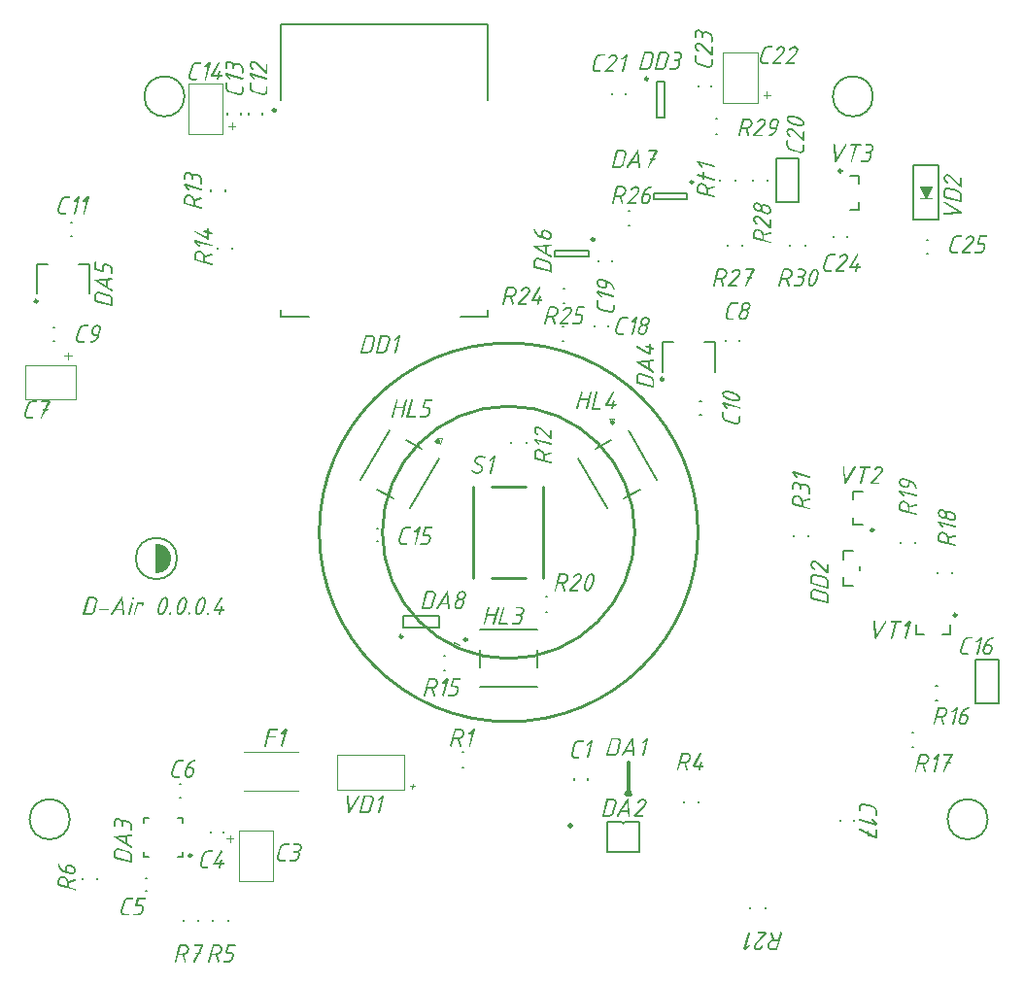
<source format=gto>
G04*
G04 #@! TF.GenerationSoftware,Altium Limited,Altium Designer,21.6.4 (81)*
G04*
G04 Layer_Color=65535*
%FSLAX44Y44*%
%MOMM*%
G71*
G04*
G04 #@! TF.SameCoordinates,1D25D15E-8086-452C-9D9C-5104EB157640*
G04*
G04*
G04 #@! TF.FilePolarity,Positive*
G04*
G01*
G75*
%ADD10C,0.2500*%
%ADD11C,0.2000*%
%ADD12C,0.2540*%
%ADD13C,0.5000*%
%ADD14C,0.1000*%
G36*
X406500Y628539D02*
X408684Y627634D01*
X410649Y626321D01*
X412321Y624650D01*
X413634Y622684D01*
X414539Y620500D01*
X415000Y618182D01*
Y615818D01*
X414539Y613500D01*
X413634Y611316D01*
X412321Y609350D01*
X410649Y607679D01*
X408684Y606366D01*
X406500Y605461D01*
X404270Y605018D01*
X403000Y605073D01*
Y628927D01*
X404270Y628983D01*
X406500Y628539D01*
D02*
G37*
G36*
X1073420Y931530D02*
X1070920Y936530D01*
X1068420Y941530D01*
X1078420D01*
X1073420Y931530D01*
D02*
G37*
G36*
X627426Y421240D02*
X627537Y421185D01*
X627629Y421129D01*
X627722Y421036D01*
X627777Y420907D01*
X627796Y420722D01*
Y420703D01*
Y420685D01*
X627777Y420592D01*
X627388Y419148D01*
X628962D01*
X629036Y419129D01*
X629148Y419074D01*
X629240Y419018D01*
X629333Y418926D01*
X629388Y418796D01*
X629407Y418611D01*
Y418592D01*
Y418537D01*
X629388Y418444D01*
X629333Y418352D01*
X629277Y418259D01*
X629185Y418167D01*
X629055Y418111D01*
X628870Y418092D01*
X627111D01*
X626648Y416370D01*
Y416352D01*
X626629Y416315D01*
X626592Y416259D01*
X626555Y416185D01*
X626481Y416111D01*
X626407Y416056D01*
X626296Y416018D01*
X626148Y416000D01*
X626074D01*
X625981Y416018D01*
X625889Y416056D01*
X625778Y416130D01*
X625704Y416204D01*
X625630Y416333D01*
X625611Y416500D01*
Y416519D01*
Y416555D01*
X625630Y416648D01*
X626018Y418092D01*
X624444D01*
X624352Y418129D01*
X624259Y418167D01*
X624167Y418222D01*
X624074Y418315D01*
X624019Y418444D01*
X624000Y418611D01*
Y418629D01*
Y418703D01*
X624037Y418778D01*
X624074Y418889D01*
X624130Y418981D01*
X624222Y419074D01*
X624352Y419129D01*
X624519Y419148D01*
X626296D01*
X626759Y420851D01*
Y420870D01*
X626777Y420907D01*
X626814Y420981D01*
X626852Y421055D01*
X626926Y421129D01*
X627018Y421203D01*
X627129Y421240D01*
X627259Y421259D01*
X627351D01*
X627426Y421240D01*
D02*
G37*
G36*
X383114Y583741D02*
X383253Y583686D01*
X383392Y583575D01*
X383531Y583436D01*
X383614Y583242D01*
X383642Y582992D01*
Y582964D01*
Y582908D01*
Y582825D01*
Y582742D01*
X383419Y581964D01*
Y581937D01*
X383392Y581881D01*
X383253Y581687D01*
X383170Y581576D01*
X383031Y581465D01*
X382864Y581409D01*
X382670Y581381D01*
X382559D01*
X382420Y581437D01*
X382281Y581493D01*
X382115Y581576D01*
X382004Y581715D01*
X381893Y581909D01*
X381865Y582159D01*
Y582187D01*
Y582242D01*
X381893Y582381D01*
X382115Y583158D01*
Y583186D01*
X382142Y583242D01*
X382198Y583353D01*
X382281Y583464D01*
X382365Y583575D01*
X382503Y583686D01*
X382670Y583741D01*
X382864Y583769D01*
X382975D01*
X383114Y583741D01*
D02*
G37*
G36*
X391665Y579022D02*
X391804Y578938D01*
X391942Y578855D01*
X392081Y578716D01*
X392165Y578522D01*
X392192Y578244D01*
Y578217D01*
Y578189D01*
Y578050D01*
X391748Y576468D01*
Y576440D01*
X391720Y576384D01*
X391609Y576190D01*
X391498Y576079D01*
X391387Y575968D01*
X391221Y575912D01*
X391026Y575885D01*
X390971D01*
X390832Y575912D01*
X390666Y575968D01*
X390443Y576107D01*
X390416Y576134D01*
X390332Y576245D01*
X390221Y576412D01*
X390193Y576634D01*
Y576662D01*
Y576717D01*
X390249Y576884D01*
X390388Y577467D01*
X387140D01*
X384752Y568583D01*
Y568555D01*
X384724Y568500D01*
X384585Y568305D01*
X384502Y568194D01*
X384363Y568083D01*
X384197Y568028D01*
X384002Y568000D01*
X383947D01*
X383808Y568028D01*
X383614Y568083D01*
X383419Y568222D01*
X383392Y568250D01*
X383308Y568361D01*
X383225Y568527D01*
X383197Y568750D01*
Y568777D01*
Y568833D01*
X383225Y568999D01*
X385752Y578439D01*
Y578466D01*
X385779Y578522D01*
X385835Y578633D01*
X385918Y578744D01*
X386029Y578855D01*
X386140Y578966D01*
X386335Y579022D01*
X386529Y579049D01*
X391526D01*
X391665Y579022D01*
D02*
G37*
G36*
X360766Y573497D02*
X360904Y573414D01*
X361043Y573330D01*
X361182Y573192D01*
X361265Y572997D01*
X361293Y572720D01*
Y572692D01*
Y572609D01*
X361265Y572470D01*
X361210Y572331D01*
X361099Y572192D01*
X360960Y572053D01*
X360766Y571970D01*
X360516Y571942D01*
X353881D01*
X353742Y571998D01*
X353603Y572053D01*
X353436Y572137D01*
X353325Y572275D01*
X353214Y572470D01*
X353186Y572720D01*
Y572747D01*
Y572858D01*
X353242Y572970D01*
X353298Y573136D01*
X353381Y573275D01*
X353520Y573414D01*
X353714Y573497D01*
X353992Y573525D01*
X360627D01*
X360766Y573497D01*
D02*
G37*
G36*
X459960Y583741D02*
X460126Y583686D01*
X460265Y583575D01*
X460404Y583436D01*
X460487Y583242D01*
X460515Y582992D01*
Y582964D01*
Y582853D01*
X460460Y582714D01*
X460404Y582575D01*
X454852Y572747D01*
X458600D01*
X459294Y575329D01*
Y575357D01*
X459321Y575412D01*
X459377Y575496D01*
X459460Y575607D01*
X459571Y575718D01*
X459682Y575801D01*
X459877Y575857D01*
X460071Y575885D01*
X460182D01*
X460321Y575857D01*
X460460Y575801D01*
X460598Y575690D01*
X460737Y575579D01*
X460821Y575385D01*
X460848Y575135D01*
Y575107D01*
Y575052D01*
Y574913D01*
X460238Y572747D01*
X461792D01*
X461903Y572720D01*
X462070Y572636D01*
X462209Y572553D01*
X462347Y572414D01*
X462431Y572220D01*
X462458Y571942D01*
Y571914D01*
Y571831D01*
X462431Y571692D01*
X462347Y571554D01*
X462264Y571415D01*
X462125Y571276D01*
X461931Y571193D01*
X461653Y571165D01*
X459821D01*
X459155Y568583D01*
Y568555D01*
X459127Y568500D01*
X458988Y568305D01*
X458905Y568194D01*
X458766Y568083D01*
X458600Y568028D01*
X458405Y568000D01*
X458266D01*
X458155Y568056D01*
X457989Y568111D01*
X457850Y568194D01*
X457711Y568333D01*
X457600Y568527D01*
X457572Y568777D01*
Y568805D01*
Y568833D01*
X457600Y568972D01*
X458183Y571165D01*
X453436D01*
X453297Y571193D01*
X453130Y571248D01*
X452936Y571387D01*
X452908Y571415D01*
X452825Y571554D01*
X452742Y571720D01*
X452714Y571942D01*
Y571970D01*
X452742Y572053D01*
X452770Y572192D01*
X452825Y572331D01*
X459044Y583353D01*
Y583380D01*
X459099Y583408D01*
X459210Y583575D01*
X459432Y583713D01*
X459543Y583741D01*
X459710Y583769D01*
X459849D01*
X459960Y583741D01*
D02*
G37*
G36*
X448189Y570332D02*
X448328Y570276D01*
X448466Y570165D01*
X448605Y570027D01*
X448689Y569832D01*
X448716Y569582D01*
Y569555D01*
Y569499D01*
Y569416D01*
X448689Y569333D01*
X448494Y568583D01*
Y568555D01*
X448466Y568500D01*
X448328Y568305D01*
X448244Y568194D01*
X448106Y568083D01*
X447939Y568028D01*
X447744Y568000D01*
X447634D01*
X447495Y568028D01*
X447356Y568083D01*
X447189Y568194D01*
X447078Y568305D01*
X446967Y568500D01*
X446939Y568750D01*
Y568777D01*
Y568833D01*
Y568916D01*
X446967Y568999D01*
X447189Y569749D01*
Y569777D01*
X447217Y569832D01*
X447273Y569943D01*
X447328Y570054D01*
X447439Y570165D01*
X447578Y570276D01*
X447744Y570332D01*
X447939Y570360D01*
X448050D01*
X448189Y570332D01*
D02*
G37*
G36*
X443830Y583769D02*
X443997Y583741D01*
X444191Y583686D01*
X444385Y583602D01*
X444635Y583464D01*
X444885Y583325D01*
X445107Y583103D01*
X445357Y582853D01*
X445551Y582547D01*
X445773Y582159D01*
X445912Y581715D01*
X446051Y581215D01*
X446134Y580604D01*
X446162Y579938D01*
Y579910D01*
Y579771D01*
Y579577D01*
X446134Y579299D01*
X446107Y578966D01*
X446051Y578550D01*
X445995Y578078D01*
X445912Y577578D01*
X445801Y576995D01*
X445662Y576384D01*
X445524Y575746D01*
X445329Y575052D01*
X445079Y574330D01*
X444829Y573580D01*
X444524Y572803D01*
X444163Y571998D01*
X444136Y571942D01*
X444080Y571831D01*
X443969Y571637D01*
X443830Y571387D01*
X443636Y571082D01*
X443414Y570721D01*
X443136Y570360D01*
X442858Y569999D01*
X442525Y569638D01*
X442164Y569277D01*
X441748Y568916D01*
X441331Y568639D01*
X440859Y568361D01*
X440388Y568167D01*
X439860Y568056D01*
X439333Y568000D01*
X439221D01*
X439110Y568028D01*
X438944Y568056D01*
X438750Y568111D01*
X438527Y568194D01*
X438305Y568333D01*
X438055Y568472D01*
X437806Y568666D01*
X437584Y568916D01*
X437361Y569249D01*
X437167Y569610D01*
X437028Y570054D01*
X436889Y570554D01*
X436806Y571137D01*
X436778Y571804D01*
Y571859D01*
Y571970D01*
X436806Y572164D01*
Y572442D01*
X436834Y572775D01*
X436889Y573192D01*
X436945Y573663D01*
X437028Y574163D01*
X437139Y574746D01*
X437278Y575357D01*
X437417Y575995D01*
X437611Y576690D01*
X437861Y577411D01*
X438111Y578189D01*
X438416Y578938D01*
X438777Y579743D01*
X438805Y579799D01*
X438861Y579910D01*
X438972Y580132D01*
X439110Y580382D01*
X439305Y580687D01*
X439527Y581021D01*
X439777Y581381D01*
X440082Y581770D01*
X440415Y582159D01*
X440776Y582520D01*
X441165Y582853D01*
X441581Y583158D01*
X442053Y583436D01*
X442525Y583630D01*
X443053Y583741D01*
X443580Y583797D01*
X443691D01*
X443830Y583769D01*
D02*
G37*
G36*
X431837Y570332D02*
X431976Y570276D01*
X432114Y570165D01*
X432253Y570027D01*
X432337Y569832D01*
X432364Y569582D01*
Y569555D01*
Y569499D01*
Y569416D01*
X432337Y569333D01*
X432142Y568583D01*
Y568555D01*
X432114Y568500D01*
X431976Y568305D01*
X431892Y568194D01*
X431754Y568083D01*
X431587Y568028D01*
X431393Y568000D01*
X431282D01*
X431143Y568028D01*
X431004Y568083D01*
X430837Y568194D01*
X430726Y568305D01*
X430615Y568500D01*
X430588Y568750D01*
Y568777D01*
Y568833D01*
Y568916D01*
X430615Y568999D01*
X430837Y569749D01*
Y569777D01*
X430865Y569832D01*
X430921Y569943D01*
X430976Y570054D01*
X431087Y570165D01*
X431226Y570276D01*
X431393Y570332D01*
X431587Y570360D01*
X431698D01*
X431837Y570332D01*
D02*
G37*
G36*
X427478Y583769D02*
X427645Y583741D01*
X427839Y583686D01*
X428033Y583602D01*
X428283Y583464D01*
X428533Y583325D01*
X428755Y583103D01*
X429005Y582853D01*
X429199Y582547D01*
X429422Y582159D01*
X429560Y581715D01*
X429699Y581215D01*
X429782Y580604D01*
X429810Y579938D01*
Y579910D01*
Y579771D01*
Y579577D01*
X429782Y579299D01*
X429755Y578966D01*
X429699Y578550D01*
X429644Y578078D01*
X429560Y577578D01*
X429449Y576995D01*
X429310Y576384D01*
X429172Y575746D01*
X428977Y575052D01*
X428727Y574330D01*
X428478Y573580D01*
X428172Y572803D01*
X427811Y571998D01*
X427784Y571942D01*
X427728Y571831D01*
X427617Y571637D01*
X427478Y571387D01*
X427284Y571082D01*
X427062Y570721D01*
X426784Y570360D01*
X426507Y569999D01*
X426173Y569638D01*
X425812Y569277D01*
X425396Y568916D01*
X424980Y568639D01*
X424508Y568361D01*
X424036Y568167D01*
X423508Y568056D01*
X422981Y568000D01*
X422870D01*
X422759Y568028D01*
X422592Y568056D01*
X422398Y568111D01*
X422176Y568194D01*
X421954Y568333D01*
X421704Y568472D01*
X421454Y568666D01*
X421232Y568916D01*
X421009Y569249D01*
X420815Y569610D01*
X420676Y570054D01*
X420538Y570554D01*
X420454Y571137D01*
X420426Y571804D01*
Y571859D01*
Y571970D01*
X420454Y572164D01*
Y572442D01*
X420482Y572775D01*
X420538Y573192D01*
X420593Y573663D01*
X420676Y574163D01*
X420787Y574746D01*
X420926Y575357D01*
X421065Y575995D01*
X421259Y576690D01*
X421509Y577411D01*
X421759Y578189D01*
X422065Y578938D01*
X422425Y579743D01*
X422453Y579799D01*
X422509Y579910D01*
X422620Y580132D01*
X422759Y580382D01*
X422953Y580687D01*
X423175Y581021D01*
X423425Y581381D01*
X423730Y581770D01*
X424063Y582159D01*
X424424Y582520D01*
X424813Y582853D01*
X425229Y583158D01*
X425701Y583436D01*
X426173Y583630D01*
X426701Y583741D01*
X427228Y583797D01*
X427339D01*
X427478Y583769D01*
D02*
G37*
G36*
X415485Y570332D02*
X415624Y570276D01*
X415762Y570165D01*
X415901Y570027D01*
X415985Y569832D01*
X416012Y569582D01*
Y569555D01*
Y569499D01*
Y569416D01*
X415985Y569333D01*
X415790Y568583D01*
Y568555D01*
X415762Y568500D01*
X415624Y568305D01*
X415540Y568194D01*
X415402Y568083D01*
X415235Y568028D01*
X415041Y568000D01*
X414930D01*
X414791Y568028D01*
X414652Y568083D01*
X414485Y568194D01*
X414374Y568305D01*
X414263Y568500D01*
X414236Y568750D01*
Y568777D01*
Y568833D01*
Y568916D01*
X414263Y568999D01*
X414485Y569749D01*
Y569777D01*
X414513Y569832D01*
X414569Y569943D01*
X414624Y570054D01*
X414735Y570165D01*
X414874Y570276D01*
X415041Y570332D01*
X415235Y570360D01*
X415346D01*
X415485Y570332D01*
D02*
G37*
G36*
X411126Y583769D02*
X411293Y583741D01*
X411487Y583686D01*
X411681Y583602D01*
X411931Y583464D01*
X412181Y583325D01*
X412403Y583103D01*
X412653Y582853D01*
X412848Y582547D01*
X413070Y582159D01*
X413208Y581715D01*
X413347Y581215D01*
X413430Y580604D01*
X413458Y579938D01*
Y579910D01*
Y579771D01*
Y579577D01*
X413430Y579299D01*
X413403Y578966D01*
X413347Y578550D01*
X413292Y578078D01*
X413208Y577578D01*
X413097Y576995D01*
X412958Y576384D01*
X412820Y575746D01*
X412625Y575052D01*
X412375Y574330D01*
X412126Y573580D01*
X411820Y572803D01*
X411459Y571998D01*
X411432Y571942D01*
X411376Y571831D01*
X411265Y571637D01*
X411126Y571387D01*
X410932Y571082D01*
X410710Y570721D01*
X410432Y570360D01*
X410154Y569999D01*
X409821Y569638D01*
X409460Y569277D01*
X409044Y568916D01*
X408628Y568639D01*
X408156Y568361D01*
X407684Y568167D01*
X407156Y568056D01*
X406629Y568000D01*
X406518D01*
X406407Y568028D01*
X406240Y568056D01*
X406046Y568111D01*
X405824Y568194D01*
X405602Y568333D01*
X405352Y568472D01*
X405102Y568666D01*
X404880Y568916D01*
X404658Y569249D01*
X404463Y569610D01*
X404324Y570054D01*
X404186Y570554D01*
X404102Y571137D01*
X404075Y571804D01*
Y571859D01*
Y571970D01*
X404102Y572164D01*
Y572442D01*
X404130Y572775D01*
X404186Y573192D01*
X404241Y573663D01*
X404324Y574163D01*
X404436Y574746D01*
X404574Y575357D01*
X404713Y575995D01*
X404907Y576690D01*
X405157Y577411D01*
X405407Y578189D01*
X405713Y578938D01*
X406073Y579743D01*
X406101Y579799D01*
X406157Y579910D01*
X406268Y580132D01*
X406407Y580382D01*
X406601Y580687D01*
X406823Y581021D01*
X407073Y581381D01*
X407378Y581770D01*
X407711Y582159D01*
X408072Y582520D01*
X408461Y582853D01*
X408877Y583158D01*
X409349Y583436D01*
X409821Y583630D01*
X410349Y583741D01*
X410876Y583797D01*
X410987D01*
X411126Y583769D01*
D02*
G37*
G36*
X381782Y578994D02*
X381976Y578938D01*
X382142Y578800D01*
X382170Y578772D01*
X382281Y578661D01*
X382365Y578466D01*
X382392Y578244D01*
Y578217D01*
Y578161D01*
X382365Y578022D01*
X379838Y568583D01*
Y568555D01*
X379810Y568500D01*
X379755Y568389D01*
X379672Y568305D01*
X379588Y568194D01*
X379450Y568083D01*
X379283Y568028D01*
X379061Y568000D01*
X379005D01*
X378867Y568028D01*
X378700Y568083D01*
X378506Y568222D01*
X378478Y568250D01*
X378395Y568361D01*
X378284Y568527D01*
X378256Y568750D01*
Y568777D01*
Y568833D01*
X378311Y568999D01*
X380838Y578439D01*
Y578466D01*
X380865Y578522D01*
X380921Y578633D01*
X380976Y578744D01*
X381087Y578827D01*
X381226Y578938D01*
X381393Y578994D01*
X381587Y579022D01*
X381643D01*
X381782Y578994D01*
D02*
G37*
G36*
X373286Y583741D02*
X373425Y583686D01*
X373564Y583575D01*
X373703Y583464D01*
X373786Y583269D01*
X373842Y583019D01*
X374952Y568750D01*
Y568722D01*
Y568639D01*
X374924Y568500D01*
X374841Y568389D01*
X374758Y568250D01*
X374619Y568111D01*
X374425Y568028D01*
X374147Y568000D01*
X374036D01*
X373925Y568028D01*
X373786Y568083D01*
X373647Y568167D01*
X373508Y568305D01*
X373425Y568472D01*
X373370Y568722D01*
X373120Y571942D01*
X367206D01*
X365041Y568361D01*
Y568333D01*
X364985Y568305D01*
X364874Y568194D01*
X364652Y568056D01*
X364514Y568028D01*
X364375Y568000D01*
X364319D01*
X364180Y568028D01*
X363986Y568083D01*
X363792Y568222D01*
X363764Y568250D01*
X363681Y568389D01*
X363597Y568555D01*
X363570Y568777D01*
Y568805D01*
X363597Y568916D01*
X363625Y569055D01*
X363681Y569194D01*
X372398Y583380D01*
Y583408D01*
X372453Y583436D01*
X372565Y583575D01*
X372787Y583713D01*
X372898Y583741D01*
X373064Y583769D01*
X373175D01*
X373286Y583741D01*
D02*
G37*
G36*
X348994Y583769D02*
X349216Y583741D01*
X349522Y583658D01*
X349855Y583547D01*
X350216Y583353D01*
X350577Y583103D01*
X350938Y582742D01*
X350965Y582686D01*
X351077Y582575D01*
X351243Y582353D01*
X351410Y582076D01*
X351576Y581742D01*
X351743Y581354D01*
X351854Y580910D01*
X351882Y580465D01*
Y580438D01*
Y580410D01*
Y580271D01*
X351854Y580049D01*
X351798Y579827D01*
X349688Y571942D01*
Y571887D01*
X349633Y571776D01*
X349577Y571581D01*
X349466Y571331D01*
X349328Y571026D01*
X349133Y570693D01*
X348911Y570332D01*
X348661Y569971D01*
X348328Y569610D01*
X347967Y569249D01*
X347551Y568916D01*
X347079Y568611D01*
X346524Y568361D01*
X345941Y568167D01*
X345274Y568056D01*
X344525Y568000D01*
X339583D01*
X339444Y568028D01*
X339250Y568083D01*
X339083Y568222D01*
X339055Y568250D01*
X339028Y568389D01*
X339000Y568555D01*
X339028Y568777D01*
X342831Y582992D01*
Y583019D01*
X342887Y583130D01*
X342942Y583242D01*
X343053Y583408D01*
X343192Y583547D01*
X343359Y583686D01*
X343609Y583769D01*
X343886Y583797D01*
X348828D01*
X348994Y583769D01*
D02*
G37*
G36*
X782020Y762857D02*
X782159Y762801D01*
X782298Y762690D01*
X782437Y762551D01*
X782520Y762357D01*
X782548Y762107D01*
Y762079D01*
Y762024D01*
Y761941D01*
X782520Y761857D01*
X778717Y747699D01*
Y747671D01*
X778689Y747615D01*
X778633Y747504D01*
X778578Y747421D01*
X778467Y747310D01*
X778356Y747199D01*
X778189Y747143D01*
X777967Y747116D01*
X777912D01*
X777773Y747143D01*
X777606Y747199D01*
X777412Y747338D01*
X777384Y747365D01*
X777301Y747477D01*
X777190Y747643D01*
X777162Y747865D01*
Y747893D01*
Y747948D01*
X777218Y748115D01*
X779050Y755000D01*
X772498D01*
X770555Y747699D01*
Y747671D01*
X770527Y747615D01*
X770388Y747421D01*
X770305Y747310D01*
X770166Y747199D01*
X769999Y747143D01*
X769805Y747116D01*
X769750D01*
X769611Y747143D01*
X769416Y747199D01*
X769222Y747338D01*
X769194Y747365D01*
X769111Y747477D01*
X769028Y747643D01*
X769000Y747865D01*
Y747893D01*
Y747948D01*
X769028Y748115D01*
X772831Y762274D01*
Y762301D01*
X772859Y762357D01*
X772915Y762468D01*
X772998Y762579D01*
X773081Y762690D01*
X773220Y762801D01*
X773386Y762857D01*
X773581Y762885D01*
X773692D01*
X773831Y762857D01*
X773969Y762801D01*
X774108Y762690D01*
X774247Y762551D01*
X774330Y762357D01*
X774358Y762107D01*
Y762079D01*
Y762024D01*
Y761857D01*
X772942Y756582D01*
X779466D01*
X781021Y762274D01*
Y762301D01*
X781049Y762357D01*
X781104Y762468D01*
X781160Y762579D01*
X781271Y762690D01*
X781410Y762801D01*
X781576Y762857D01*
X781771Y762885D01*
X781882D01*
X782020Y762857D01*
D02*
G37*
G36*
X801621D02*
X801787Y762801D01*
X801926Y762690D01*
X802065Y762551D01*
X802148Y762357D01*
X802176Y762107D01*
Y762079D01*
Y761968D01*
X802120Y761830D01*
X802065Y761691D01*
X796512Y751863D01*
X800260D01*
X800954Y754445D01*
Y754473D01*
X800982Y754528D01*
X801038Y754611D01*
X801121Y754722D01*
X801232Y754834D01*
X801343Y754917D01*
X801537Y754972D01*
X801732Y755000D01*
X801843D01*
X801982Y754972D01*
X802120Y754917D01*
X802259Y754806D01*
X802398Y754695D01*
X802481Y754500D01*
X802509Y754250D01*
Y754223D01*
Y754167D01*
Y754028D01*
X801898Y751863D01*
X803453D01*
X803564Y751835D01*
X803730Y751752D01*
X803869Y751669D01*
X804008Y751530D01*
X804091Y751335D01*
X804119Y751058D01*
Y751030D01*
Y750947D01*
X804091Y750808D01*
X804008Y750669D01*
X803925Y750530D01*
X803786Y750391D01*
X803592Y750308D01*
X803314Y750281D01*
X801482D01*
X800816Y747699D01*
Y747671D01*
X800788Y747615D01*
X800649Y747421D01*
X800566Y747310D01*
X800427Y747199D01*
X800260Y747143D01*
X800066Y747116D01*
X799927D01*
X799816Y747171D01*
X799650Y747227D01*
X799511Y747310D01*
X799372Y747449D01*
X799261Y747643D01*
X799233Y747893D01*
Y747921D01*
Y747948D01*
X799261Y748087D01*
X799844Y750281D01*
X795097D01*
X794958Y750308D01*
X794791Y750364D01*
X794597Y750503D01*
X794569Y750530D01*
X794486Y750669D01*
X794402Y750836D01*
X794375Y751058D01*
Y751086D01*
X794402Y751169D01*
X794430Y751308D01*
X794486Y751447D01*
X800704Y762468D01*
Y762496D01*
X800760Y762524D01*
X800871Y762690D01*
X801093Y762829D01*
X801204Y762857D01*
X801371Y762885D01*
X801509D01*
X801621Y762857D01*
D02*
G37*
G36*
X786907D02*
X787073Y762801D01*
X787212Y762690D01*
X787351Y762551D01*
X787434Y762357D01*
X787462Y762107D01*
Y762079D01*
Y762024D01*
Y761941D01*
X787434Y761857D01*
X783908Y748698D01*
X789516D01*
X789655Y748670D01*
X789794Y748587D01*
X789933Y748504D01*
X790071Y748365D01*
X790155Y748170D01*
X790182Y747893D01*
Y747865D01*
Y747782D01*
X790155Y747643D01*
X790099Y747504D01*
X789988Y747365D01*
X789849Y747227D01*
X789655Y747143D01*
X789405Y747116D01*
X782604D01*
X782465Y747143D01*
X782270Y747199D01*
X782104Y747338D01*
X782076Y747365D01*
X782048Y747504D01*
X782020Y747671D01*
X782048Y747893D01*
X785907Y762274D01*
Y762301D01*
X785935Y762357D01*
X785991Y762468D01*
X786074Y762579D01*
X786157Y762690D01*
X786296Y762801D01*
X786462Y762857D01*
X786657Y762885D01*
X786796D01*
X786907Y762857D01*
D02*
G37*
G36*
X956599Y1003366D02*
X956932Y1003338D01*
X957349Y1003283D01*
X957821Y1003227D01*
X958320Y1003144D01*
X958903Y1003033D01*
X959514Y1002894D01*
X960153Y1002755D01*
X960847Y1002561D01*
X961569Y1002311D01*
X962318Y1002061D01*
X963095Y1001756D01*
X963901Y1001395D01*
X963956Y1001367D01*
X964067Y1001311D01*
X964261Y1001200D01*
X964511Y1001062D01*
X964817Y1000867D01*
X965178Y1000645D01*
X965539Y1000368D01*
X965900Y1000090D01*
X966260Y999757D01*
X966621Y999396D01*
X966982Y998979D01*
X967260Y998563D01*
X967537Y998091D01*
X967732Y997619D01*
X967843Y997092D01*
X967898Y996564D01*
Y996453D01*
X967871Y996342D01*
X967843Y996176D01*
X967787Y995981D01*
X967704Y995759D01*
X967565Y995537D01*
X967426Y995287D01*
X967232Y995037D01*
X966982Y994815D01*
X966649Y994593D01*
X966288Y994399D01*
X965844Y994260D01*
X965344Y994121D01*
X964761Y994038D01*
X964095Y994010D01*
X964039D01*
X963928D01*
X963734Y994038D01*
X963456D01*
X963123Y994065D01*
X962707Y994121D01*
X962235Y994177D01*
X961735Y994260D01*
X961152Y994371D01*
X960541Y994510D01*
X959903Y994649D01*
X959209Y994843D01*
X958487Y995093D01*
X957710Y995343D01*
X956960Y995648D01*
X956155Y996009D01*
X956099Y996037D01*
X955988Y996092D01*
X955766Y996203D01*
X955516Y996342D01*
X955211Y996536D01*
X954878Y996758D01*
X954517Y997008D01*
X954128Y997314D01*
X953740Y997647D01*
X953379Y998008D01*
X953046Y998396D01*
X952740Y998813D01*
X952463Y999285D01*
X952268Y999757D01*
X952157Y1000284D01*
X952102Y1000812D01*
Y1000923D01*
X952129Y1001062D01*
X952157Y1001228D01*
X952213Y1001423D01*
X952296Y1001617D01*
X952435Y1001867D01*
X952574Y1002117D01*
X952796Y1002339D01*
X953046Y1002589D01*
X953351Y1002783D01*
X953740Y1003005D01*
X954184Y1003144D01*
X954684Y1003283D01*
X955294Y1003366D01*
X955961Y1003394D01*
X955988D01*
X956127D01*
X956321D01*
X956599Y1003366D01*
D02*
G37*
G36*
X955516Y992483D02*
X955655Y992455D01*
X955822Y992428D01*
X956238Y992344D01*
X956710Y992178D01*
X957265Y991928D01*
X957543Y991761D01*
X957821Y991567D01*
X958098Y991345D01*
X958404Y991095D01*
X966316Y983877D01*
Y988735D01*
X966344Y988846D01*
X966427Y989013D01*
X966510Y989152D01*
X966649Y989290D01*
X966843Y989374D01*
X967121Y989401D01*
X967149D01*
X967232D01*
X967371Y989374D01*
X967510Y989290D01*
X967648Y989207D01*
X967787Y989068D01*
X967871Y988874D01*
X967898Y988596D01*
Y981961D01*
X967843Y981822D01*
X967787Y981684D01*
X967704Y981545D01*
X967565Y981406D01*
X967371Y981323D01*
X967121Y981295D01*
X967093D01*
X967066D01*
X966927Y981323D01*
X966760Y981378D01*
X966593Y981489D01*
X957321Y989957D01*
X957265Y990012D01*
X957127Y990123D01*
X956932Y990262D01*
X956655Y990456D01*
X956349Y990623D01*
X955988Y990790D01*
X955628Y990901D01*
X955266Y990928D01*
X955239D01*
X955211D01*
X955128D01*
X955017Y990901D01*
X954767Y990817D01*
X954461Y990678D01*
X954323Y990567D01*
X954184Y990429D01*
X954045Y990290D01*
X953934Y990096D01*
X953823Y989846D01*
X953740Y989596D01*
X953712Y989290D01*
X953684Y988930D01*
Y988902D01*
X953712Y988763D01*
X953740Y988596D01*
X953823Y988319D01*
X953962Y988013D01*
X954156Y987653D01*
X954434Y987236D01*
X954795Y986792D01*
X954822Y986764D01*
X954878Y986709D01*
X954961Y986598D01*
X955072Y986486D01*
X955378Y986153D01*
X955766Y985820D01*
X955822Y985792D01*
X955905Y985654D01*
X956016Y985487D01*
X956044Y985376D01*
X956072Y985237D01*
Y985182D01*
X956044Y985043D01*
X955988Y984876D01*
X955850Y984682D01*
X955794Y984654D01*
X955683Y984571D01*
X955489Y984488D01*
X955266Y984460D01*
X955211D01*
X955100Y984488D01*
X954933Y984543D01*
X954767Y984654D01*
X954739D01*
X954711Y984710D01*
X954545Y984848D01*
X954323Y985043D01*
X954017Y985293D01*
X953712Y985626D01*
X953379Y985959D01*
X953073Y986320D01*
X952823Y986681D01*
X952796Y986736D01*
X952712Y986875D01*
X952601Y987125D01*
X952463Y987458D01*
X952324Y987847D01*
X952213Y988319D01*
X952129Y988819D01*
X952102Y989374D01*
Y989540D01*
X952129Y989679D01*
X952185Y989985D01*
X952296Y990373D01*
X952490Y990817D01*
X952768Y991262D01*
X952934Y991484D01*
X953129Y991678D01*
X953379Y991900D01*
X953656Y992067D01*
X953684Y992094D01*
X953795Y992150D01*
X953934Y992206D01*
X954128Y992289D01*
X954350Y992372D01*
X954628Y992455D01*
X954933Y992483D01*
X955239Y992511D01*
X955266D01*
X955322D01*
X955405D01*
X955516Y992483D01*
D02*
G37*
G36*
X953157Y981739D02*
X953295Y981684D01*
X953434Y981572D01*
X953573Y981434D01*
X953656Y981239D01*
X953684Y980990D01*
Y977353D01*
X953712Y977158D01*
X953767Y976881D01*
X953851Y976603D01*
X953989Y976270D01*
X954156Y975937D01*
X954378Y975576D01*
X954406Y975548D01*
X954489Y975437D01*
X954656Y975270D01*
X954850Y975104D01*
X955100Y974910D01*
X955378Y974715D01*
X955711Y974549D01*
X956072Y974438D01*
X963956Y972300D01*
X964012D01*
X964150Y972272D01*
X964317Y972244D01*
X964539Y972217D01*
X964567D01*
X964678D01*
X964817Y972244D01*
X965011Y972300D01*
X965205Y972355D01*
X965427Y972439D01*
X965650Y972578D01*
X965844Y972772D01*
X965872Y972800D01*
X965927Y972883D01*
X965983Y972994D01*
X966066Y973161D01*
X966177Y973355D01*
X966233Y973577D01*
X966288Y973855D01*
X966316Y974132D01*
Y977297D01*
X966344Y977436D01*
X966427Y977575D01*
X966510Y977714D01*
X966649Y977852D01*
X966843Y977936D01*
X967121Y977963D01*
X967149D01*
X967232D01*
X967371Y977936D01*
X967510Y977880D01*
X967648Y977769D01*
X967787Y977630D01*
X967871Y977436D01*
X967898Y977186D01*
Y973633D01*
X967871Y973494D01*
X967843Y973272D01*
X967759Y972966D01*
X967648Y972633D01*
X967454Y972272D01*
X967204Y971911D01*
X966871Y971550D01*
X966816Y971523D01*
X966677Y971412D01*
X966482Y971245D01*
X966177Y971078D01*
X965844Y970912D01*
X965455Y970745D01*
X965039Y970634D01*
X964595Y970607D01*
X964567D01*
X964539D01*
X964400D01*
X964178Y970634D01*
X963956Y970690D01*
X956072Y972800D01*
X956016D01*
X955905Y972855D01*
X955711Y972939D01*
X955461Y973022D01*
X955155Y973161D01*
X954822Y973355D01*
X954461Y973577D01*
X954073Y973827D01*
X953712Y974160D01*
X953351Y974521D01*
X953018Y974937D01*
X952712Y975409D01*
X952463Y975937D01*
X952268Y976548D01*
X952157Y977214D01*
X952102Y977936D01*
Y981101D01*
X952129Y981239D01*
X952213Y981378D01*
X952296Y981517D01*
X952435Y981656D01*
X952629Y981739D01*
X952907Y981767D01*
X952934D01*
X953018D01*
X953157Y981739D01*
D02*
G37*
G36*
X1132034Y548843D02*
X1132173Y548760D01*
X1132311Y548676D01*
X1132450Y548537D01*
X1132533Y548343D01*
X1132561Y548065D01*
Y548038D01*
Y547954D01*
X1132533Y547843D01*
X1132506Y547732D01*
X1132422Y547594D01*
X1132339Y547482D01*
X1132200Y547371D01*
X1132034Y547316D01*
X1131978D01*
X1131812Y547288D01*
X1131562Y547233D01*
X1131229Y547122D01*
X1130812Y547011D01*
X1130368Y546844D01*
X1129896Y546622D01*
X1129396Y546344D01*
X1129369Y546316D01*
X1129285Y546289D01*
X1129174Y546205D01*
X1129008Y546067D01*
X1128813Y545928D01*
X1128591Y545761D01*
X1128369Y545567D01*
X1128119Y545317D01*
X1127592Y544790D01*
X1127092Y544123D01*
X1126842Y543762D01*
X1126648Y543401D01*
X1126454Y542985D01*
X1126315Y542569D01*
X1128897D01*
X1129146Y542513D01*
X1129480Y542458D01*
X1129813Y542346D01*
X1130201Y542208D01*
X1130562Y541986D01*
X1130923Y541708D01*
X1130951Y541680D01*
X1131062Y541541D01*
X1131201Y541375D01*
X1131367Y541097D01*
X1131534Y540792D01*
X1131673Y540403D01*
X1131784Y539959D01*
X1131812Y539459D01*
Y539431D01*
Y539376D01*
Y539293D01*
Y539182D01*
X1131756Y538904D01*
X1131701Y538599D01*
X1131284Y537044D01*
Y537016D01*
X1131256Y536933D01*
X1131201Y536794D01*
X1131145Y536600D01*
X1131034Y536378D01*
X1130951Y536128D01*
X1130646Y535573D01*
X1130285Y534962D01*
X1129813Y534379D01*
X1129563Y534101D01*
X1129258Y533879D01*
X1128924Y533657D01*
X1128591Y533490D01*
X1128536Y533463D01*
X1128425Y533435D01*
X1128203Y533379D01*
X1127925Y533296D01*
X1127564Y533213D01*
X1127148Y533157D01*
X1126648Y533130D01*
X1126121Y533102D01*
X1125954D01*
X1125843Y533130D01*
X1125537Y533185D01*
X1125176Y533324D01*
X1124732Y533518D01*
X1124510Y533657D01*
X1124288Y533824D01*
X1124066Y534018D01*
X1123844Y534268D01*
X1123650Y534518D01*
X1123455Y534823D01*
X1123428Y534851D01*
X1123400Y534962D01*
X1123316Y535101D01*
X1123233Y535323D01*
X1123150Y535545D01*
X1123094Y535795D01*
X1123039Y536100D01*
X1123011Y536378D01*
Y536405D01*
Y536433D01*
Y536572D01*
X1123039Y536794D01*
X1123094Y537016D01*
X1124371Y541763D01*
Y541791D01*
X1124399Y541875D01*
X1124455Y542013D01*
X1124510Y542208D01*
X1124594Y542430D01*
X1124677Y542707D01*
X1124788Y542985D01*
X1124927Y543318D01*
X1125260Y544012D01*
X1125648Y544762D01*
X1126148Y545484D01*
X1126731Y546178D01*
X1126759Y546205D01*
X1126814Y546261D01*
X1126926Y546372D01*
X1127064Y546511D01*
X1127259Y546650D01*
X1127481Y546844D01*
X1127731Y547038D01*
X1128036Y547260D01*
X1128369Y547482D01*
X1128730Y547705D01*
X1129119Y547927D01*
X1129563Y548149D01*
X1130007Y548371D01*
X1130507Y548565D01*
X1131007Y548732D01*
X1131562Y548871D01*
X1131895D01*
X1132034Y548843D01*
D02*
G37*
G36*
X1122234D02*
X1122373Y548787D01*
X1122511Y548676D01*
X1122650Y548537D01*
X1122734Y548343D01*
X1122761Y548093D01*
Y548065D01*
Y548010D01*
Y547927D01*
Y547843D01*
X1118930Y533685D01*
Y533657D01*
X1118902Y533601D01*
X1118764Y533407D01*
X1118680Y533296D01*
X1118541Y533185D01*
X1118375Y533130D01*
X1118180Y533102D01*
X1118125D01*
X1117986Y533130D01*
X1117820Y533185D01*
X1117625Y533324D01*
X1117598Y533352D01*
X1117514Y533463D01*
X1117403Y533629D01*
X1117375Y533851D01*
Y533879D01*
Y533935D01*
X1117431Y534101D01*
X1120623Y546039D01*
X1118375Y544290D01*
X1118319Y544262D01*
X1118208Y544207D01*
X1118014Y544151D01*
X1117764Y544123D01*
X1117709D01*
X1117570Y544179D01*
X1117403Y544290D01*
X1117237Y544429D01*
X1117209Y544484D01*
X1117153Y544595D01*
X1117098Y544790D01*
Y545012D01*
Y545039D01*
Y545067D01*
X1117153Y545206D01*
X1117237Y545373D01*
X1117403Y545539D01*
X1121512Y548704D01*
X1121540Y548732D01*
X1121651Y548787D01*
X1121817Y548843D01*
X1121984Y548871D01*
X1122095D01*
X1122234Y548843D01*
D02*
G37*
G36*
X1114072Y548871D02*
X1114211Y548787D01*
X1114349Y548704D01*
X1114488Y548565D01*
X1114571Y548371D01*
X1114599Y548093D01*
Y548065D01*
Y547982D01*
X1114571Y547843D01*
X1114516Y547705D01*
X1114405Y547566D01*
X1114266Y547427D01*
X1114072Y547344D01*
X1113822Y547316D01*
X1110185D01*
X1109991Y547288D01*
X1109713Y547233D01*
X1109435Y547149D01*
X1109102Y547011D01*
X1108769Y546844D01*
X1108408Y546622D01*
X1108380Y546594D01*
X1108269Y546511D01*
X1108103Y546344D01*
X1107936Y546150D01*
X1107742Y545900D01*
X1107548Y545622D01*
X1107381Y545289D01*
X1107270Y544928D01*
X1105132Y537044D01*
Y536988D01*
X1105105Y536850D01*
X1105077Y536683D01*
X1105049Y536461D01*
Y536433D01*
Y536322D01*
X1105077Y536183D01*
X1105132Y535989D01*
X1105188Y535795D01*
X1105271Y535573D01*
X1105410Y535350D01*
X1105604Y535156D01*
X1105632Y535128D01*
X1105715Y535073D01*
X1105826Y535017D01*
X1105993Y534934D01*
X1106187Y534823D01*
X1106409Y534767D01*
X1106687Y534712D01*
X1106964Y534684D01*
X1110129D01*
X1110268Y534656D01*
X1110407Y534573D01*
X1110546Y534490D01*
X1110685Y534351D01*
X1110768Y534157D01*
X1110796Y533879D01*
Y533851D01*
Y533768D01*
X1110768Y533629D01*
X1110712Y533490D01*
X1110601Y533352D01*
X1110463Y533213D01*
X1110268Y533130D01*
X1110018Y533102D01*
X1106465D01*
X1106326Y533130D01*
X1106104Y533157D01*
X1105798Y533241D01*
X1105465Y533352D01*
X1105105Y533546D01*
X1104744Y533796D01*
X1104383Y534129D01*
X1104355Y534184D01*
X1104244Y534323D01*
X1104077Y534518D01*
X1103911Y534823D01*
X1103744Y535156D01*
X1103577Y535545D01*
X1103466Y535961D01*
X1103439Y536405D01*
Y536433D01*
Y536461D01*
Y536600D01*
X1103466Y536822D01*
X1103522Y537044D01*
X1105632Y544928D01*
Y544984D01*
X1105687Y545095D01*
X1105771Y545289D01*
X1105854Y545539D01*
X1105993Y545845D01*
X1106187Y546178D01*
X1106409Y546539D01*
X1106659Y546927D01*
X1106992Y547288D01*
X1107353Y547649D01*
X1107770Y547982D01*
X1108242Y548288D01*
X1108769Y548537D01*
X1109380Y548732D01*
X1110046Y548843D01*
X1110768Y548898D01*
X1113933D01*
X1114072Y548871D01*
D02*
G37*
G36*
X527073Y368871D02*
X527406Y368815D01*
X527794Y368704D01*
X528239Y368482D01*
X528489Y368371D01*
X528711Y368204D01*
X528905Y368010D01*
X529127Y367788D01*
X529321Y367538D01*
X529488Y367233D01*
X529516Y367205D01*
X529543Y367094D01*
X529599Y366955D01*
X529682Y366761D01*
X529766Y366511D01*
X529821Y366261D01*
X529849Y365983D01*
X529877Y365678D01*
Y365650D01*
Y365622D01*
Y365428D01*
X529849Y365206D01*
X529793Y364928D01*
Y364901D01*
X529766Y364817D01*
X529710Y364678D01*
X529655Y364512D01*
X529571Y364318D01*
X529488Y364068D01*
X529238Y363540D01*
X528877Y362985D01*
X528433Y362430D01*
X528183Y362180D01*
X527906Y361958D01*
X527572Y361763D01*
X527239Y361597D01*
X527295Y361569D01*
X527406Y361514D01*
X527545Y361375D01*
X527739Y361180D01*
X527906Y360903D01*
X528072Y360542D01*
X528183Y360070D01*
X528211Y359820D01*
Y359515D01*
Y359487D01*
Y359431D01*
Y359348D01*
Y359237D01*
X528155Y358932D01*
X528100Y358599D01*
X527683Y357044D01*
Y357016D01*
X527656Y356933D01*
X527600Y356794D01*
X527545Y356628D01*
X527461Y356405D01*
X527350Y356156D01*
X527073Y355628D01*
X526712Y355017D01*
X526462Y354740D01*
X526212Y354434D01*
X525934Y354184D01*
X525629Y353935D01*
X525296Y353712D01*
X524907Y353518D01*
X524852Y353490D01*
X524713Y353463D01*
X524519Y353379D01*
X524213Y353324D01*
X523880Y353241D01*
X523464Y353157D01*
X523019Y353129D01*
X522520Y353102D01*
X519383D01*
X519244Y353157D01*
X519105Y353213D01*
X518938Y353296D01*
X518827Y353435D01*
X518716Y353629D01*
X518688Y353879D01*
Y353907D01*
Y354018D01*
X518744Y354129D01*
X518800Y354296D01*
X518883Y354434D01*
X519022Y354573D01*
X519216Y354656D01*
X519494Y354684D01*
X523103D01*
X523297Y354712D01*
X523575Y354767D01*
X523852Y354851D01*
X524185Y354962D01*
X524546Y355128D01*
X524879Y355350D01*
X524907Y355378D01*
X525018Y355489D01*
X525185Y355628D01*
X525379Y355822D01*
X525574Y356072D01*
X525768Y356350D01*
X525934Y356683D01*
X526045Y357044D01*
X526462Y358599D01*
Y358626D01*
X526490Y358682D01*
X526517Y358793D01*
X526545Y358904D01*
X526573Y359209D01*
X526601Y359515D01*
Y359543D01*
Y359570D01*
X526573Y359737D01*
X526490Y359987D01*
X526351Y360264D01*
X526268Y360375D01*
X526129Y360514D01*
X525962Y360653D01*
X525796Y360764D01*
X525546Y360847D01*
X525296Y360931D01*
X524991Y360958D01*
X524657Y360986D01*
X523103D01*
X522964Y361042D01*
X522825Y361097D01*
X522686Y361180D01*
X522547Y361319D01*
X522464Y361514D01*
X522436Y361763D01*
Y361791D01*
Y361902D01*
X522492Y362013D01*
X522547Y362180D01*
X522631Y362319D01*
X522770Y362458D01*
X522964Y362541D01*
X523214Y362569D01*
X525213D01*
X525324Y362596D01*
X525574Y362624D01*
X525907Y362707D01*
X526295Y362846D01*
X526712Y363068D01*
X527128Y363346D01*
X527517Y363735D01*
X527545Y363762D01*
X527600Y363846D01*
X527683Y363957D01*
X527794Y364095D01*
X527906Y364262D01*
X527989Y364484D01*
X528100Y364706D01*
X528155Y364928D01*
Y364956D01*
X528183Y365012D01*
X528211Y365178D01*
X528239Y365400D01*
X528266Y365622D01*
Y365650D01*
Y365706D01*
Y365789D01*
X528239Y365900D01*
X528155Y366150D01*
X528017Y366483D01*
X527933Y366622D01*
X527794Y366788D01*
X527656Y366927D01*
X527461Y367066D01*
X527239Y367149D01*
X526989Y367233D01*
X526684Y367288D01*
X526351Y367316D01*
X523158D01*
X523019Y367371D01*
X522881Y367427D01*
X522742Y367510D01*
X522603Y367649D01*
X522520Y367843D01*
X522492Y368093D01*
Y368121D01*
Y368232D01*
X522547Y368343D01*
X522603Y368510D01*
X522686Y368648D01*
X522825Y368787D01*
X523019Y368871D01*
X523269Y368898D01*
X526934D01*
X527073Y368871D01*
D02*
G37*
G36*
X518633D02*
X518772Y368787D01*
X518910Y368704D01*
X519049Y368565D01*
X519133Y368371D01*
X519160Y368093D01*
Y368065D01*
Y367982D01*
X519133Y367843D01*
X519077Y367705D01*
X518966Y367566D01*
X518827Y367427D01*
X518633Y367344D01*
X518383Y367316D01*
X514746D01*
X514552Y367288D01*
X514274Y367233D01*
X513997Y367149D01*
X513663Y367010D01*
X513330Y366844D01*
X512969Y366622D01*
X512942Y366594D01*
X512831Y366511D01*
X512664Y366344D01*
X512497Y366150D01*
X512303Y365900D01*
X512109Y365622D01*
X511942Y365289D01*
X511831Y364928D01*
X509693Y357044D01*
Y356988D01*
X509666Y356850D01*
X509638Y356683D01*
X509610Y356461D01*
Y356433D01*
Y356322D01*
X509638Y356183D01*
X509693Y355989D01*
X509749Y355795D01*
X509832Y355573D01*
X509971Y355350D01*
X510165Y355156D01*
X510193Y355128D01*
X510276Y355073D01*
X510387Y355017D01*
X510554Y354934D01*
X510748Y354823D01*
X510971Y354767D01*
X511248Y354712D01*
X511526Y354684D01*
X514691D01*
X514829Y354656D01*
X514968Y354573D01*
X515107Y354490D01*
X515246Y354351D01*
X515329Y354157D01*
X515357Y353879D01*
Y353851D01*
Y353768D01*
X515329Y353629D01*
X515274Y353490D01*
X515163Y353352D01*
X515024Y353213D01*
X514829Y353129D01*
X514580Y353102D01*
X511026D01*
X510887Y353129D01*
X510665Y353157D01*
X510360Y353241D01*
X510027Y353352D01*
X509666Y353546D01*
X509305Y353796D01*
X508944Y354129D01*
X508916Y354184D01*
X508805Y354323D01*
X508638Y354518D01*
X508472Y354823D01*
X508305Y355156D01*
X508139Y355545D01*
X508028Y355961D01*
X508000Y356405D01*
Y356433D01*
Y356461D01*
Y356600D01*
X508028Y356822D01*
X508083Y357044D01*
X510193Y364928D01*
Y364984D01*
X510249Y365095D01*
X510332Y365289D01*
X510415Y365539D01*
X510554Y365844D01*
X510748Y366178D01*
X510971Y366539D01*
X511220Y366927D01*
X511554Y367288D01*
X511914Y367649D01*
X512331Y367982D01*
X512803Y368288D01*
X513330Y368537D01*
X513941Y368732D01*
X514607Y368843D01*
X515329Y368898D01*
X518494D01*
X518633Y368871D01*
D02*
G37*
G36*
X685862Y706903D02*
X686251Y706875D01*
X686695Y706820D01*
X687167Y706736D01*
X687666Y706625D01*
X688194Y706487D01*
X688222D01*
X688305Y706459D01*
X688416Y706403D01*
X688555Y706348D01*
X688943Y706209D01*
X689332Y706042D01*
X689360D01*
X689388Y706014D01*
X689554Y705876D01*
X689693Y705654D01*
X689721Y705515D01*
X689749Y705348D01*
Y705321D01*
Y705293D01*
X689721Y705154D01*
X689638Y704960D01*
X689499Y704765D01*
X689471Y704737D01*
X689360Y704654D01*
X689193Y704571D01*
X688971Y704543D01*
X688860D01*
X688749Y704571D01*
X688610Y704626D01*
X688583D01*
X688555Y704654D01*
X688472Y704682D01*
X688333Y704737D01*
X688194Y704793D01*
X688027Y704848D01*
X687833Y704932D01*
X687583Y704987D01*
X687056Y705126D01*
X686417Y705237D01*
X685695Y705321D01*
X684890Y705348D01*
X684724D01*
X684613Y705321D01*
X684307Y705265D01*
X683919Y705154D01*
X683474Y704987D01*
X683030Y704710D01*
X682808Y704543D01*
X682586Y704321D01*
X682364Y704099D01*
X682169Y703821D01*
X682142Y703794D01*
X682086Y703682D01*
X682031Y703544D01*
X681947Y703349D01*
X681836Y703100D01*
X681781Y702850D01*
X681725Y702544D01*
X681697Y702211D01*
Y702183D01*
X681725Y702045D01*
X681753Y701878D01*
X681809Y701684D01*
X681892Y701434D01*
X682058Y701212D01*
X682253Y700962D01*
X682530Y700768D01*
X686528Y698491D01*
X686556D01*
X686584Y698463D01*
X686750Y698352D01*
X686972Y698158D01*
X687250Y697880D01*
X687500Y697519D01*
X687722Y697075D01*
X687888Y696548D01*
X687916Y696242D01*
X687944Y695937D01*
Y695909D01*
Y695881D01*
Y695798D01*
X687916Y695687D01*
X687888Y695382D01*
X687805Y694993D01*
X687694Y694549D01*
X687500Y694049D01*
X687222Y693521D01*
X686861Y692966D01*
X686833Y692939D01*
X686806Y692883D01*
X686722Y692800D01*
X686611Y692689D01*
X686473Y692550D01*
X686278Y692383D01*
X686084Y692217D01*
X685834Y692050D01*
X685556Y691884D01*
X685251Y691717D01*
X684918Y691550D01*
X684529Y691412D01*
X684113Y691301D01*
X683669Y691217D01*
X683197Y691162D01*
X682697Y691134D01*
X682392D01*
X682253Y691162D01*
X682058D01*
X681642Y691217D01*
X681170Y691301D01*
X680615Y691439D01*
X680087Y691606D01*
X679532Y691856D01*
X679504Y691884D01*
X679393Y691939D01*
X679254Y692022D01*
X679060Y692133D01*
X678838Y692272D01*
X678560Y692467D01*
X677950Y692883D01*
X677894Y692939D01*
X677811Y693050D01*
X677700Y693244D01*
X677672Y693355D01*
X677644Y693494D01*
Y693521D01*
Y693549D01*
X677672Y693688D01*
X677728Y693883D01*
X677866Y694049D01*
X677922Y694077D01*
X678033Y694160D01*
X678227Y694243D01*
X678449Y694271D01*
X678477D01*
X678588Y694243D01*
X678727Y694216D01*
X678894Y694132D01*
X678921Y694105D01*
X678977Y694077D01*
X679088Y693994D01*
X679254Y693910D01*
X679421Y693799D01*
X679643Y693688D01*
X679893Y693549D01*
X680171Y693438D01*
X680809Y693161D01*
X681531Y692939D01*
X682308Y692772D01*
X682697Y692744D01*
X683113Y692716D01*
X683280D01*
X683391Y692744D01*
X683696Y692800D01*
X684057Y692911D01*
X684501Y693077D01*
X684946Y693327D01*
X685168Y693494D01*
X685390Y693688D01*
X685612Y693910D01*
X685806Y694160D01*
X685834Y694188D01*
X685890Y694299D01*
X685973Y694438D01*
X686084Y694660D01*
X686167Y694910D01*
X686251Y695215D01*
X686306Y695548D01*
X686334Y695909D01*
Y695937D01*
Y696048D01*
X686278Y696215D01*
X686223Y696437D01*
X686112Y696659D01*
X685973Y696881D01*
X685751Y697131D01*
X685445Y697325D01*
X681475Y699602D01*
X681448Y699629D01*
X681364Y699657D01*
X681253Y699768D01*
X681115Y699879D01*
X680948Y700046D01*
X680781Y700212D01*
X680615Y700462D01*
X680448Y700712D01*
X680421Y700740D01*
X680393Y700851D01*
X680337Y700990D01*
X680282Y701184D01*
X680198Y701406D01*
X680143Y701656D01*
X680115Y701934D01*
X680087Y702211D01*
Y702239D01*
Y702294D01*
Y702378D01*
X680115Y702489D01*
Y702655D01*
X680143Y702822D01*
X680254Y703238D01*
X680393Y703710D01*
X680615Y704238D01*
X680948Y704765D01*
X681142Y705043D01*
X681364Y705321D01*
X681392Y705348D01*
X681420Y705404D01*
X681531Y705459D01*
X681642Y705570D01*
X681781Y705681D01*
X681947Y705820D01*
X682169Y705987D01*
X682419Y706126D01*
X682669Y706264D01*
X682975Y706431D01*
X683641Y706681D01*
X684029Y706792D01*
X684418Y706875D01*
X684862Y706903D01*
X685307Y706931D01*
X685556D01*
X685862Y706903D01*
D02*
G37*
G36*
X698410Y706875D02*
X698549Y706820D01*
X698688Y706709D01*
X698827Y706570D01*
X698910Y706375D01*
X698938Y706126D01*
Y706098D01*
Y706042D01*
Y705959D01*
Y705876D01*
X695107Y691717D01*
Y691689D01*
X695079Y691634D01*
X694940Y691439D01*
X694857Y691328D01*
X694718Y691217D01*
X694551Y691162D01*
X694357Y691134D01*
X694302D01*
X694163Y691162D01*
X693996Y691217D01*
X693802Y691356D01*
X693774Y691384D01*
X693691Y691495D01*
X693580Y691662D01*
X693552Y691884D01*
Y691911D01*
Y691967D01*
X693607Y692133D01*
X696800Y704071D01*
X694551Y702322D01*
X694496Y702294D01*
X694385Y702239D01*
X694191Y702183D01*
X693941Y702156D01*
X693885D01*
X693746Y702211D01*
X693580Y702322D01*
X693413Y702461D01*
X693385Y702516D01*
X693330Y702628D01*
X693274Y702822D01*
Y703044D01*
Y703072D01*
Y703100D01*
X693330Y703238D01*
X693413Y703405D01*
X693580Y703571D01*
X697689Y706736D01*
X697716Y706764D01*
X697827Y706820D01*
X697994Y706875D01*
X698160Y706903D01*
X698272D01*
X698410Y706875D01*
D02*
G37*
G36*
X369794Y391006D02*
X370072Y390950D01*
X370099D01*
X370183Y390923D01*
X370322Y390867D01*
X370488Y390812D01*
X370682Y390728D01*
X370932Y390645D01*
X371460Y390395D01*
X372015Y390034D01*
X372570Y389590D01*
X372820Y389340D01*
X373042Y389062D01*
X373237Y388729D01*
X373403Y388396D01*
X373431Y388452D01*
X373486Y388563D01*
X373625Y388702D01*
X373820Y388896D01*
X374097Y389062D01*
X374458Y389229D01*
X374930Y389340D01*
X375180Y389368D01*
X375485D01*
X375513D01*
X375569D01*
X375652D01*
X375763D01*
X376068Y389312D01*
X376401Y389257D01*
X377956Y388840D01*
X377984D01*
X378067Y388813D01*
X378206Y388757D01*
X378372Y388702D01*
X378595Y388618D01*
X378844Y388507D01*
X379372Y388230D01*
X379983Y387869D01*
X380260Y387619D01*
X380566Y387369D01*
X380816Y387091D01*
X381065Y386786D01*
X381288Y386453D01*
X381482Y386064D01*
X381510Y386009D01*
X381537Y385870D01*
X381621Y385676D01*
X381676Y385370D01*
X381759Y385037D01*
X381843Y384621D01*
X381871Y384176D01*
X381898Y383677D01*
Y380540D01*
X381843Y380401D01*
X381787Y380262D01*
X381704Y380095D01*
X381565Y379984D01*
X381371Y379873D01*
X381121Y379846D01*
X381093D01*
X380982D01*
X380871Y379901D01*
X380704Y379957D01*
X380566Y380040D01*
X380427Y380179D01*
X380344Y380373D01*
X380316Y380651D01*
Y384260D01*
X380288Y384454D01*
X380233Y384732D01*
X380149Y385009D01*
X380038Y385342D01*
X379872Y385703D01*
X379650Y386036D01*
X379622Y386064D01*
X379511Y386175D01*
X379372Y386342D01*
X379178Y386536D01*
X378928Y386730D01*
X378650Y386925D01*
X378317Y387091D01*
X377956Y387202D01*
X376401Y387619D01*
X376374D01*
X376318Y387647D01*
X376207Y387674D01*
X376096Y387702D01*
X375791Y387730D01*
X375485Y387758D01*
X375457D01*
X375430D01*
X375263Y387730D01*
X375013Y387647D01*
X374736Y387508D01*
X374625Y387425D01*
X374486Y387286D01*
X374347Y387119D01*
X374236Y386953D01*
X374153Y386703D01*
X374069Y386453D01*
X374042Y386147D01*
X374014Y385814D01*
Y384260D01*
X373958Y384121D01*
X373903Y383982D01*
X373820Y383843D01*
X373681Y383704D01*
X373486Y383621D01*
X373237Y383593D01*
X373209D01*
X373098D01*
X372987Y383649D01*
X372820Y383704D01*
X372681Y383788D01*
X372542Y383927D01*
X372459Y384121D01*
X372431Y384371D01*
Y386370D01*
X372404Y386481D01*
X372376Y386730D01*
X372293Y387064D01*
X372154Y387452D01*
X371932Y387869D01*
X371654Y388285D01*
X371265Y388674D01*
X371238Y388702D01*
X371154Y388757D01*
X371043Y388840D01*
X370905Y388951D01*
X370738Y389062D01*
X370516Y389146D01*
X370294Y389257D01*
X370072Y389312D01*
X370044D01*
X369988Y389340D01*
X369822Y389368D01*
X369600Y389396D01*
X369378Y389423D01*
X369350D01*
X369294D01*
X369211D01*
X369100Y389396D01*
X368850Y389312D01*
X368517Y389174D01*
X368378Y389090D01*
X368212Y388951D01*
X368073Y388813D01*
X367934Y388618D01*
X367851Y388396D01*
X367767Y388146D01*
X367712Y387841D01*
X367684Y387508D01*
Y384315D01*
X367629Y384176D01*
X367573Y384038D01*
X367490Y383899D01*
X367351Y383760D01*
X367157Y383677D01*
X366907Y383649D01*
X366879D01*
X366768D01*
X366657Y383704D01*
X366490Y383760D01*
X366352Y383843D01*
X366213Y383982D01*
X366129Y384176D01*
X366102Y384426D01*
Y388091D01*
X366129Y388230D01*
X366185Y388563D01*
X366296Y388951D01*
X366518Y389396D01*
X366629Y389646D01*
X366796Y389868D01*
X366990Y390062D01*
X367212Y390284D01*
X367462Y390478D01*
X367767Y390645D01*
X367795Y390673D01*
X367906Y390700D01*
X368045Y390756D01*
X368239Y390839D01*
X368489Y390923D01*
X368739Y390978D01*
X369017Y391006D01*
X369322Y391034D01*
X369350D01*
X369378D01*
X369572D01*
X369794Y391006D01*
D02*
G37*
G36*
X381399Y376486D02*
X381510Y376403D01*
X381648Y376320D01*
X381787Y376181D01*
X381871Y375987D01*
X381898Y375709D01*
Y375598D01*
X381871Y375487D01*
X381815Y375348D01*
X381732Y375209D01*
X381593Y375070D01*
X381426Y374987D01*
X381176Y374932D01*
X377956Y374682D01*
Y368768D01*
X381537Y366603D01*
X381565D01*
X381593Y366547D01*
X381704Y366436D01*
X381843Y366214D01*
X381871Y366075D01*
X381898Y365937D01*
Y365881D01*
X381871Y365742D01*
X381815Y365548D01*
X381676Y365354D01*
X381648Y365326D01*
X381510Y365243D01*
X381343Y365159D01*
X381121Y365131D01*
X381093D01*
X380982Y365159D01*
X380843Y365187D01*
X380704Y365243D01*
X366518Y373960D01*
X366490D01*
X366463Y374015D01*
X366324Y374127D01*
X366185Y374349D01*
X366157Y374460D01*
X366129Y374626D01*
Y374737D01*
X366157Y374848D01*
X366213Y374987D01*
X366324Y375126D01*
X366435Y375265D01*
X366629Y375348D01*
X366879Y375404D01*
X381149Y376514D01*
X381176D01*
X381260D01*
X381399Y376486D01*
D02*
G37*
G36*
X369850Y364854D02*
X370072Y364798D01*
X377956Y362688D01*
X378012D01*
X378123Y362633D01*
X378317Y362577D01*
X378567Y362466D01*
X378872Y362327D01*
X379205Y362133D01*
X379566Y361911D01*
X379927Y361661D01*
X380288Y361328D01*
X380649Y360967D01*
X380982Y360551D01*
X381288Y360079D01*
X381537Y359524D01*
X381732Y358941D01*
X381843Y358274D01*
X381898Y357525D01*
Y352583D01*
X381871Y352444D01*
X381815Y352250D01*
X381676Y352083D01*
X381648Y352056D01*
X381510Y352028D01*
X381343Y352000D01*
X381121Y352028D01*
X366907Y355831D01*
X366879D01*
X366768Y355887D01*
X366657Y355942D01*
X366490Y356053D01*
X366352Y356192D01*
X366213Y356359D01*
X366129Y356609D01*
X366102Y356886D01*
Y361828D01*
X366129Y361994D01*
X366157Y362216D01*
X366240Y362522D01*
X366352Y362855D01*
X366546Y363216D01*
X366796Y363577D01*
X367157Y363938D01*
X367212Y363965D01*
X367323Y364076D01*
X367545Y364243D01*
X367823Y364410D01*
X368156Y364576D01*
X368545Y364743D01*
X368989Y364854D01*
X369433Y364882D01*
X369461D01*
X369489D01*
X369627D01*
X369850Y364854D01*
D02*
G37*
G36*
X615314Y811843D02*
X615453Y811787D01*
X615592Y811676D01*
X615731Y811537D01*
X615814Y811343D01*
X615841Y811093D01*
Y811066D01*
Y811010D01*
Y810927D01*
Y810843D01*
X612010Y796685D01*
Y796657D01*
X611983Y796601D01*
X611844Y796407D01*
X611760Y796296D01*
X611622Y796185D01*
X611455Y796129D01*
X611261Y796102D01*
X611205D01*
X611066Y796129D01*
X610900Y796185D01*
X610705Y796324D01*
X610678Y796351D01*
X610594Y796463D01*
X610483Y796629D01*
X610456Y796851D01*
Y796879D01*
Y796935D01*
X610511Y797101D01*
X613704Y809039D01*
X611455Y807290D01*
X611400Y807262D01*
X611288Y807207D01*
X611094Y807151D01*
X610844Y807123D01*
X610789D01*
X610650Y807179D01*
X610483Y807290D01*
X610317Y807429D01*
X610289Y807484D01*
X610234Y807595D01*
X610178Y807790D01*
Y808012D01*
Y808039D01*
Y808067D01*
X610234Y808206D01*
X610317Y808373D01*
X610483Y808539D01*
X614592Y811704D01*
X614620Y811732D01*
X614731Y811787D01*
X614898Y811843D01*
X615064Y811871D01*
X615175D01*
X615314Y811843D01*
D02*
G37*
G36*
X604070Y811871D02*
X604292Y811843D01*
X604598Y811760D01*
X604931Y811648D01*
X605292Y811454D01*
X605653Y811204D01*
X606014Y810843D01*
X606041Y810788D01*
X606152Y810677D01*
X606319Y810455D01*
X606486Y810177D01*
X606652Y809844D01*
X606819Y809455D01*
X606930Y809011D01*
X606958Y808567D01*
Y808539D01*
Y808511D01*
Y808373D01*
X606930Y808150D01*
X606874Y807928D01*
X604764Y800044D01*
Y799988D01*
X604709Y799877D01*
X604653Y799683D01*
X604542Y799433D01*
X604403Y799128D01*
X604209Y798795D01*
X603987Y798434D01*
X603737Y798073D01*
X603404Y797712D01*
X603043Y797351D01*
X602627Y797018D01*
X602155Y796712D01*
X601600Y796463D01*
X601017Y796268D01*
X600350Y796157D01*
X599601Y796102D01*
X594659D01*
X594520Y796129D01*
X594326Y796185D01*
X594159Y796324D01*
X594132Y796351D01*
X594104Y796490D01*
X594076Y796657D01*
X594104Y796879D01*
X597907Y811093D01*
Y811121D01*
X597963Y811232D01*
X598018Y811343D01*
X598129Y811510D01*
X598268Y811648D01*
X598435Y811787D01*
X598685Y811871D01*
X598962Y811898D01*
X603904D01*
X604070Y811871D01*
D02*
G37*
G36*
X590994D02*
X591217Y811843D01*
X591522Y811760D01*
X591855Y811648D01*
X592216Y811454D01*
X592577Y811204D01*
X592938Y810843D01*
X592966Y810788D01*
X593077Y810677D01*
X593243Y810455D01*
X593410Y810177D01*
X593576Y809844D01*
X593743Y809455D01*
X593854Y809011D01*
X593882Y808567D01*
Y808539D01*
Y808511D01*
Y808373D01*
X593854Y808150D01*
X593798Y807928D01*
X591688Y800044D01*
Y799988D01*
X591633Y799877D01*
X591577Y799683D01*
X591466Y799433D01*
X591328Y799128D01*
X591133Y798795D01*
X590911Y798434D01*
X590661Y798073D01*
X590328Y797712D01*
X589967Y797351D01*
X589551Y797018D01*
X589079Y796712D01*
X588523Y796463D01*
X587940Y796268D01*
X587274Y796157D01*
X586525Y796102D01*
X581583D01*
X581444Y796129D01*
X581250Y796185D01*
X581083Y796324D01*
X581055Y796351D01*
X581028Y796490D01*
X581000Y796657D01*
X581028Y796879D01*
X584831Y811093D01*
Y811121D01*
X584887Y811232D01*
X584942Y811343D01*
X585053Y811510D01*
X585192Y811648D01*
X585359Y811787D01*
X585608Y811871D01*
X585886Y811898D01*
X590828D01*
X590994Y811871D01*
D02*
G37*
G36*
X579827Y410843D02*
X579966Y410760D01*
X580105Y410676D01*
X580244Y410537D01*
X580327Y410343D01*
X580355Y410065D01*
Y410038D01*
Y409927D01*
X580299Y409788D01*
X580244Y409649D01*
X571554Y395463D01*
Y395435D01*
X571499Y395407D01*
X571388Y395296D01*
X571166Y395157D01*
X571027Y395130D01*
X570888Y395102D01*
X570777D01*
X570638Y395130D01*
X570499Y395185D01*
X570360Y395268D01*
X570221Y395407D01*
X570138Y395574D01*
X570083Y395824D01*
X569000Y410093D01*
Y410121D01*
Y410149D01*
X569028Y410288D01*
X569083Y410482D01*
X569222Y410648D01*
X569278Y410676D01*
X569389Y410760D01*
X569583Y410843D01*
X569805Y410871D01*
X569916D01*
X570027Y410843D01*
X570166Y410787D01*
X570305Y410676D01*
X570416Y410565D01*
X570499Y410371D01*
X570555Y410121D01*
X571471Y398350D01*
X578911Y410482D01*
Y410510D01*
X578967Y410537D01*
X579078Y410676D01*
X579300Y410815D01*
X579411Y410843D01*
X579577Y410871D01*
X579688D01*
X579827Y410843D01*
D02*
G37*
G36*
X601065D02*
X601204Y410787D01*
X601343Y410676D01*
X601482Y410537D01*
X601565Y410343D01*
X601593Y410093D01*
Y410065D01*
Y410010D01*
Y409927D01*
Y409843D01*
X597762Y395685D01*
Y395657D01*
X597734Y395601D01*
X597595Y395407D01*
X597512Y395296D01*
X597373Y395185D01*
X597206Y395130D01*
X597012Y395102D01*
X596956D01*
X596818Y395130D01*
X596651Y395185D01*
X596457Y395324D01*
X596429Y395352D01*
X596346Y395463D01*
X596235Y395629D01*
X596207Y395851D01*
Y395879D01*
Y395935D01*
X596263Y396101D01*
X599455Y408039D01*
X597206Y406290D01*
X597151Y406262D01*
X597040Y406207D01*
X596846Y406151D01*
X596596Y406123D01*
X596540D01*
X596401Y406179D01*
X596235Y406290D01*
X596068Y406429D01*
X596040Y406484D01*
X595985Y406595D01*
X595929Y406790D01*
Y407012D01*
Y407039D01*
Y407067D01*
X595985Y407206D01*
X596068Y407373D01*
X596235Y407539D01*
X600344Y410704D01*
X600371Y410732D01*
X600482Y410787D01*
X600649Y410843D01*
X600816Y410871D01*
X600927D01*
X601065Y410843D01*
D02*
G37*
G36*
X589822Y410871D02*
X590044Y410843D01*
X590349Y410760D01*
X590682Y410648D01*
X591043Y410454D01*
X591404Y410204D01*
X591765Y409843D01*
X591793Y409788D01*
X591904Y409677D01*
X592070Y409455D01*
X592237Y409177D01*
X592403Y408844D01*
X592570Y408455D01*
X592681Y408011D01*
X592709Y407567D01*
Y407539D01*
Y407511D01*
Y407373D01*
X592681Y407150D01*
X592626Y406928D01*
X590516Y399044D01*
Y398988D01*
X590460Y398877D01*
X590405Y398683D01*
X590294Y398433D01*
X590155Y398128D01*
X589961Y397795D01*
X589738Y397434D01*
X589488Y397073D01*
X589155Y396712D01*
X588795Y396351D01*
X588378Y396018D01*
X587906Y395713D01*
X587351Y395463D01*
X586768Y395268D01*
X586101Y395157D01*
X585352Y395102D01*
X580410D01*
X580271Y395130D01*
X580077Y395185D01*
X579911Y395324D01*
X579883Y395352D01*
X579855Y395490D01*
X579827Y395657D01*
X579855Y395879D01*
X583658Y410093D01*
Y410121D01*
X583714Y410232D01*
X583769Y410343D01*
X583881Y410510D01*
X584019Y410648D01*
X584186Y410787D01*
X584436Y410871D01*
X584713Y410898D01*
X589655D01*
X589822Y410871D01*
D02*
G37*
G36*
X516545Y468843D02*
X516683Y468787D01*
X516822Y468676D01*
X516961Y468537D01*
X517044Y468343D01*
X517072Y468093D01*
Y468065D01*
Y468010D01*
Y467927D01*
Y467843D01*
X513241Y453685D01*
Y453657D01*
X513213Y453601D01*
X513074Y453407D01*
X512991Y453296D01*
X512852Y453185D01*
X512686Y453129D01*
X512491Y453102D01*
X512436D01*
X512297Y453129D01*
X512130Y453185D01*
X511936Y453324D01*
X511908Y453352D01*
X511825Y453463D01*
X511714Y453629D01*
X511686Y453851D01*
Y453879D01*
Y453935D01*
X511742Y454101D01*
X514934Y466039D01*
X512686Y464290D01*
X512630Y464262D01*
X512519Y464207D01*
X512325Y464151D01*
X512075Y464123D01*
X512019D01*
X511880Y464179D01*
X511714Y464290D01*
X511547Y464429D01*
X511520Y464484D01*
X511464Y464595D01*
X511409Y464790D01*
Y465012D01*
Y465039D01*
Y465067D01*
X511464Y465206D01*
X511547Y465373D01*
X511714Y465539D01*
X515823Y468704D01*
X515850Y468732D01*
X515962Y468787D01*
X516128Y468843D01*
X516295Y468871D01*
X516406D01*
X516545Y468843D01*
D02*
G37*
G36*
X508382Y468871D02*
X508521Y468787D01*
X508660Y468704D01*
X508799Y468565D01*
X508882Y468371D01*
X508910Y468093D01*
Y468065D01*
Y467982D01*
X508882Y467843D01*
X508827Y467705D01*
X508716Y467566D01*
X508577Y467427D01*
X508382Y467344D01*
X508133Y467316D01*
X502192D01*
X500942Y462569D01*
X506550D01*
X506689Y462541D01*
X506828Y462458D01*
X506967Y462374D01*
X507105Y462235D01*
X507189Y462041D01*
X507216Y461763D01*
Y461736D01*
Y461652D01*
X507189Y461514D01*
X507133Y461375D01*
X507022Y461236D01*
X506883Y461097D01*
X506689Y461014D01*
X506439Y460986D01*
X500498D01*
X498555Y453685D01*
Y453657D01*
X498527Y453601D01*
X498388Y453407D01*
X498305Y453296D01*
X498166Y453185D01*
X497999Y453129D01*
X497805Y453102D01*
X497750D01*
X497611Y453129D01*
X497416Y453185D01*
X497222Y453324D01*
X497194Y453352D01*
X497111Y453463D01*
X497028Y453629D01*
X497000Y453851D01*
Y453879D01*
Y453935D01*
X497028Y454101D01*
X500776Y468093D01*
Y468121D01*
X500831Y468232D01*
X500887Y468343D01*
X500998Y468510D01*
X501137Y468648D01*
X501303Y468787D01*
X501553Y468871D01*
X501831Y468898D01*
X508244D01*
X508382Y468871D01*
D02*
G37*
G36*
X1003967Y978401D02*
X1004106Y978318D01*
X1004245Y978235D01*
X1004384Y978096D01*
X1004467Y977901D01*
X1004495Y977624D01*
Y977596D01*
Y977485D01*
X1004439Y977346D01*
X1004384Y977207D01*
X995694Y963021D01*
Y962993D01*
X995639Y962965D01*
X995527Y962854D01*
X995305Y962716D01*
X995167Y962688D01*
X995028Y962660D01*
X994917D01*
X994778Y962688D01*
X994639Y962743D01*
X994500Y962827D01*
X994361Y962965D01*
X994278Y963132D01*
X994223Y963382D01*
X993140Y977652D01*
Y977679D01*
Y977707D01*
X993168Y977846D01*
X993223Y978040D01*
X993362Y978207D01*
X993418Y978235D01*
X993529Y978318D01*
X993723Y978401D01*
X993945Y978429D01*
X994056D01*
X994167Y978401D01*
X994306Y978346D01*
X994445Y978235D01*
X994556Y978123D01*
X994639Y977929D01*
X994695Y977679D01*
X995611Y965908D01*
X1003051Y978040D01*
Y978068D01*
X1003107Y978096D01*
X1003218Y978235D01*
X1003440Y978373D01*
X1003551Y978401D01*
X1003717Y978429D01*
X1003828D01*
X1003967Y978401D01*
D02*
G37*
G36*
X1025483Y978429D02*
X1025816Y978373D01*
X1026205Y978262D01*
X1026649Y978040D01*
X1026899Y977929D01*
X1027121Y977763D01*
X1027315Y977568D01*
X1027537Y977346D01*
X1027732Y977096D01*
X1027898Y976791D01*
X1027926Y976763D01*
X1027954Y976652D01*
X1028009Y976513D01*
X1028093Y976319D01*
X1028176Y976069D01*
X1028231Y975819D01*
X1028259Y975542D01*
X1028287Y975236D01*
Y975209D01*
Y975181D01*
Y974986D01*
X1028259Y974764D01*
X1028204Y974487D01*
Y974459D01*
X1028176Y974376D01*
X1028120Y974237D01*
X1028065Y974070D01*
X1027982Y973876D01*
X1027898Y973626D01*
X1027648Y973099D01*
X1027288Y972543D01*
X1026843Y971988D01*
X1026593Y971738D01*
X1026316Y971516D01*
X1025983Y971322D01*
X1025649Y971155D01*
X1025705Y971127D01*
X1025816Y971072D01*
X1025955Y970933D01*
X1026149Y970739D01*
X1026316Y970461D01*
X1026482Y970100D01*
X1026593Y969628D01*
X1026621Y969379D01*
Y969073D01*
Y969045D01*
Y968990D01*
Y968906D01*
Y968795D01*
X1026566Y968490D01*
X1026510Y968157D01*
X1026094Y966602D01*
Y966574D01*
X1026066Y966491D01*
X1026010Y966352D01*
X1025955Y966186D01*
X1025872Y965964D01*
X1025761Y965714D01*
X1025483Y965186D01*
X1025122Y964576D01*
X1024872Y964298D01*
X1024622Y963993D01*
X1024345Y963743D01*
X1024039Y963493D01*
X1023706Y963271D01*
X1023317Y963076D01*
X1023262Y963049D01*
X1023123Y963021D01*
X1022929Y962938D01*
X1022624Y962882D01*
X1022290Y962799D01*
X1021874Y962716D01*
X1021430Y962688D01*
X1020930Y962660D01*
X1017793D01*
X1017654Y962716D01*
X1017515Y962771D01*
X1017349Y962854D01*
X1017238Y962993D01*
X1017126Y963187D01*
X1017099Y963437D01*
Y963465D01*
Y963576D01*
X1017154Y963687D01*
X1017210Y963854D01*
X1017293Y963993D01*
X1017432Y964131D01*
X1017626Y964215D01*
X1017904Y964242D01*
X1021513D01*
X1021707Y964270D01*
X1021985Y964326D01*
X1022262Y964409D01*
X1022596Y964520D01*
X1022957Y964687D01*
X1023290Y964909D01*
X1023317Y964937D01*
X1023429Y965048D01*
X1023595Y965186D01*
X1023790Y965381D01*
X1023984Y965631D01*
X1024178Y965908D01*
X1024345Y966241D01*
X1024456Y966602D01*
X1024872Y968157D01*
Y968185D01*
X1024900Y968240D01*
X1024928Y968351D01*
X1024956Y968462D01*
X1024983Y968768D01*
X1025011Y969073D01*
Y969101D01*
Y969129D01*
X1024983Y969295D01*
X1024900Y969545D01*
X1024761Y969823D01*
X1024678Y969934D01*
X1024539Y970072D01*
X1024372Y970211D01*
X1024206Y970322D01*
X1023956Y970406D01*
X1023706Y970489D01*
X1023401Y970517D01*
X1023068Y970545D01*
X1021513D01*
X1021374Y970600D01*
X1021235Y970656D01*
X1021096Y970739D01*
X1020958Y970878D01*
X1020874Y971072D01*
X1020847Y971322D01*
Y971350D01*
Y971461D01*
X1020902Y971572D01*
X1020958Y971738D01*
X1021041Y971877D01*
X1021180Y972016D01*
X1021374Y972099D01*
X1021624Y972127D01*
X1023623D01*
X1023734Y972155D01*
X1023984Y972182D01*
X1024317Y972266D01*
X1024706Y972404D01*
X1025122Y972627D01*
X1025538Y972904D01*
X1025927Y973293D01*
X1025955Y973321D01*
X1026010Y973404D01*
X1026094Y973515D01*
X1026205Y973654D01*
X1026316Y973820D01*
X1026399Y974043D01*
X1026510Y974265D01*
X1026566Y974487D01*
Y974514D01*
X1026593Y974570D01*
X1026621Y974737D01*
X1026649Y974959D01*
X1026677Y975181D01*
Y975209D01*
Y975264D01*
Y975347D01*
X1026649Y975458D01*
X1026566Y975708D01*
X1026427Y976041D01*
X1026344Y976180D01*
X1026205Y976347D01*
X1026066Y976486D01*
X1025872Y976624D01*
X1025649Y976708D01*
X1025400Y976791D01*
X1025094Y976846D01*
X1024761Y976874D01*
X1021569D01*
X1021430Y976930D01*
X1021291Y976985D01*
X1021152Y977069D01*
X1021013Y977207D01*
X1020930Y977402D01*
X1020902Y977652D01*
Y977679D01*
Y977790D01*
X1020958Y977901D01*
X1021013Y978068D01*
X1021096Y978207D01*
X1021235Y978346D01*
X1021430Y978429D01*
X1021680Y978457D01*
X1025344D01*
X1025483Y978429D01*
D02*
G37*
G36*
X1017043D02*
X1017182Y978346D01*
X1017321Y978262D01*
X1017460Y978123D01*
X1017543Y977929D01*
X1017571Y977652D01*
Y977624D01*
Y977541D01*
X1017543Y977402D01*
X1017487Y977263D01*
X1017376Y977124D01*
X1017238Y976985D01*
X1017043Y976902D01*
X1016793Y976874D01*
X1013295D01*
X1009659Y963243D01*
Y963215D01*
X1009631Y963160D01*
X1009575Y963049D01*
X1009492Y962965D01*
X1009409Y962854D01*
X1009270Y962743D01*
X1009103Y962688D01*
X1008881Y962660D01*
X1008826D01*
X1008687Y962688D01*
X1008520Y962743D01*
X1008326Y962882D01*
X1008298Y962910D01*
X1008215Y963021D01*
X1008132Y963187D01*
X1008104Y963410D01*
Y963437D01*
Y963493D01*
X1008132Y963659D01*
X1011657Y976874D01*
X1008493D01*
X1008354Y976930D01*
X1008215Y976985D01*
X1008076Y977069D01*
X1007937Y977207D01*
X1007854Y977402D01*
X1007826Y977652D01*
Y977679D01*
Y977790D01*
X1007882Y977901D01*
X1007937Y978068D01*
X1008020Y978207D01*
X1008159Y978346D01*
X1008354Y978429D01*
X1008604Y978457D01*
X1016904D01*
X1017043Y978429D01*
D02*
G37*
G36*
X1012095Y697731D02*
X1012234Y697648D01*
X1012373Y697565D01*
X1012512Y697426D01*
X1012595Y697231D01*
X1012623Y696954D01*
Y696926D01*
Y696815D01*
X1012567Y696676D01*
X1012512Y696537D01*
X1003822Y682351D01*
Y682323D01*
X1003767Y682295D01*
X1003655Y682184D01*
X1003434Y682046D01*
X1003295Y682018D01*
X1003156Y681990D01*
X1003045D01*
X1002906Y682018D01*
X1002767Y682073D01*
X1002628Y682157D01*
X1002489Y682295D01*
X1002406Y682462D01*
X1002351Y682712D01*
X1001268Y696982D01*
Y697009D01*
Y697037D01*
X1001296Y697176D01*
X1001351Y697370D01*
X1001490Y697537D01*
X1001546Y697565D01*
X1001657Y697648D01*
X1001851Y697731D01*
X1002073Y697759D01*
X1002184D01*
X1002295Y697731D01*
X1002434Y697676D01*
X1002573Y697565D01*
X1002684Y697454D01*
X1002767Y697259D01*
X1002823Y697009D01*
X1003739Y685238D01*
X1011179Y697370D01*
Y697398D01*
X1011235Y697426D01*
X1011346Y697565D01*
X1011568Y697703D01*
X1011679Y697731D01*
X1011845Y697759D01*
X1011956D01*
X1012095Y697731D01*
D02*
G37*
G36*
X1033611Y697759D02*
X1033916Y697703D01*
X1034305Y697592D01*
X1034749Y697398D01*
X1035193Y697120D01*
X1035415Y696954D01*
X1035610Y696759D01*
X1035832Y696510D01*
X1035999Y696232D01*
X1036026Y696204D01*
X1036082Y696093D01*
X1036137Y695954D01*
X1036221Y695760D01*
X1036304Y695538D01*
X1036387Y695260D01*
X1036415Y694955D01*
X1036443Y694650D01*
Y694622D01*
Y694566D01*
Y694483D01*
X1036415Y694372D01*
X1036387Y694233D01*
X1036359Y694067D01*
X1036276Y693650D01*
X1036110Y693178D01*
X1035860Y692623D01*
X1035693Y692345D01*
X1035499Y692068D01*
X1035277Y691790D01*
X1035027Y691485D01*
X1027809Y683572D01*
X1032667D01*
X1032778Y683545D01*
X1032945Y683461D01*
X1033083Y683378D01*
X1033222Y683239D01*
X1033306Y683045D01*
X1033333Y682767D01*
Y682740D01*
Y682656D01*
X1033306Y682517D01*
X1033222Y682379D01*
X1033139Y682240D01*
X1033000Y682101D01*
X1032806Y682018D01*
X1032528Y681990D01*
X1025893D01*
X1025754Y682046D01*
X1025615Y682101D01*
X1025477Y682184D01*
X1025338Y682323D01*
X1025255Y682517D01*
X1025227Y682767D01*
Y682795D01*
Y682823D01*
X1025255Y682962D01*
X1025310Y683128D01*
X1025421Y683295D01*
X1033889Y692567D01*
X1033944Y692623D01*
X1034055Y692762D01*
X1034194Y692956D01*
X1034388Y693234D01*
X1034555Y693539D01*
X1034722Y693900D01*
X1034833Y694261D01*
X1034860Y694622D01*
Y694650D01*
Y694677D01*
Y694761D01*
X1034833Y694872D01*
X1034749Y695122D01*
X1034610Y695427D01*
X1034499Y695566D01*
X1034361Y695704D01*
X1034222Y695843D01*
X1034027Y695954D01*
X1033777Y696065D01*
X1033528Y696149D01*
X1033222Y696177D01*
X1032861Y696204D01*
X1032834D01*
X1032695Y696177D01*
X1032528Y696149D01*
X1032251Y696065D01*
X1031945Y695927D01*
X1031584Y695732D01*
X1031168Y695455D01*
X1030724Y695094D01*
X1030696Y695066D01*
X1030640Y695011D01*
X1030529Y694927D01*
X1030418Y694816D01*
X1030085Y694511D01*
X1029752Y694122D01*
X1029724Y694067D01*
X1029585Y693983D01*
X1029419Y693872D01*
X1029308Y693845D01*
X1029169Y693817D01*
X1029113D01*
X1028975Y693845D01*
X1028808Y693900D01*
X1028614Y694039D01*
X1028586Y694094D01*
X1028503Y694205D01*
X1028419Y694400D01*
X1028392Y694622D01*
Y694677D01*
X1028419Y694788D01*
X1028475Y694955D01*
X1028586Y695122D01*
Y695149D01*
X1028642Y695177D01*
X1028780Y695344D01*
X1028975Y695566D01*
X1029224Y695871D01*
X1029558Y696177D01*
X1029891Y696510D01*
X1030252Y696815D01*
X1030613Y697065D01*
X1030668Y697093D01*
X1030807Y697176D01*
X1031057Y697287D01*
X1031390Y697426D01*
X1031779Y697565D01*
X1032251Y697676D01*
X1032750Y697759D01*
X1033306Y697787D01*
X1033472D01*
X1033611Y697759D01*
D02*
G37*
G36*
X1025171D02*
X1025310Y697676D01*
X1025449Y697592D01*
X1025588Y697454D01*
X1025671Y697259D01*
X1025699Y696982D01*
Y696954D01*
Y696870D01*
X1025671Y696732D01*
X1025615Y696593D01*
X1025504Y696454D01*
X1025366Y696315D01*
X1025171Y696232D01*
X1024921Y696204D01*
X1021423D01*
X1017786Y682573D01*
Y682545D01*
X1017759Y682490D01*
X1017703Y682379D01*
X1017620Y682295D01*
X1017537Y682184D01*
X1017398Y682073D01*
X1017231Y682018D01*
X1017009Y681990D01*
X1016954D01*
X1016815Y682018D01*
X1016648Y682073D01*
X1016454Y682212D01*
X1016426Y682240D01*
X1016343Y682351D01*
X1016260Y682517D01*
X1016232Y682740D01*
Y682767D01*
Y682823D01*
X1016260Y682989D01*
X1019785Y696204D01*
X1016620D01*
X1016482Y696260D01*
X1016343Y696315D01*
X1016204Y696399D01*
X1016065Y696537D01*
X1015982Y696732D01*
X1015954Y696982D01*
Y697009D01*
Y697120D01*
X1016010Y697231D01*
X1016065Y697398D01*
X1016149Y697537D01*
X1016287Y697676D01*
X1016482Y697759D01*
X1016731Y697787D01*
X1025032D01*
X1025171Y697759D01*
D02*
G37*
G36*
X1038827Y562843D02*
X1038966Y562760D01*
X1039105Y562676D01*
X1039244Y562537D01*
X1039327Y562343D01*
X1039355Y562066D01*
Y562038D01*
Y561927D01*
X1039299Y561788D01*
X1039244Y561649D01*
X1030554Y547463D01*
Y547435D01*
X1030499Y547407D01*
X1030387Y547296D01*
X1030165Y547157D01*
X1030027Y547129D01*
X1029888Y547102D01*
X1029777D01*
X1029638Y547129D01*
X1029499Y547185D01*
X1029360Y547268D01*
X1029221Y547407D01*
X1029138Y547574D01*
X1029083Y547823D01*
X1028000Y562093D01*
Y562121D01*
Y562149D01*
X1028028Y562288D01*
X1028083Y562482D01*
X1028222Y562649D01*
X1028278Y562676D01*
X1028389Y562760D01*
X1028583Y562843D01*
X1028805Y562871D01*
X1028916D01*
X1029027Y562843D01*
X1029166Y562787D01*
X1029305Y562676D01*
X1029416Y562565D01*
X1029499Y562371D01*
X1029555Y562121D01*
X1030471Y550350D01*
X1037911Y562482D01*
Y562510D01*
X1037967Y562537D01*
X1038078Y562676D01*
X1038300Y562815D01*
X1038411Y562843D01*
X1038577Y562871D01*
X1038688D01*
X1038827Y562843D01*
D02*
G37*
G36*
X1060065D02*
X1060204Y562787D01*
X1060343Y562676D01*
X1060482Y562537D01*
X1060565Y562343D01*
X1060593Y562093D01*
Y562066D01*
Y562010D01*
Y561927D01*
Y561843D01*
X1056762Y547685D01*
Y547657D01*
X1056734Y547601D01*
X1056595Y547407D01*
X1056512Y547296D01*
X1056373Y547185D01*
X1056206Y547129D01*
X1056012Y547102D01*
X1055956D01*
X1055818Y547129D01*
X1055651Y547185D01*
X1055457Y547324D01*
X1055429Y547351D01*
X1055346Y547463D01*
X1055235Y547629D01*
X1055207Y547851D01*
Y547879D01*
Y547934D01*
X1055263Y548101D01*
X1058455Y560039D01*
X1056206Y558290D01*
X1056151Y558262D01*
X1056040Y558206D01*
X1055845Y558151D01*
X1055596Y558123D01*
X1055540D01*
X1055401Y558179D01*
X1055235Y558290D01*
X1055068Y558429D01*
X1055040Y558484D01*
X1054985Y558595D01*
X1054929Y558789D01*
Y559012D01*
Y559039D01*
Y559067D01*
X1054985Y559206D01*
X1055068Y559372D01*
X1055235Y559539D01*
X1059343Y562704D01*
X1059371Y562732D01*
X1059482Y562787D01*
X1059649Y562843D01*
X1059816Y562871D01*
X1059927D01*
X1060065Y562843D01*
D02*
G37*
G36*
X1051903Y562871D02*
X1052042Y562787D01*
X1052181Y562704D01*
X1052320Y562565D01*
X1052403Y562371D01*
X1052431Y562093D01*
Y562066D01*
Y561982D01*
X1052403Y561843D01*
X1052347Y561705D01*
X1052236Y561566D01*
X1052098Y561427D01*
X1051903Y561344D01*
X1051653Y561316D01*
X1048155D01*
X1044519Y547685D01*
Y547657D01*
X1044491Y547601D01*
X1044435Y547490D01*
X1044352Y547407D01*
X1044269Y547296D01*
X1044130Y547185D01*
X1043963Y547129D01*
X1043741Y547102D01*
X1043686D01*
X1043547Y547129D01*
X1043380Y547185D01*
X1043186Y547324D01*
X1043158Y547351D01*
X1043075Y547463D01*
X1042992Y547629D01*
X1042964Y547851D01*
Y547879D01*
Y547934D01*
X1042992Y548101D01*
X1046517Y561316D01*
X1043353D01*
X1043214Y561371D01*
X1043075Y561427D01*
X1042936Y561510D01*
X1042797Y561649D01*
X1042714Y561843D01*
X1042686Y562093D01*
Y562121D01*
Y562232D01*
X1042742Y562343D01*
X1042797Y562510D01*
X1042880Y562649D01*
X1043019Y562787D01*
X1043214Y562871D01*
X1043464Y562898D01*
X1051764D01*
X1051903Y562871D01*
D02*
G37*
G36*
X1092516Y952147D02*
X1092655Y952119D01*
X1092822Y952091D01*
X1093238Y952008D01*
X1093710Y951842D01*
X1094265Y951592D01*
X1094543Y951425D01*
X1094821Y951231D01*
X1095098Y951009D01*
X1095404Y950759D01*
X1103316Y943541D01*
Y948399D01*
X1103344Y948510D01*
X1103427Y948677D01*
X1103510Y948816D01*
X1103649Y948954D01*
X1103843Y949038D01*
X1104121Y949065D01*
X1104149D01*
X1104232D01*
X1104371Y949038D01*
X1104510Y948954D01*
X1104649Y948871D01*
X1104787Y948732D01*
X1104871Y948538D01*
X1104898Y948260D01*
Y941625D01*
X1104843Y941486D01*
X1104787Y941348D01*
X1104704Y941209D01*
X1104565Y941070D01*
X1104371Y940987D01*
X1104121Y940959D01*
X1104093D01*
X1104065D01*
X1103927Y940987D01*
X1103760Y941042D01*
X1103594Y941153D01*
X1094321Y949621D01*
X1094265Y949676D01*
X1094127Y949787D01*
X1093932Y949926D01*
X1093655Y950120D01*
X1093349Y950287D01*
X1092988Y950453D01*
X1092627Y950564D01*
X1092266Y950592D01*
X1092239D01*
X1092211D01*
X1092128D01*
X1092017Y950564D01*
X1091767Y950481D01*
X1091461Y950342D01*
X1091323Y950231D01*
X1091184Y950093D01*
X1091045Y949954D01*
X1090934Y949759D01*
X1090823Y949510D01*
X1090740Y949260D01*
X1090712Y948954D01*
X1090684Y948593D01*
Y948566D01*
X1090712Y948427D01*
X1090740Y948260D01*
X1090823Y947983D01*
X1090962Y947677D01*
X1091156Y947316D01*
X1091434Y946900D01*
X1091795Y946456D01*
X1091822Y946428D01*
X1091878Y946372D01*
X1091961Y946261D01*
X1092072Y946150D01*
X1092378Y945817D01*
X1092766Y945484D01*
X1092822Y945456D01*
X1092905Y945318D01*
X1093016Y945151D01*
X1093044Y945040D01*
X1093072Y944901D01*
Y944846D01*
X1093044Y944707D01*
X1092988Y944540D01*
X1092850Y944346D01*
X1092794Y944318D01*
X1092683Y944235D01*
X1092489Y944152D01*
X1092266Y944124D01*
X1092211D01*
X1092100Y944152D01*
X1091933Y944207D01*
X1091767Y944318D01*
X1091739D01*
X1091711Y944373D01*
X1091545Y944512D01*
X1091323Y944707D01*
X1091017Y944957D01*
X1090712Y945290D01*
X1090379Y945623D01*
X1090073Y945984D01*
X1089823Y946345D01*
X1089796Y946400D01*
X1089712Y946539D01*
X1089601Y946789D01*
X1089463Y947122D01*
X1089324Y947511D01*
X1089213Y947983D01*
X1089129Y948482D01*
X1089102Y949038D01*
Y949204D01*
X1089129Y949343D01*
X1089185Y949648D01*
X1089296Y950037D01*
X1089490Y950481D01*
X1089768Y950925D01*
X1089934Y951148D01*
X1090129Y951342D01*
X1090379Y951564D01*
X1090656Y951730D01*
X1090684Y951758D01*
X1090795Y951814D01*
X1090934Y951869D01*
X1091128Y951953D01*
X1091350Y952036D01*
X1091628Y952119D01*
X1091933Y952147D01*
X1092239Y952175D01*
X1092266D01*
X1092322D01*
X1092405D01*
X1092516Y952147D01*
D02*
G37*
G36*
X1092850Y940681D02*
X1093072Y940626D01*
X1100956Y938516D01*
X1101012D01*
X1101123Y938460D01*
X1101317Y938405D01*
X1101567Y938294D01*
X1101872Y938155D01*
X1102205Y937961D01*
X1102566Y937738D01*
X1102927Y937488D01*
X1103288Y937155D01*
X1103649Y936795D01*
X1103982Y936378D01*
X1104288Y935906D01*
X1104537Y935351D01*
X1104732Y934768D01*
X1104843Y934101D01*
X1104898Y933352D01*
Y928410D01*
X1104871Y928271D01*
X1104815Y928077D01*
X1104676Y927911D01*
X1104649Y927883D01*
X1104510Y927855D01*
X1104343Y927827D01*
X1104121Y927855D01*
X1089907Y931658D01*
X1089879D01*
X1089768Y931714D01*
X1089657Y931769D01*
X1089490Y931881D01*
X1089352Y932019D01*
X1089213Y932186D01*
X1089129Y932436D01*
X1089102Y932713D01*
Y937655D01*
X1089129Y937822D01*
X1089157Y938044D01*
X1089240Y938349D01*
X1089352Y938682D01*
X1089546Y939043D01*
X1089796Y939404D01*
X1090157Y939765D01*
X1090212Y939793D01*
X1090323Y939904D01*
X1090545Y940070D01*
X1090823Y940237D01*
X1091156Y940404D01*
X1091545Y940570D01*
X1091989Y940681D01*
X1092433Y940709D01*
X1092461D01*
X1092489D01*
X1092627D01*
X1092850Y940681D01*
D02*
G37*
G36*
X1090212Y928299D02*
X1090351Y928244D01*
X1104537Y919554D01*
X1104565D01*
X1104593Y919499D01*
X1104704Y919388D01*
X1104843Y919165D01*
X1104871Y919027D01*
X1104898Y918888D01*
Y918777D01*
X1104871Y918638D01*
X1104815Y918499D01*
X1104732Y918360D01*
X1104593Y918222D01*
X1104426Y918138D01*
X1104176Y918083D01*
X1089907Y917000D01*
X1089879D01*
X1089851D01*
X1089712Y917028D01*
X1089518Y917083D01*
X1089352Y917222D01*
X1089324Y917278D01*
X1089240Y917389D01*
X1089157Y917583D01*
X1089129Y917805D01*
Y917916D01*
X1089157Y918027D01*
X1089213Y918166D01*
X1089324Y918305D01*
X1089435Y918416D01*
X1089629Y918499D01*
X1089879Y918555D01*
X1101650Y919471D01*
X1089518Y926911D01*
X1089490D01*
X1089463Y926967D01*
X1089324Y927078D01*
X1089185Y927300D01*
X1089157Y927411D01*
X1089129Y927577D01*
Y927689D01*
X1089157Y927827D01*
X1089240Y927966D01*
X1089324Y928105D01*
X1089463Y928244D01*
X1089657Y928327D01*
X1089934Y928355D01*
X1089962D01*
X1090073D01*
X1090212Y928299D01*
D02*
G37*
G36*
X889315Y959679D02*
X889343D01*
X889399Y959651D01*
X889593Y959512D01*
X889704Y959429D01*
X889815Y959290D01*
X889871Y959124D01*
X889898Y958929D01*
Y958874D01*
X889871Y958735D01*
X889815Y958568D01*
X889676Y958374D01*
X889649Y958346D01*
X889537Y958263D01*
X889371Y958152D01*
X889149Y958124D01*
X889121D01*
X889065D01*
X888899Y958180D01*
X876961Y961372D01*
X878710Y959124D01*
X878738Y959068D01*
X878793Y958957D01*
X878849Y958763D01*
X878877Y958513D01*
Y958457D01*
X878821Y958319D01*
X878710Y958152D01*
X878571Y957985D01*
X878516Y957958D01*
X878405Y957902D01*
X878210Y957847D01*
X877988D01*
X877961D01*
X877933D01*
X877794Y957902D01*
X877627Y957985D01*
X877461Y958152D01*
X874296Y962261D01*
X874268Y962289D01*
X874213Y962400D01*
X874157Y962566D01*
X874129Y962733D01*
Y962844D01*
X874157Y962983D01*
X874213Y963121D01*
X874324Y963260D01*
X874463Y963399D01*
X874657Y963482D01*
X874907Y963510D01*
X874934D01*
X874990D01*
X875073D01*
X875157D01*
X889315Y959679D01*
D02*
G37*
G36*
X879904Y954071D02*
X880043Y953988D01*
X880182Y953904D01*
X880320Y953766D01*
X880404Y953571D01*
X880431Y953294D01*
Y950628D01*
X889315Y948269D01*
X889343D01*
X889399Y948241D01*
X889593Y948102D01*
X889704Y948019D01*
X889815Y947880D01*
X889871Y947713D01*
X889898Y947519D01*
Y947464D01*
X889871Y947325D01*
X889815Y947130D01*
X889676Y946936D01*
X889649Y946908D01*
X889537Y946825D01*
X889371Y946742D01*
X889149Y946714D01*
X889121D01*
X889065D01*
X888899Y946742D01*
X880431Y949018D01*
Y948296D01*
X880376Y948158D01*
X880320Y948019D01*
X880237Y947852D01*
X880098Y947741D01*
X879904Y947630D01*
X879654Y947602D01*
X879626D01*
X879515D01*
X879404Y947658D01*
X879238Y947713D01*
X879099Y947797D01*
X878960Y947935D01*
X878877Y948130D01*
X878849Y948408D01*
Y949435D01*
X874740Y950545D01*
X874712D01*
X874657Y950573D01*
X874546Y950628D01*
X874435Y950712D01*
X874324Y950795D01*
X874213Y950934D01*
X874157Y951100D01*
X874129Y951295D01*
Y951406D01*
X874157Y951545D01*
X874213Y951683D01*
X874324Y951822D01*
X874463Y951961D01*
X874657Y952044D01*
X874907Y952072D01*
X874934D01*
X874990D01*
X875073D01*
X875157D01*
X878849Y951045D01*
Y953432D01*
X878877Y953543D01*
X878960Y953710D01*
X879043Y953849D01*
X879182Y953988D01*
X879376Y954071D01*
X879654Y954099D01*
X879682D01*
X879765D01*
X879904Y954071D01*
D02*
G37*
G36*
X878599Y944576D02*
X878849Y944521D01*
X878877D01*
X878960Y944493D01*
X879071Y944465D01*
X879210Y944410D01*
X879404Y944326D01*
X879626Y944243D01*
X880154Y943993D01*
X880709Y943688D01*
X881292Y943271D01*
X881875Y942772D01*
X882375Y942189D01*
X882402Y942161D01*
X882486Y942050D01*
X882597Y941883D01*
X882736Y941634D01*
X882875Y941356D01*
X883041Y941050D01*
X883180Y940690D01*
X883319Y940301D01*
X888927Y941717D01*
X888954D01*
X888982Y941745D01*
X889121D01*
X889149D01*
X889232D01*
X889371Y941717D01*
X889510Y941634D01*
X889649Y941550D01*
X889787Y941411D01*
X889871Y941217D01*
X889898Y940939D01*
Y940856D01*
X889871Y940745D01*
X889815Y940606D01*
X889760Y940495D01*
X889649Y940356D01*
X889510Y940273D01*
X889315Y940190D01*
X883596Y938746D01*
Y935082D01*
X889315Y933555D01*
X889343D01*
X889399Y933527D01*
X889593Y933388D01*
X889704Y933305D01*
X889815Y933166D01*
X889871Y932999D01*
X889898Y932805D01*
Y932750D01*
X889871Y932611D01*
X889815Y932416D01*
X889676Y932222D01*
X889649Y932194D01*
X889537Y932111D01*
X889371Y932028D01*
X889149Y932000D01*
X889121D01*
X889065D01*
X888899Y932028D01*
X874907Y935776D01*
X874879D01*
X874768Y935831D01*
X874657Y935887D01*
X874490Y935998D01*
X874352Y936137D01*
X874213Y936303D01*
X874129Y936553D01*
X874102Y936831D01*
Y941106D01*
X874129Y941245D01*
X874157Y941411D01*
X874213Y941606D01*
X874352Y942050D01*
X874463Y942300D01*
X874601Y942577D01*
X874768Y942827D01*
X874990Y943105D01*
X875212Y943355D01*
X875490Y943632D01*
X875823Y943882D01*
X876184Y944104D01*
X876212Y944132D01*
X876350Y944188D01*
X876517Y944271D01*
X876767Y944382D01*
X877044Y944465D01*
X877378Y944548D01*
X877711Y944604D01*
X878072Y944632D01*
X878099D01*
X878155D01*
X878238D01*
X878322D01*
X878599Y944576D01*
D02*
G37*
G36*
X972315Y689317D02*
X972343D01*
X972399Y689289D01*
X972593Y689150D01*
X972704Y689067D01*
X972815Y688928D01*
X972871Y688762D01*
X972898Y688567D01*
Y688512D01*
X972871Y688373D01*
X972815Y688206D01*
X972676Y688012D01*
X972648Y687984D01*
X972537Y687901D01*
X972371Y687790D01*
X972149Y687762D01*
X972121D01*
X972066D01*
X971899Y687818D01*
X959961Y691010D01*
X961710Y688762D01*
X961738Y688706D01*
X961794Y688595D01*
X961849Y688401D01*
X961877Y688151D01*
Y688095D01*
X961821Y687956D01*
X961710Y687790D01*
X961571Y687623D01*
X961516Y687596D01*
X961405Y687540D01*
X961210Y687485D01*
X960988D01*
X960961D01*
X960933D01*
X960794Y687540D01*
X960627Y687623D01*
X960461Y687790D01*
X957296Y691899D01*
X957268Y691926D01*
X957213Y692038D01*
X957157Y692204D01*
X957129Y692371D01*
Y692482D01*
X957157Y692621D01*
X957213Y692759D01*
X957324Y692898D01*
X957463Y693037D01*
X957657Y693120D01*
X957907Y693148D01*
X957934D01*
X957990D01*
X958073D01*
X958157D01*
X972315Y689317D01*
D02*
G37*
G36*
X960794Y684236D02*
X961072Y684181D01*
X961099D01*
X961183Y684153D01*
X961321Y684098D01*
X961488Y684042D01*
X961682Y683959D01*
X961932Y683876D01*
X962460Y683626D01*
X963015Y683265D01*
X963570Y682821D01*
X963820Y682571D01*
X964042Y682293D01*
X964237Y681960D01*
X964403Y681627D01*
X964431Y681682D01*
X964486Y681793D01*
X964625Y681932D01*
X964819Y682126D01*
X965097Y682293D01*
X965458Y682460D01*
X965930Y682571D01*
X966180Y682598D01*
X966485D01*
X966513D01*
X966569D01*
X966652D01*
X966763D01*
X967068Y682543D01*
X967401Y682487D01*
X968956Y682071D01*
X968984D01*
X969067Y682043D01*
X969206Y681988D01*
X969372Y681932D01*
X969595Y681849D01*
X969845Y681738D01*
X970372Y681460D01*
X970983Y681099D01*
X971260Y680849D01*
X971566Y680600D01*
X971816Y680322D01*
X972066Y680016D01*
X972288Y679683D01*
X972482Y679295D01*
X972510Y679239D01*
X972537Y679100D01*
X972621Y678906D01*
X972676Y678601D01*
X972759Y678268D01*
X972843Y677851D01*
X972871Y677407D01*
X972898Y676907D01*
Y673770D01*
X972843Y673631D01*
X972787Y673492D01*
X972704Y673326D01*
X972565Y673215D01*
X972371Y673104D01*
X972121Y673076D01*
X972093D01*
X971982D01*
X971871Y673131D01*
X971705Y673187D01*
X971566Y673270D01*
X971427Y673409D01*
X971344Y673604D01*
X971316Y673881D01*
Y677490D01*
X971288Y677684D01*
X971233Y677962D01*
X971149Y678240D01*
X971038Y678573D01*
X970872Y678934D01*
X970650Y679267D01*
X970622Y679295D01*
X970511Y679406D01*
X970372Y679572D01*
X970178Y679767D01*
X969928Y679961D01*
X969650Y680155D01*
X969317Y680322D01*
X968956Y680433D01*
X967401Y680849D01*
X967374D01*
X967318Y680877D01*
X967207Y680905D01*
X967096Y680933D01*
X966791Y680960D01*
X966485Y680988D01*
X966458D01*
X966430D01*
X966263Y680960D01*
X966013Y680877D01*
X965736Y680738D01*
X965625Y680655D01*
X965486Y680516D01*
X965347Y680350D01*
X965236Y680183D01*
X965153Y679933D01*
X965069Y679683D01*
X965042Y679378D01*
X965014Y679045D01*
Y677490D01*
X964958Y677351D01*
X964903Y677213D01*
X964819Y677074D01*
X964681Y676935D01*
X964486Y676852D01*
X964237Y676824D01*
X964209D01*
X964098D01*
X963987Y676879D01*
X963820Y676935D01*
X963681Y677018D01*
X963542Y677157D01*
X963459Y677351D01*
X963431Y677601D01*
Y679600D01*
X963404Y679711D01*
X963376Y679961D01*
X963293Y680294D01*
X963154Y680683D01*
X962932Y681099D01*
X962654Y681516D01*
X962265Y681904D01*
X962238Y681932D01*
X962154Y681988D01*
X962043Y682071D01*
X961905Y682182D01*
X961738Y682293D01*
X961516Y682376D01*
X961294Y682487D01*
X961072Y682543D01*
X961044D01*
X960988Y682571D01*
X960822Y682598D01*
X960600Y682626D01*
X960378Y682654D01*
X960350D01*
X960294D01*
X960211D01*
X960100Y682626D01*
X959850Y682543D01*
X959517Y682404D01*
X959378Y682321D01*
X959212Y682182D01*
X959073Y682043D01*
X958934Y681849D01*
X958851Y681627D01*
X958767Y681377D01*
X958712Y681071D01*
X958684Y680738D01*
Y677546D01*
X958629Y677407D01*
X958573Y677268D01*
X958490Y677129D01*
X958351Y676990D01*
X958157Y676907D01*
X957907Y676879D01*
X957879D01*
X957768D01*
X957657Y676935D01*
X957490Y676990D01*
X957352Y677074D01*
X957213Y677213D01*
X957129Y677407D01*
X957102Y677657D01*
Y681321D01*
X957129Y681460D01*
X957185Y681793D01*
X957296Y682182D01*
X957518Y682626D01*
X957629Y682876D01*
X957796Y683098D01*
X957990Y683292D01*
X958212Y683515D01*
X958462Y683709D01*
X958767Y683876D01*
X958795Y683903D01*
X958906Y683931D01*
X959045Y683987D01*
X959239Y684070D01*
X959489Y684153D01*
X959739Y684209D01*
X960017Y684236D01*
X960322Y684264D01*
X960350D01*
X960378D01*
X960572D01*
X960794Y684236D01*
D02*
G37*
G36*
X961599Y672576D02*
X961849Y672521D01*
X961877D01*
X961960Y672493D01*
X962071Y672465D01*
X962210Y672410D01*
X962404Y672326D01*
X962626Y672243D01*
X963154Y671993D01*
X963709Y671688D01*
X964292Y671271D01*
X964875Y670772D01*
X965375Y670189D01*
X965403Y670161D01*
X965486Y670050D01*
X965597Y669883D01*
X965736Y669633D01*
X965874Y669356D01*
X966041Y669051D01*
X966180Y668689D01*
X966319Y668301D01*
X971927Y669717D01*
X971954D01*
X971982Y669744D01*
X972121D01*
X972149D01*
X972232D01*
X972371Y669717D01*
X972510Y669633D01*
X972648Y669550D01*
X972787Y669411D01*
X972871Y669217D01*
X972898Y668939D01*
Y668856D01*
X972871Y668745D01*
X972815Y668606D01*
X972759Y668495D01*
X972648Y668356D01*
X972510Y668273D01*
X972315Y668190D01*
X966596Y666746D01*
Y663082D01*
X972315Y661555D01*
X972343D01*
X972399Y661527D01*
X972593Y661388D01*
X972704Y661305D01*
X972815Y661166D01*
X972871Y660999D01*
X972898Y660805D01*
Y660750D01*
X972871Y660611D01*
X972815Y660416D01*
X972676Y660222D01*
X972648Y660194D01*
X972537Y660111D01*
X972371Y660028D01*
X972149Y660000D01*
X972121D01*
X972066D01*
X971899Y660028D01*
X957907Y663776D01*
X957879D01*
X957768Y663831D01*
X957657Y663887D01*
X957490Y663998D01*
X957352Y664137D01*
X957213Y664303D01*
X957129Y664553D01*
X957102Y664831D01*
Y669106D01*
X957129Y669245D01*
X957157Y669411D01*
X957213Y669606D01*
X957352Y670050D01*
X957463Y670300D01*
X957601Y670577D01*
X957768Y670827D01*
X957990Y671105D01*
X958212Y671355D01*
X958490Y671632D01*
X958823Y671882D01*
X959184Y672104D01*
X959212Y672132D01*
X959350Y672188D01*
X959517Y672271D01*
X959767Y672382D01*
X960044Y672465D01*
X960378Y672549D01*
X960711Y672604D01*
X961072Y672632D01*
X961099D01*
X961155D01*
X961238D01*
X961321D01*
X961599Y672576D01*
D02*
G37*
G36*
X977843Y869871D02*
X978009Y869843D01*
X978204Y869787D01*
X978398Y869704D01*
X978648Y869565D01*
X978898Y869426D01*
X979120Y869204D01*
X979370Y868954D01*
X979564Y868649D01*
X979786Y868260D01*
X979925Y867816D01*
X980064Y867317D01*
X980147Y866706D01*
X980175Y866039D01*
Y866012D01*
Y865873D01*
Y865678D01*
X980147Y865401D01*
X980119Y865068D01*
X980064Y864651D01*
X980008Y864179D01*
X979925Y863680D01*
X979814Y863097D01*
X979675Y862486D01*
X979536Y861847D01*
X979342Y861153D01*
X979092Y860431D01*
X978842Y859682D01*
X978537Y858904D01*
X978176Y858099D01*
X978148Y858044D01*
X978092Y857933D01*
X977981Y857738D01*
X977843Y857489D01*
X977648Y857183D01*
X977426Y856822D01*
X977149Y856461D01*
X976871Y856100D01*
X976538Y855740D01*
X976177Y855379D01*
X975760Y855018D01*
X975344Y854740D01*
X974872Y854463D01*
X974400Y854268D01*
X973873Y854157D01*
X973345Y854102D01*
X973234D01*
X973123Y854129D01*
X972956Y854157D01*
X972762Y854213D01*
X972540Y854296D01*
X972318Y854435D01*
X972068Y854574D01*
X971818Y854768D01*
X971596Y855018D01*
X971374Y855351D01*
X971180Y855712D01*
X971041Y856156D01*
X970902Y856656D01*
X970819Y857239D01*
X970791Y857905D01*
Y857961D01*
Y858072D01*
X970819Y858266D01*
Y858544D01*
X970847Y858877D01*
X970902Y859293D01*
X970958Y859765D01*
X971041Y860265D01*
X971152Y860848D01*
X971291Y861459D01*
X971430Y862097D01*
X971624Y862791D01*
X971874Y863513D01*
X972124Y864290D01*
X972429Y865040D01*
X972790Y865845D01*
X972818Y865901D01*
X972873Y866012D01*
X972984Y866234D01*
X973123Y866484D01*
X973317Y866789D01*
X973540Y867122D01*
X973789Y867483D01*
X974095Y867872D01*
X974428Y868260D01*
X974789Y868621D01*
X975178Y868954D01*
X975594Y869260D01*
X976066Y869537D01*
X976538Y869732D01*
X977065Y869843D01*
X977593Y869898D01*
X977704D01*
X977843Y869871D01*
D02*
G37*
G36*
X966460D02*
X966793Y869815D01*
X967182Y869704D01*
X967626Y869482D01*
X967876Y869371D01*
X968098Y869204D01*
X968292Y869010D01*
X968515Y868788D01*
X968709Y868538D01*
X968876Y868233D01*
X968903Y868205D01*
X968931Y868094D01*
X968987Y867955D01*
X969070Y867761D01*
X969153Y867511D01*
X969209Y867261D01*
X969236Y866983D01*
X969264Y866678D01*
Y866650D01*
Y866622D01*
Y866428D01*
X969236Y866206D01*
X969181Y865928D01*
Y865901D01*
X969153Y865817D01*
X969098Y865678D01*
X969042Y865512D01*
X968959Y865318D01*
X968876Y865068D01*
X968626Y864540D01*
X968265Y863985D01*
X967821Y863430D01*
X967571Y863180D01*
X967293Y862958D01*
X966960Y862764D01*
X966627Y862597D01*
X966682Y862569D01*
X966793Y862514D01*
X966932Y862375D01*
X967126Y862180D01*
X967293Y861903D01*
X967460Y861542D01*
X967571Y861070D01*
X967598Y860820D01*
Y860515D01*
Y860487D01*
Y860431D01*
Y860348D01*
Y860237D01*
X967543Y859932D01*
X967487Y859599D01*
X967071Y858044D01*
Y858016D01*
X967043Y857933D01*
X966988Y857794D01*
X966932Y857627D01*
X966849Y857405D01*
X966738Y857156D01*
X966460Y856628D01*
X966099Y856017D01*
X965849Y855740D01*
X965600Y855434D01*
X965322Y855184D01*
X965016Y854934D01*
X964683Y854712D01*
X964295Y854518D01*
X964239Y854490D01*
X964100Y854463D01*
X963906Y854379D01*
X963601Y854324D01*
X963268Y854240D01*
X962851Y854157D01*
X962407Y854129D01*
X961907Y854102D01*
X958770D01*
X958631Y854157D01*
X958492Y854213D01*
X958326Y854296D01*
X958215Y854435D01*
X958104Y854629D01*
X958076Y854879D01*
Y854907D01*
Y855018D01*
X958131Y855129D01*
X958187Y855295D01*
X958270Y855434D01*
X958409Y855573D01*
X958604Y855656D01*
X958881Y855684D01*
X962490D01*
X962684Y855712D01*
X962962Y855767D01*
X963240Y855851D01*
X963573Y855962D01*
X963934Y856128D01*
X964267Y856350D01*
X964295Y856378D01*
X964406Y856489D01*
X964572Y856628D01*
X964767Y856822D01*
X964961Y857072D01*
X965155Y857350D01*
X965322Y857683D01*
X965433Y858044D01*
X965849Y859599D01*
Y859626D01*
X965877Y859682D01*
X965905Y859793D01*
X965933Y859904D01*
X965960Y860209D01*
X965988Y860515D01*
Y860543D01*
Y860570D01*
X965960Y860737D01*
X965877Y860987D01*
X965738Y861264D01*
X965655Y861375D01*
X965516Y861514D01*
X965350Y861653D01*
X965183Y861764D01*
X964933Y861847D01*
X964683Y861931D01*
X964378Y861958D01*
X964045Y861986D01*
X962490D01*
X962351Y862042D01*
X962213Y862097D01*
X962074Y862180D01*
X961935Y862319D01*
X961852Y862514D01*
X961824Y862764D01*
Y862791D01*
Y862902D01*
X961879Y863013D01*
X961935Y863180D01*
X962018Y863319D01*
X962157Y863457D01*
X962351Y863541D01*
X962601Y863569D01*
X964600D01*
X964711Y863596D01*
X964961Y863624D01*
X965294Y863707D01*
X965683Y863846D01*
X966099Y864068D01*
X966516Y864346D01*
X966904Y864735D01*
X966932Y864762D01*
X966988Y864846D01*
X967071Y864957D01*
X967182Y865096D01*
X967293Y865262D01*
X967376Y865484D01*
X967487Y865706D01*
X967543Y865928D01*
Y865956D01*
X967571Y866012D01*
X967598Y866178D01*
X967626Y866400D01*
X967654Y866622D01*
Y866650D01*
Y866706D01*
Y866789D01*
X967626Y866900D01*
X967543Y867150D01*
X967404Y867483D01*
X967321Y867622D01*
X967182Y867788D01*
X967043Y867927D01*
X966849Y868066D01*
X966627Y868149D01*
X966377Y868233D01*
X966071Y868288D01*
X965738Y868316D01*
X962546D01*
X962407Y868371D01*
X962268Y868427D01*
X962129Y868510D01*
X961991Y868649D01*
X961907Y868843D01*
X961879Y869093D01*
Y869121D01*
Y869232D01*
X961935Y869343D01*
X961991Y869510D01*
X962074Y869649D01*
X962213Y869787D01*
X962407Y869871D01*
X962657Y869898D01*
X966321D01*
X966460Y869871D01*
D02*
G37*
G36*
X954245D02*
X954411Y869843D01*
X954606Y869787D01*
X955050Y869649D01*
X955300Y869537D01*
X955577Y869399D01*
X955827Y869232D01*
X956105Y869010D01*
X956355Y868788D01*
X956632Y868510D01*
X956882Y868177D01*
X957104Y867816D01*
X957132Y867788D01*
X957188Y867650D01*
X957271Y867483D01*
X957382Y867233D01*
X957465Y866955D01*
X957549Y866622D01*
X957604Y866289D01*
X957632Y865928D01*
Y865901D01*
Y865845D01*
Y865762D01*
Y865678D01*
X957576Y865401D01*
X957521Y865151D01*
Y865123D01*
X957493Y865040D01*
X957465Y864929D01*
X957410Y864790D01*
X957326Y864596D01*
X957243Y864374D01*
X956993Y863846D01*
X956688Y863291D01*
X956271Y862708D01*
X955772Y862125D01*
X955189Y861625D01*
X955161Y861597D01*
X955050Y861514D01*
X954883Y861403D01*
X954633Y861264D01*
X954356Y861125D01*
X954051Y860959D01*
X953690Y860820D01*
X953301Y860681D01*
X954717Y855073D01*
Y855046D01*
X954744Y855018D01*
Y854879D01*
Y854851D01*
Y854768D01*
X954717Y854629D01*
X954633Y854490D01*
X954550Y854352D01*
X954411Y854213D01*
X954217Y854129D01*
X953939Y854102D01*
X953856D01*
X953745Y854129D01*
X953606Y854185D01*
X953495Y854240D01*
X953356Y854352D01*
X953273Y854490D01*
X953190Y854685D01*
X951746Y860404D01*
X948082D01*
X946555Y854685D01*
Y854657D01*
X946527Y854601D01*
X946388Y854407D01*
X946305Y854296D01*
X946166Y854185D01*
X945999Y854129D01*
X945805Y854102D01*
X945750D01*
X945611Y854129D01*
X945416Y854185D01*
X945222Y854324D01*
X945194Y854352D01*
X945111Y854463D01*
X945028Y854629D01*
X945000Y854851D01*
Y854879D01*
Y854934D01*
X945028Y855101D01*
X948776Y869093D01*
Y869121D01*
X948831Y869232D01*
X948887Y869343D01*
X948998Y869510D01*
X949137Y869649D01*
X949303Y869787D01*
X949553Y869871D01*
X949831Y869898D01*
X954106D01*
X954245Y869871D01*
D02*
G37*
G36*
X942787Y1000871D02*
X943037Y1000843D01*
X943315Y1000760D01*
X943648Y1000648D01*
X944036Y1000454D01*
X944397Y1000204D01*
X944758Y999843D01*
X944786Y999788D01*
X944897Y999677D01*
X945064Y999455D01*
X945230Y999177D01*
X945397Y998844D01*
X945563Y998455D01*
X945674Y998039D01*
X945702Y997595D01*
Y997567D01*
Y997539D01*
Y997400D01*
X945674Y997178D01*
X945619Y996956D01*
X944342Y992209D01*
Y992181D01*
X944314Y992153D01*
Y992070D01*
X944258Y991959D01*
X944175Y991681D01*
X944009Y991293D01*
X943814Y990821D01*
X943565Y990321D01*
X943259Y989738D01*
X942870Y989155D01*
X942426Y988544D01*
X941926Y987933D01*
X941316Y987350D01*
X940677Y986795D01*
X939928Y986268D01*
X939095Y985796D01*
X938179Y985435D01*
X937151Y985129D01*
X937096D01*
X936957Y985102D01*
X936902D01*
X936763Y985129D01*
X936568Y985185D01*
X936374Y985324D01*
X936346Y985379D01*
X936263Y985490D01*
X936180Y985657D01*
X936152Y985879D01*
Y985907D01*
Y985990D01*
X936180Y986101D01*
X936208Y986212D01*
X936291Y986351D01*
X936374Y986490D01*
X936513Y986573D01*
X936680Y986629D01*
X936735D01*
X936818Y986656D01*
X936929D01*
X937207Y986712D01*
X937540Y986823D01*
X937956Y986934D01*
X938401Y987101D01*
X938900Y987323D01*
X939372Y987600D01*
X939400Y987628D01*
X939483Y987656D01*
X939594Y987739D01*
X939761Y987878D01*
X939928Y988017D01*
X940150Y988183D01*
X940372Y988405D01*
X940622Y988627D01*
X941149Y989183D01*
X941621Y989821D01*
X942065Y990571D01*
X942260Y990987D01*
X942399Y991404D01*
X940011D01*
X939844Y991431D01*
X939594Y991459D01*
X939261Y991515D01*
X938900Y991626D01*
X938512Y991765D01*
X938151Y991987D01*
X937790Y992264D01*
X937762Y992320D01*
X937651Y992431D01*
X937512Y992625D01*
X937346Y992875D01*
X937179Y993208D01*
X937040Y993569D01*
X936929Y994013D01*
X936902Y994485D01*
Y994513D01*
Y994569D01*
Y994652D01*
X936929Y994763D01*
X936957Y995041D01*
X937013Y995346D01*
X937457Y996928D01*
Y996956D01*
X937485Y996984D01*
X937512Y997150D01*
X937596Y997428D01*
X937734Y997734D01*
X937873Y998094D01*
X938040Y998483D01*
X938262Y998872D01*
X938484Y999205D01*
X938512Y999233D01*
X938540Y999288D01*
X938623Y999371D01*
X938734Y999482D01*
X938873Y999594D01*
X939039Y999732D01*
X939234Y999899D01*
X939456Y1000066D01*
X939733Y1000204D01*
X940039Y1000371D01*
X940372Y1000510D01*
X940733Y1000648D01*
X941149Y1000732D01*
X941593Y1000815D01*
X942065Y1000871D01*
X942593Y1000898D01*
X942648D01*
X942787Y1000871D01*
D02*
G37*
G36*
X931460D02*
X931766Y1000815D01*
X932154Y1000704D01*
X932598Y1000510D01*
X933043Y1000232D01*
X933265Y1000066D01*
X933459Y999871D01*
X933681Y999621D01*
X933848Y999344D01*
X933876Y999316D01*
X933931Y999205D01*
X933987Y999066D01*
X934070Y998872D01*
X934153Y998650D01*
X934236Y998372D01*
X934264Y998067D01*
X934292Y997761D01*
Y997734D01*
Y997678D01*
Y997595D01*
X934264Y997484D01*
X934236Y997345D01*
X934209Y997178D01*
X934125Y996762D01*
X933959Y996290D01*
X933709Y995735D01*
X933542Y995457D01*
X933348Y995179D01*
X933126Y994902D01*
X932876Y994596D01*
X925658Y986684D01*
X930516D01*
X930627Y986656D01*
X930794Y986573D01*
X930933Y986490D01*
X931071Y986351D01*
X931155Y986157D01*
X931182Y985879D01*
Y985851D01*
Y985768D01*
X931155Y985629D01*
X931071Y985490D01*
X930988Y985351D01*
X930849Y985213D01*
X930655Y985129D01*
X930377Y985102D01*
X923742D01*
X923604Y985157D01*
X923465Y985213D01*
X923326Y985296D01*
X923187Y985435D01*
X923104Y985629D01*
X923076Y985879D01*
Y985907D01*
Y985935D01*
X923104Y986073D01*
X923159Y986240D01*
X923270Y986406D01*
X931738Y995679D01*
X931793Y995735D01*
X931904Y995873D01*
X932043Y996068D01*
X932237Y996345D01*
X932404Y996651D01*
X932571Y997012D01*
X932682Y997373D01*
X932710Y997734D01*
Y997761D01*
Y997789D01*
Y997872D01*
X932682Y997983D01*
X932598Y998233D01*
X932460Y998539D01*
X932349Y998677D01*
X932210Y998816D01*
X932071Y998955D01*
X931877Y999066D01*
X931627Y999177D01*
X931377Y999260D01*
X931071Y999288D01*
X930711Y999316D01*
X930683D01*
X930544Y999288D01*
X930377Y999260D01*
X930100Y999177D01*
X929794Y999038D01*
X929434Y998844D01*
X929017Y998566D01*
X928573Y998205D01*
X928545Y998178D01*
X928490Y998122D01*
X928379Y998039D01*
X928268Y997928D01*
X927934Y997622D01*
X927601Y997234D01*
X927573Y997178D01*
X927435Y997095D01*
X927268Y996984D01*
X927157Y996956D01*
X927018Y996928D01*
X926963D01*
X926824Y996956D01*
X926657Y997012D01*
X926463Y997150D01*
X926435Y997206D01*
X926352Y997317D01*
X926269Y997511D01*
X926241Y997734D01*
Y997789D01*
X926269Y997900D01*
X926324Y998067D01*
X926435Y998233D01*
Y998261D01*
X926491Y998289D01*
X926629Y998455D01*
X926824Y998677D01*
X927074Y998983D01*
X927407Y999288D01*
X927740Y999621D01*
X928101Y999927D01*
X928462Y1000176D01*
X928517Y1000204D01*
X928656Y1000288D01*
X928906Y1000399D01*
X929239Y1000537D01*
X929628Y1000676D01*
X930100Y1000787D01*
X930600Y1000871D01*
X931155Y1000898D01*
X931321D01*
X931460Y1000871D01*
D02*
G37*
G36*
X919245D02*
X919411Y1000843D01*
X919606Y1000787D01*
X920050Y1000648D01*
X920300Y1000537D01*
X920577Y1000399D01*
X920827Y1000232D01*
X921105Y1000010D01*
X921355Y999788D01*
X921632Y999510D01*
X921882Y999177D01*
X922104Y998816D01*
X922132Y998788D01*
X922188Y998650D01*
X922271Y998483D01*
X922382Y998233D01*
X922465Y997956D01*
X922549Y997622D01*
X922604Y997289D01*
X922632Y996928D01*
Y996901D01*
Y996845D01*
Y996762D01*
Y996678D01*
X922576Y996401D01*
X922521Y996151D01*
Y996123D01*
X922493Y996040D01*
X922465Y995929D01*
X922410Y995790D01*
X922326Y995596D01*
X922243Y995374D01*
X921993Y994846D01*
X921688Y994291D01*
X921271Y993708D01*
X920772Y993125D01*
X920189Y992625D01*
X920161Y992598D01*
X920050Y992514D01*
X919883Y992403D01*
X919633Y992264D01*
X919356Y992125D01*
X919051Y991959D01*
X918690Y991820D01*
X918301Y991681D01*
X919717Y986073D01*
Y986046D01*
X919744Y986018D01*
Y985879D01*
Y985851D01*
Y985768D01*
X919717Y985629D01*
X919633Y985490D01*
X919550Y985351D01*
X919411Y985213D01*
X919217Y985129D01*
X918939Y985102D01*
X918856D01*
X918745Y985129D01*
X918606Y985185D01*
X918495Y985240D01*
X918356Y985351D01*
X918273Y985490D01*
X918190Y985685D01*
X916746Y991404D01*
X913082D01*
X911555Y985685D01*
Y985657D01*
X911527Y985601D01*
X911388Y985407D01*
X911305Y985296D01*
X911166Y985185D01*
X910999Y985129D01*
X910805Y985102D01*
X910750D01*
X910611Y985129D01*
X910416Y985185D01*
X910222Y985324D01*
X910194Y985351D01*
X910111Y985463D01*
X910028Y985629D01*
X910000Y985851D01*
Y985879D01*
Y985935D01*
X910028Y986101D01*
X913776Y1000093D01*
Y1000121D01*
X913831Y1000232D01*
X913887Y1000343D01*
X913998Y1000510D01*
X914137Y1000648D01*
X914303Y1000787D01*
X914553Y1000871D01*
X914831Y1000898D01*
X919106D01*
X919245Y1000871D01*
D02*
G37*
G36*
X926766Y927674D02*
X927072Y927619D01*
X927099D01*
X927183Y927591D01*
X927321Y927536D01*
X927488Y927480D01*
X927682Y927397D01*
X927905Y927314D01*
X928432Y927064D01*
X929015Y926730D01*
X929570Y926314D01*
X930070Y925842D01*
X930264Y925564D01*
X930459Y925259D01*
X930486Y925287D01*
X930597Y925370D01*
X930792Y925509D01*
X931014Y925648D01*
X931319Y925787D01*
X931680Y925925D01*
X932097Y926009D01*
X932541Y926037D01*
X932569D01*
X932624D01*
X932707D01*
X932818D01*
X933096Y925981D01*
X933401Y925925D01*
X934956Y925509D01*
X934984D01*
X935039Y925481D01*
X935150Y925453D01*
X935317Y925398D01*
X935484Y925342D01*
X935678Y925259D01*
X936150Y925065D01*
X936650Y924815D01*
X937149Y924510D01*
X937621Y924121D01*
X937816Y923926D01*
X938010Y923704D01*
X938038Y923649D01*
X938149Y923482D01*
X938288Y923205D01*
X938454Y922844D01*
X938621Y922372D01*
X938760Y921789D01*
X938871Y921123D01*
X938898Y920373D01*
Y920317D01*
X938871Y920151D01*
X938843Y919901D01*
X938787Y919596D01*
X938676Y919235D01*
X938537Y918846D01*
X938315Y918485D01*
X938038Y918124D01*
X937982Y918096D01*
X937871Y917985D01*
X937677Y917847D01*
X937427Y917680D01*
X937094Y917514D01*
X936733Y917375D01*
X936289Y917264D01*
X935817Y917236D01*
X935789D01*
X935733D01*
X935650D01*
X935539D01*
X935262Y917264D01*
X934956Y917319D01*
X933401Y917763D01*
X933374D01*
X933290Y917791D01*
X933151Y917847D01*
X932985Y917902D01*
X932791Y917985D01*
X932541Y918069D01*
X932013Y918319D01*
X931458Y918652D01*
X930903Y919040D01*
X930653Y919290D01*
X930403Y919540D01*
X930209Y919818D01*
X930042Y920123D01*
X930014Y920095D01*
X929876Y920012D01*
X929709Y919873D01*
X929459Y919734D01*
X929154Y919596D01*
X928793Y919457D01*
X928376Y919373D01*
X927932Y919346D01*
X927905D01*
X927849D01*
X927766D01*
X927627Y919373D01*
X927349Y919401D01*
X927072Y919457D01*
X927044D01*
X926988Y919485D01*
X926877Y919512D01*
X926739Y919568D01*
X926544Y919623D01*
X926350Y919707D01*
X925906Y919901D01*
X925406Y920151D01*
X924906Y920428D01*
X924434Y920789D01*
X924240Y920984D01*
X924045Y921206D01*
Y921234D01*
X924018Y921261D01*
X923907Y921428D01*
X923740Y921705D01*
X923574Y922066D01*
X923407Y922538D01*
X923240Y923121D01*
X923129Y923788D01*
X923102Y924565D01*
Y924787D01*
X923157Y925037D01*
X923213Y925370D01*
X923324Y925703D01*
X923463Y926092D01*
X923685Y926453D01*
X923990Y926814D01*
X924018Y926842D01*
X924157Y926953D01*
X924323Y927091D01*
X924601Y927286D01*
X924906Y927452D01*
X925295Y927591D01*
X925711Y927702D01*
X926211Y927730D01*
X926239D01*
X926294D01*
X926378D01*
X926489D01*
X926766Y927674D01*
D02*
G37*
G36*
X926516Y916264D02*
X926655Y916236D01*
X926822Y916209D01*
X927238Y916125D01*
X927710Y915959D01*
X928265Y915709D01*
X928543Y915542D01*
X928821Y915348D01*
X929098Y915126D01*
X929404Y914876D01*
X937316Y907658D01*
Y912516D01*
X937344Y912627D01*
X937427Y912794D01*
X937510Y912933D01*
X937649Y913072D01*
X937843Y913155D01*
X938121Y913183D01*
X938149D01*
X938232D01*
X938371Y913155D01*
X938510Y913072D01*
X938649Y912988D01*
X938787Y912849D01*
X938871Y912655D01*
X938898Y912377D01*
Y905742D01*
X938843Y905603D01*
X938787Y905465D01*
X938704Y905326D01*
X938565Y905187D01*
X938371Y905104D01*
X938121Y905076D01*
X938093D01*
X938065D01*
X937927Y905104D01*
X937760Y905159D01*
X937594Y905270D01*
X928321Y913738D01*
X928265Y913793D01*
X928127Y913904D01*
X927932Y914043D01*
X927655Y914238D01*
X927349Y914404D01*
X926988Y914571D01*
X926627Y914682D01*
X926266Y914709D01*
X926239D01*
X926211D01*
X926128D01*
X926017Y914682D01*
X925767Y914598D01*
X925461Y914460D01*
X925323Y914349D01*
X925184Y914210D01*
X925045Y914071D01*
X924934Y913877D01*
X924823Y913627D01*
X924740Y913377D01*
X924712Y913072D01*
X924684Y912711D01*
Y912683D01*
X924712Y912544D01*
X924740Y912377D01*
X924823Y912100D01*
X924962Y911794D01*
X925156Y911433D01*
X925434Y911017D01*
X925795Y910573D01*
X925822Y910545D01*
X925878Y910490D01*
X925961Y910379D01*
X926072Y910267D01*
X926378Y909934D01*
X926766Y909601D01*
X926822Y909574D01*
X926905Y909435D01*
X927016Y909268D01*
X927044Y909157D01*
X927072Y909018D01*
Y908963D01*
X927044Y908824D01*
X926988Y908657D01*
X926850Y908463D01*
X926794Y908435D01*
X926683Y908352D01*
X926489Y908269D01*
X926266Y908241D01*
X926211D01*
X926100Y908269D01*
X925933Y908324D01*
X925767Y908435D01*
X925739D01*
X925711Y908491D01*
X925545Y908630D01*
X925323Y908824D01*
X925017Y909074D01*
X924712Y909407D01*
X924379Y909740D01*
X924073Y910101D01*
X923823Y910462D01*
X923796Y910517D01*
X923712Y910656D01*
X923601Y910906D01*
X923463Y911239D01*
X923324Y911628D01*
X923213Y912100D01*
X923129Y912599D01*
X923102Y913155D01*
Y913321D01*
X923129Y913460D01*
X923185Y913766D01*
X923296Y914154D01*
X923490Y914598D01*
X923768Y915043D01*
X923934Y915265D01*
X924129Y915459D01*
X924379Y915681D01*
X924656Y915848D01*
X924684Y915875D01*
X924795Y915931D01*
X924934Y915986D01*
X925128Y916070D01*
X925350Y916153D01*
X925628Y916236D01*
X925933Y916264D01*
X926239Y916292D01*
X926266D01*
X926322D01*
X926405D01*
X926516Y916264D01*
D02*
G37*
G36*
X927599Y904576D02*
X927849Y904521D01*
X927877D01*
X927960Y904493D01*
X928071Y904465D01*
X928210Y904410D01*
X928404Y904326D01*
X928626Y904243D01*
X929154Y903993D01*
X929709Y903688D01*
X930292Y903271D01*
X930875Y902772D01*
X931375Y902189D01*
X931403Y902161D01*
X931486Y902050D01*
X931597Y901883D01*
X931736Y901634D01*
X931874Y901356D01*
X932041Y901050D01*
X932180Y900690D01*
X932319Y900301D01*
X937927Y901717D01*
X937954D01*
X937982Y901745D01*
X938121D01*
X938149D01*
X938232D01*
X938371Y901717D01*
X938510Y901634D01*
X938649Y901550D01*
X938787Y901411D01*
X938871Y901217D01*
X938898Y900939D01*
Y900856D01*
X938871Y900745D01*
X938815Y900606D01*
X938760Y900495D01*
X938649Y900356D01*
X938510Y900273D01*
X938315Y900190D01*
X932596Y898746D01*
Y895082D01*
X938315Y893555D01*
X938343D01*
X938399Y893527D01*
X938593Y893388D01*
X938704Y893305D01*
X938815Y893166D01*
X938871Y892999D01*
X938898Y892805D01*
Y892750D01*
X938871Y892611D01*
X938815Y892416D01*
X938676Y892222D01*
X938649Y892194D01*
X938537Y892111D01*
X938371Y892028D01*
X938149Y892000D01*
X938121D01*
X938065D01*
X937899Y892028D01*
X923907Y895776D01*
X923879D01*
X923768Y895831D01*
X923657Y895887D01*
X923490Y895998D01*
X923352Y896137D01*
X923213Y896303D01*
X923129Y896553D01*
X923102Y896831D01*
Y901106D01*
X923129Y901245D01*
X923157Y901411D01*
X923213Y901606D01*
X923352Y902050D01*
X923463Y902300D01*
X923601Y902577D01*
X923768Y902827D01*
X923990Y903105D01*
X924212Y903355D01*
X924490Y903632D01*
X924823Y903882D01*
X925184Y904104D01*
X925212Y904132D01*
X925350Y904188D01*
X925517Y904271D01*
X925767Y904382D01*
X926044Y904465D01*
X926378Y904548D01*
X926711Y904604D01*
X927072Y904632D01*
X927099D01*
X927155D01*
X927238D01*
X927321D01*
X927599Y904576D01*
D02*
G37*
G36*
X923896Y869871D02*
X924035Y869787D01*
X924174Y869704D01*
X924313Y869565D01*
X924396Y869371D01*
X924424Y869093D01*
Y869065D01*
Y868954D01*
X924396Y868843D01*
X924341Y868732D01*
X921398Y862791D01*
X921870D01*
X922009Y862764D01*
X922148Y862680D01*
X922286Y862597D01*
X922425Y862458D01*
X922508Y862264D01*
X922536Y861986D01*
Y861958D01*
Y861875D01*
X922508Y861736D01*
X922453Y861597D01*
X922342Y861459D01*
X922203Y861320D01*
X922009Y861236D01*
X921759Y861209D01*
X920593D01*
X917289Y854518D01*
X917261Y854463D01*
X917178Y854352D01*
X917011Y854213D01*
X916817Y854129D01*
X916789D01*
X916706Y854102D01*
X916401D01*
X916234Y854157D01*
X916068Y854268D01*
X915929Y854407D01*
X915818Y854657D01*
Y854712D01*
X915790Y854824D01*
X915818Y855018D01*
X915873Y855240D01*
X918844Y861209D01*
X918372D01*
X918233Y861264D01*
X918094Y861320D01*
X917928Y861403D01*
X917817Y861542D01*
X917706Y861736D01*
X917678Y861986D01*
Y862014D01*
Y862125D01*
X917733Y862236D01*
X917789Y862402D01*
X917872Y862541D01*
X918011Y862680D01*
X918205Y862764D01*
X918483Y862791D01*
X919621D01*
X922370Y868316D01*
X916984D01*
X916845Y868371D01*
X916706Y868427D01*
X916567Y868510D01*
X916429Y868649D01*
X916345Y868843D01*
X916317Y869093D01*
Y869121D01*
Y869232D01*
X916373Y869343D01*
X916429Y869510D01*
X916512Y869649D01*
X916651Y869787D01*
X916845Y869871D01*
X917095Y869898D01*
X923758D01*
X923896Y869871D01*
D02*
G37*
G36*
X909460D02*
X909765Y869815D01*
X910154Y869704D01*
X910598Y869510D01*
X911043Y869232D01*
X911265Y869065D01*
X911459Y868871D01*
X911681Y868621D01*
X911848Y868344D01*
X911876Y868316D01*
X911931Y868205D01*
X911986Y868066D01*
X912070Y867872D01*
X912153Y867650D01*
X912236Y867372D01*
X912264Y867067D01*
X912292Y866761D01*
Y866733D01*
Y866678D01*
Y866595D01*
X912264Y866484D01*
X912236Y866345D01*
X912209Y866178D01*
X912125Y865762D01*
X911959Y865290D01*
X911709Y864735D01*
X911542Y864457D01*
X911348Y864179D01*
X911126Y863902D01*
X910876Y863596D01*
X903658Y855684D01*
X908516D01*
X908627Y855656D01*
X908794Y855573D01*
X908933Y855490D01*
X909072Y855351D01*
X909155Y855157D01*
X909183Y854879D01*
Y854851D01*
Y854768D01*
X909155Y854629D01*
X909072Y854490D01*
X908988Y854352D01*
X908849Y854213D01*
X908655Y854129D01*
X908377Y854102D01*
X901742D01*
X901603Y854157D01*
X901465Y854213D01*
X901326Y854296D01*
X901187Y854435D01*
X901104Y854629D01*
X901076Y854879D01*
Y854907D01*
Y854934D01*
X901104Y855073D01*
X901159Y855240D01*
X901270Y855406D01*
X909738Y864679D01*
X909793Y864735D01*
X909904Y864873D01*
X910043Y865068D01*
X910238Y865345D01*
X910404Y865651D01*
X910571Y866012D01*
X910682Y866373D01*
X910710Y866733D01*
Y866761D01*
Y866789D01*
Y866872D01*
X910682Y866983D01*
X910598Y867233D01*
X910460Y867539D01*
X910349Y867677D01*
X910210Y867816D01*
X910071Y867955D01*
X909877Y868066D01*
X909627Y868177D01*
X909377Y868260D01*
X909072Y868288D01*
X908711Y868316D01*
X908683D01*
X908544Y868288D01*
X908377Y868260D01*
X908100Y868177D01*
X907794Y868038D01*
X907433Y867844D01*
X907017Y867566D01*
X906573Y867205D01*
X906545Y867178D01*
X906490Y867122D01*
X906379Y867039D01*
X906267Y866928D01*
X905934Y866622D01*
X905601Y866234D01*
X905573Y866178D01*
X905435Y866095D01*
X905268Y865984D01*
X905157Y865956D01*
X905018Y865928D01*
X904963D01*
X904824Y865956D01*
X904657Y866012D01*
X904463Y866150D01*
X904435Y866206D01*
X904352Y866317D01*
X904269Y866511D01*
X904241Y866733D01*
Y866789D01*
X904269Y866900D01*
X904324Y867067D01*
X904435Y867233D01*
Y867261D01*
X904491Y867289D01*
X904630Y867455D01*
X904824Y867677D01*
X905074Y867983D01*
X905407Y868288D01*
X905740Y868621D01*
X906101Y868927D01*
X906462Y869176D01*
X906517Y869204D01*
X906656Y869288D01*
X906906Y869399D01*
X907239Y869537D01*
X907628Y869676D01*
X908100Y869787D01*
X908599Y869871D01*
X909155Y869898D01*
X909321D01*
X909460Y869871D01*
D02*
G37*
G36*
X897245D02*
X897411Y869843D01*
X897606Y869787D01*
X898050Y869649D01*
X898300Y869537D01*
X898577Y869399D01*
X898827Y869232D01*
X899105Y869010D01*
X899355Y868788D01*
X899632Y868510D01*
X899882Y868177D01*
X900104Y867816D01*
X900132Y867788D01*
X900188Y867650D01*
X900271Y867483D01*
X900382Y867233D01*
X900465Y866955D01*
X900548Y866622D01*
X900604Y866289D01*
X900632Y865928D01*
Y865901D01*
Y865845D01*
Y865762D01*
Y865678D01*
X900576Y865401D01*
X900521Y865151D01*
Y865123D01*
X900493Y865040D01*
X900465Y864929D01*
X900410Y864790D01*
X900326Y864596D01*
X900243Y864374D01*
X899993Y863846D01*
X899688Y863291D01*
X899271Y862708D01*
X898772Y862125D01*
X898189Y861625D01*
X898161Y861597D01*
X898050Y861514D01*
X897883Y861403D01*
X897634Y861264D01*
X897356Y861125D01*
X897050Y860959D01*
X896690Y860820D01*
X896301Y860681D01*
X897717Y855073D01*
Y855046D01*
X897745Y855018D01*
Y854879D01*
Y854851D01*
Y854768D01*
X897717Y854629D01*
X897634Y854490D01*
X897550Y854352D01*
X897411Y854213D01*
X897217Y854129D01*
X896939Y854102D01*
X896856D01*
X896745Y854129D01*
X896606Y854185D01*
X896495Y854240D01*
X896356Y854352D01*
X896273Y854490D01*
X896190Y854685D01*
X894746Y860404D01*
X891082D01*
X889555Y854685D01*
Y854657D01*
X889527Y854601D01*
X889388Y854407D01*
X889305Y854296D01*
X889166Y854185D01*
X888999Y854129D01*
X888805Y854102D01*
X888750D01*
X888611Y854129D01*
X888416Y854185D01*
X888222Y854324D01*
X888194Y854352D01*
X888111Y854463D01*
X888028Y854629D01*
X888000Y854851D01*
Y854879D01*
Y854934D01*
X888028Y855101D01*
X891776Y869093D01*
Y869121D01*
X891831Y869232D01*
X891887Y869343D01*
X891998Y869510D01*
X892137Y869649D01*
X892303Y869787D01*
X892553Y869871D01*
X892831Y869898D01*
X897106D01*
X897245Y869871D01*
D02*
G37*
G36*
X834259Y941843D02*
X834397Y941760D01*
X834536Y941676D01*
X834675Y941537D01*
X834758Y941343D01*
X834786Y941066D01*
Y941038D01*
Y940955D01*
X834758Y940843D01*
X834731Y940732D01*
X834647Y940593D01*
X834564Y940482D01*
X834425Y940371D01*
X834259Y940316D01*
X834203D01*
X834036Y940288D01*
X833787Y940233D01*
X833454Y940122D01*
X833037Y940011D01*
X832593Y939844D01*
X832121Y939622D01*
X831621Y939344D01*
X831593Y939316D01*
X831510Y939289D01*
X831399Y939205D01*
X831233Y939067D01*
X831038Y938928D01*
X830816Y938761D01*
X830594Y938567D01*
X830344Y938317D01*
X829817Y937790D01*
X829317Y937123D01*
X829067Y936762D01*
X828873Y936402D01*
X828678Y935985D01*
X828540Y935569D01*
X831121D01*
X831371Y935513D01*
X831704Y935458D01*
X832038Y935347D01*
X832426Y935208D01*
X832787Y934986D01*
X833148Y934708D01*
X833176Y934680D01*
X833287Y934541D01*
X833426Y934375D01*
X833592Y934097D01*
X833759Y933792D01*
X833898Y933403D01*
X834009Y932959D01*
X834036Y932459D01*
Y932431D01*
Y932376D01*
Y932293D01*
Y932182D01*
X833981Y931904D01*
X833925Y931599D01*
X833509Y930044D01*
Y930016D01*
X833481Y929933D01*
X833426Y929794D01*
X833370Y929600D01*
X833259Y929378D01*
X833176Y929128D01*
X832870Y928572D01*
X832510Y927962D01*
X832038Y927379D01*
X831788Y927101D01*
X831482Y926879D01*
X831149Y926657D01*
X830816Y926490D01*
X830760Y926463D01*
X830649Y926435D01*
X830427Y926379D01*
X830150Y926296D01*
X829789Y926213D01*
X829372Y926157D01*
X828873Y926129D01*
X828345Y926102D01*
X828179D01*
X828068Y926129D01*
X827762Y926185D01*
X827401Y926324D01*
X826957Y926518D01*
X826735Y926657D01*
X826513Y926824D01*
X826291Y927018D01*
X826069Y927268D01*
X825874Y927518D01*
X825680Y927823D01*
X825652Y927851D01*
X825624Y927962D01*
X825541Y928101D01*
X825458Y928323D01*
X825375Y928545D01*
X825319Y928795D01*
X825264Y929100D01*
X825236Y929378D01*
Y929405D01*
Y929433D01*
Y929572D01*
X825264Y929794D01*
X825319Y930016D01*
X826596Y934763D01*
Y934791D01*
X826624Y934874D01*
X826680Y935013D01*
X826735Y935208D01*
X826818Y935430D01*
X826902Y935707D01*
X827013Y935985D01*
X827151Y936318D01*
X827485Y937012D01*
X827873Y937762D01*
X828373Y938484D01*
X828956Y939178D01*
X828984Y939205D01*
X829039Y939261D01*
X829150Y939372D01*
X829289Y939511D01*
X829483Y939650D01*
X829706Y939844D01*
X829955Y940038D01*
X830261Y940260D01*
X830594Y940482D01*
X830955Y940705D01*
X831344Y940927D01*
X831788Y941149D01*
X832232Y941371D01*
X832732Y941565D01*
X833231Y941732D01*
X833787Y941871D01*
X834120D01*
X834259Y941843D01*
D02*
G37*
G36*
X821460Y941871D02*
X821766Y941815D01*
X822154Y941704D01*
X822598Y941510D01*
X823043Y941232D01*
X823265Y941066D01*
X823459Y940871D01*
X823681Y940621D01*
X823848Y940344D01*
X823876Y940316D01*
X823931Y940205D01*
X823987Y940066D01*
X824070Y939872D01*
X824153Y939650D01*
X824236Y939372D01*
X824264Y939067D01*
X824292Y938761D01*
Y938734D01*
Y938678D01*
Y938595D01*
X824264Y938484D01*
X824236Y938345D01*
X824209Y938178D01*
X824125Y937762D01*
X823959Y937290D01*
X823709Y936735D01*
X823542Y936457D01*
X823348Y936179D01*
X823126Y935902D01*
X822876Y935596D01*
X815658Y927684D01*
X820516D01*
X820627Y927656D01*
X820794Y927573D01*
X820933Y927490D01*
X821071Y927351D01*
X821155Y927157D01*
X821183Y926879D01*
Y926851D01*
Y926768D01*
X821155Y926629D01*
X821071Y926490D01*
X820988Y926351D01*
X820849Y926213D01*
X820655Y926129D01*
X820378Y926102D01*
X813742D01*
X813604Y926157D01*
X813465Y926213D01*
X813326Y926296D01*
X813187Y926435D01*
X813104Y926629D01*
X813076Y926879D01*
Y926907D01*
Y926935D01*
X813104Y927073D01*
X813159Y927240D01*
X813270Y927406D01*
X821738Y936679D01*
X821793Y936735D01*
X821904Y936873D01*
X822043Y937068D01*
X822237Y937345D01*
X822404Y937651D01*
X822571Y938012D01*
X822682Y938373D01*
X822710Y938734D01*
Y938761D01*
Y938789D01*
Y938872D01*
X822682Y938983D01*
X822598Y939233D01*
X822460Y939539D01*
X822349Y939677D01*
X822210Y939816D01*
X822071Y939955D01*
X821877Y940066D01*
X821627Y940177D01*
X821377Y940260D01*
X821071Y940288D01*
X820711Y940316D01*
X820683D01*
X820544Y940288D01*
X820378Y940260D01*
X820100Y940177D01*
X819794Y940038D01*
X819434Y939844D01*
X819017Y939566D01*
X818573Y939205D01*
X818545Y939178D01*
X818490Y939122D01*
X818379Y939039D01*
X818268Y938928D01*
X817934Y938622D01*
X817601Y938234D01*
X817573Y938178D01*
X817435Y938095D01*
X817268Y937984D01*
X817157Y937956D01*
X817018Y937928D01*
X816963D01*
X816824Y937956D01*
X816657Y938012D01*
X816463Y938150D01*
X816435Y938206D01*
X816352Y938317D01*
X816269Y938511D01*
X816241Y938734D01*
Y938789D01*
X816269Y938900D01*
X816324Y939067D01*
X816435Y939233D01*
Y939261D01*
X816491Y939289D01*
X816630Y939455D01*
X816824Y939677D01*
X817074Y939983D01*
X817407Y940288D01*
X817740Y940621D01*
X818101Y940927D01*
X818462Y941177D01*
X818517Y941204D01*
X818656Y941288D01*
X818906Y941399D01*
X819239Y941537D01*
X819628Y941676D01*
X820100Y941787D01*
X820600Y941871D01*
X821155Y941898D01*
X821321D01*
X821460Y941871D01*
D02*
G37*
G36*
X809245D02*
X809411Y941843D01*
X809606Y941787D01*
X810050Y941648D01*
X810300Y941537D01*
X810577Y941399D01*
X810827Y941232D01*
X811105Y941010D01*
X811355Y940788D01*
X811632Y940510D01*
X811882Y940177D01*
X812104Y939816D01*
X812132Y939788D01*
X812188Y939650D01*
X812271Y939483D01*
X812382Y939233D01*
X812465Y938956D01*
X812549Y938622D01*
X812604Y938289D01*
X812632Y937928D01*
Y937901D01*
Y937845D01*
Y937762D01*
Y937679D01*
X812576Y937401D01*
X812521Y937151D01*
Y937123D01*
X812493Y937040D01*
X812465Y936929D01*
X812410Y936790D01*
X812326Y936596D01*
X812243Y936374D01*
X811993Y935846D01*
X811688Y935291D01*
X811272Y934708D01*
X810772Y934125D01*
X810189Y933625D01*
X810161Y933597D01*
X810050Y933514D01*
X809883Y933403D01*
X809633Y933264D01*
X809356Y933126D01*
X809051Y932959D01*
X808690Y932820D01*
X808301Y932681D01*
X809717Y927073D01*
Y927046D01*
X809744Y927018D01*
Y926879D01*
Y926851D01*
Y926768D01*
X809717Y926629D01*
X809633Y926490D01*
X809550Y926351D01*
X809411Y926213D01*
X809217Y926129D01*
X808939Y926102D01*
X808856D01*
X808745Y926129D01*
X808606Y926185D01*
X808495Y926240D01*
X808356Y926351D01*
X808273Y926490D01*
X808190Y926685D01*
X806746Y932404D01*
X803082D01*
X801555Y926685D01*
Y926657D01*
X801527Y926601D01*
X801388Y926407D01*
X801305Y926296D01*
X801166Y926185D01*
X800999Y926129D01*
X800805Y926102D01*
X800750D01*
X800611Y926129D01*
X800416Y926185D01*
X800222Y926324D01*
X800194Y926351D01*
X800111Y926463D01*
X800028Y926629D01*
X800000Y926851D01*
Y926879D01*
Y926935D01*
X800028Y927101D01*
X803776Y941093D01*
Y941121D01*
X803831Y941232D01*
X803887Y941343D01*
X803998Y941510D01*
X804137Y941648D01*
X804303Y941787D01*
X804553Y941871D01*
X804831Y941898D01*
X809106D01*
X809245Y941871D01*
D02*
G37*
G36*
X776064Y836871D02*
X776230Y836787D01*
X776369Y836704D01*
X776508Y836565D01*
X776591Y836371D01*
X776619Y836093D01*
Y836066D01*
Y835982D01*
X776591Y835843D01*
X776508Y835705D01*
X776425Y835566D01*
X776286Y835427D01*
X776091Y835344D01*
X775814Y835316D01*
X770705D01*
X769456Y830569D01*
X772121D01*
X772371Y830513D01*
X772704Y830458D01*
X773065Y830347D01*
X773426Y830208D01*
X773815Y829986D01*
X774148Y829708D01*
X774176Y829680D01*
X774287Y829541D01*
X774426Y829375D01*
X774592Y829097D01*
X774759Y828792D01*
X774898Y828403D01*
X775009Y827959D01*
X775036Y827459D01*
Y827431D01*
Y827376D01*
Y827293D01*
Y827182D01*
X774981Y826904D01*
X774925Y826599D01*
X774509Y825044D01*
Y825016D01*
X774481Y824933D01*
X774426Y824794D01*
X774370Y824600D01*
X774259Y824378D01*
X774176Y824128D01*
X773898Y823572D01*
X773510Y822962D01*
X773065Y822379D01*
X772788Y822101D01*
X772510Y821879D01*
X772177Y821657D01*
X771844Y821490D01*
X771788Y821463D01*
X771677Y821435D01*
X771455Y821379D01*
X771150Y821296D01*
X770789Y821213D01*
X770372Y821157D01*
X769873Y821129D01*
X769345Y821102D01*
X766208D01*
X766069Y821157D01*
X765930Y821213D01*
X765764Y821296D01*
X765653Y821435D01*
X765542Y821629D01*
X765514Y821879D01*
Y821907D01*
Y822018D01*
X765570Y822129D01*
X765625Y822296D01*
X765708Y822434D01*
X765847Y822573D01*
X766041Y822656D01*
X766319Y822684D01*
X769873D01*
X769984Y822712D01*
X770150D01*
X770345Y822767D01*
X770567Y822823D01*
X771067Y822990D01*
X771344Y823101D01*
X771594Y823267D01*
X771872Y823462D01*
X772121Y823684D01*
X772344Y823961D01*
X772566Y824267D01*
X772732Y824628D01*
X772871Y825044D01*
X773287Y826599D01*
Y826626D01*
X773315Y826682D01*
X773343Y826765D01*
X773371Y826904D01*
X773399Y827182D01*
X773426Y827487D01*
Y827515D01*
Y827542D01*
X773399Y827709D01*
X773315Y827959D01*
X773176Y828237D01*
X773093Y828375D01*
X772954Y828514D01*
X772788Y828653D01*
X772621Y828764D01*
X772371Y828847D01*
X772121Y828931D01*
X771816Y828958D01*
X771483Y828986D01*
X768373D01*
X768235Y829014D01*
X768040Y829069D01*
X767846Y829208D01*
X767818Y829264D01*
X767735Y829375D01*
X767652Y829541D01*
X767624Y829763D01*
Y829791D01*
Y829819D01*
X767652Y829958D01*
X769345Y836288D01*
Y836315D01*
X769373Y836371D01*
X769428Y836482D01*
X769512Y836593D01*
X769595Y836704D01*
X769734Y836815D01*
X769900Y836871D01*
X770095Y836898D01*
X775953D01*
X776064Y836871D01*
D02*
G37*
G36*
X762460D02*
X762766Y836815D01*
X763154Y836704D01*
X763598Y836510D01*
X764043Y836232D01*
X764265Y836066D01*
X764459Y835871D01*
X764681Y835621D01*
X764848Y835344D01*
X764875Y835316D01*
X764931Y835205D01*
X764986Y835066D01*
X765070Y834872D01*
X765153Y834650D01*
X765236Y834372D01*
X765264Y834067D01*
X765292Y833761D01*
Y833734D01*
Y833678D01*
Y833595D01*
X765264Y833484D01*
X765236Y833345D01*
X765209Y833178D01*
X765125Y832762D01*
X764959Y832290D01*
X764709Y831735D01*
X764542Y831457D01*
X764348Y831179D01*
X764126Y830902D01*
X763876Y830596D01*
X756658Y822684D01*
X761516D01*
X761627Y822656D01*
X761794Y822573D01*
X761933Y822490D01*
X762072Y822351D01*
X762155Y822157D01*
X762182Y821879D01*
Y821851D01*
Y821768D01*
X762155Y821629D01*
X762072Y821490D01*
X761988Y821351D01*
X761849Y821213D01*
X761655Y821129D01*
X761377Y821102D01*
X754742D01*
X754604Y821157D01*
X754465Y821213D01*
X754326Y821296D01*
X754187Y821435D01*
X754104Y821629D01*
X754076Y821879D01*
Y821907D01*
Y821935D01*
X754104Y822073D01*
X754159Y822240D01*
X754270Y822406D01*
X762738Y831679D01*
X762793Y831735D01*
X762904Y831873D01*
X763043Y832068D01*
X763238Y832345D01*
X763404Y832651D01*
X763571Y833012D01*
X763682Y833373D01*
X763709Y833734D01*
Y833761D01*
Y833789D01*
Y833872D01*
X763682Y833983D01*
X763598Y834233D01*
X763460Y834539D01*
X763349Y834677D01*
X763210Y834816D01*
X763071Y834955D01*
X762877Y835066D01*
X762627Y835177D01*
X762377Y835260D01*
X762072Y835288D01*
X761711Y835316D01*
X761683D01*
X761544Y835288D01*
X761377Y835260D01*
X761100Y835177D01*
X760794Y835038D01*
X760434Y834844D01*
X760017Y834566D01*
X759573Y834205D01*
X759545Y834178D01*
X759490Y834122D01*
X759379Y834039D01*
X759268Y833928D01*
X758934Y833622D01*
X758601Y833234D01*
X758574Y833178D01*
X758435Y833095D01*
X758268Y832984D01*
X758157Y832956D01*
X758018Y832928D01*
X757963D01*
X757824Y832956D01*
X757657Y833012D01*
X757463Y833150D01*
X757435Y833206D01*
X757352Y833317D01*
X757269Y833511D01*
X757241Y833734D01*
Y833789D01*
X757269Y833900D01*
X757324Y834067D01*
X757435Y834233D01*
Y834261D01*
X757491Y834289D01*
X757629Y834455D01*
X757824Y834677D01*
X758074Y834983D01*
X758407Y835288D01*
X758740Y835621D01*
X759101Y835927D01*
X759462Y836177D01*
X759517Y836204D01*
X759656Y836288D01*
X759906Y836399D01*
X760239Y836537D01*
X760628Y836676D01*
X761100Y836787D01*
X761600Y836871D01*
X762155Y836898D01*
X762321D01*
X762460Y836871D01*
D02*
G37*
G36*
X750245D02*
X750411Y836843D01*
X750606Y836787D01*
X751050Y836648D01*
X751300Y836537D01*
X751577Y836399D01*
X751827Y836232D01*
X752105Y836010D01*
X752355Y835788D01*
X752632Y835510D01*
X752882Y835177D01*
X753104Y834816D01*
X753132Y834788D01*
X753188Y834650D01*
X753271Y834483D01*
X753382Y834233D01*
X753465Y833956D01*
X753549Y833622D01*
X753604Y833289D01*
X753632Y832928D01*
Y832901D01*
Y832845D01*
Y832762D01*
Y832679D01*
X753576Y832401D01*
X753521Y832151D01*
Y832123D01*
X753493Y832040D01*
X753465Y831929D01*
X753410Y831790D01*
X753326Y831596D01*
X753243Y831374D01*
X752993Y830846D01*
X752688Y830291D01*
X752271Y829708D01*
X751772Y829125D01*
X751189Y828625D01*
X751161Y828597D01*
X751050Y828514D01*
X750883Y828403D01*
X750633Y828264D01*
X750356Y828126D01*
X750051Y827959D01*
X749690Y827820D01*
X749301Y827681D01*
X750717Y822073D01*
Y822046D01*
X750744Y822018D01*
Y821879D01*
Y821851D01*
Y821768D01*
X750717Y821629D01*
X750633Y821490D01*
X750550Y821351D01*
X750411Y821213D01*
X750217Y821129D01*
X749939Y821102D01*
X749856D01*
X749745Y821129D01*
X749606Y821185D01*
X749495Y821240D01*
X749356Y821351D01*
X749273Y821490D01*
X749190Y821685D01*
X747746Y827404D01*
X744082D01*
X742555Y821685D01*
Y821657D01*
X742527Y821601D01*
X742388Y821407D01*
X742305Y821296D01*
X742166Y821185D01*
X741999Y821129D01*
X741805Y821102D01*
X741750D01*
X741611Y821129D01*
X741416Y821185D01*
X741222Y821324D01*
X741194Y821351D01*
X741111Y821463D01*
X741028Y821629D01*
X741000Y821851D01*
Y821879D01*
Y821935D01*
X741028Y822101D01*
X744776Y836093D01*
Y836121D01*
X744831Y836232D01*
X744887Y836343D01*
X744998Y836510D01*
X745137Y836648D01*
X745303Y836787D01*
X745553Y836871D01*
X745831Y836898D01*
X750106D01*
X750245Y836871D01*
D02*
G37*
G36*
X737121Y854093D02*
X737287Y854037D01*
X737426Y853926D01*
X737565Y853788D01*
X737648Y853593D01*
X737676Y853343D01*
Y853316D01*
Y853204D01*
X737620Y853066D01*
X737565Y852927D01*
X732012Y843099D01*
X735760D01*
X736454Y845681D01*
Y845709D01*
X736482Y845764D01*
X736538Y845847D01*
X736621Y845958D01*
X736732Y846070D01*
X736843Y846153D01*
X737037Y846208D01*
X737232Y846236D01*
X737343D01*
X737482Y846208D01*
X737620Y846153D01*
X737759Y846042D01*
X737898Y845931D01*
X737981Y845736D01*
X738009Y845487D01*
Y845459D01*
Y845403D01*
Y845265D01*
X737398Y843099D01*
X738953D01*
X739064Y843071D01*
X739230Y842988D01*
X739369Y842905D01*
X739508Y842766D01*
X739591Y842571D01*
X739619Y842294D01*
Y842266D01*
Y842183D01*
X739591Y842044D01*
X739508Y841905D01*
X739425Y841766D01*
X739286Y841628D01*
X739092Y841544D01*
X738814Y841517D01*
X736982D01*
X736316Y838935D01*
Y838907D01*
X736288Y838851D01*
X736149Y838657D01*
X736066Y838546D01*
X735927Y838435D01*
X735760Y838380D01*
X735566Y838352D01*
X735427D01*
X735316Y838407D01*
X735150Y838463D01*
X735011Y838546D01*
X734872Y838685D01*
X734761Y838879D01*
X734733Y839129D01*
Y839157D01*
Y839185D01*
X734761Y839323D01*
X735344Y841517D01*
X730596D01*
X730458Y841544D01*
X730291Y841600D01*
X730097Y841739D01*
X730069Y841766D01*
X729986Y841905D01*
X729902Y842072D01*
X729875Y842294D01*
Y842322D01*
X729902Y842405D01*
X729930Y842544D01*
X729986Y842683D01*
X736204Y853704D01*
Y853732D01*
X736260Y853760D01*
X736371Y853926D01*
X736593Y854065D01*
X736704Y854093D01*
X736871Y854121D01*
X737010D01*
X737121Y854093D01*
D02*
G37*
G36*
X725960Y854121D02*
X726266Y854065D01*
X726654Y853954D01*
X727098Y853760D01*
X727543Y853482D01*
X727765Y853316D01*
X727959Y853121D01*
X728181Y852871D01*
X728348Y852594D01*
X728375Y852566D01*
X728431Y852455D01*
X728487Y852316D01*
X728570Y852122D01*
X728653Y851900D01*
X728736Y851622D01*
X728764Y851317D01*
X728792Y851011D01*
Y850984D01*
Y850928D01*
Y850845D01*
X728764Y850734D01*
X728736Y850595D01*
X728709Y850428D01*
X728625Y850012D01*
X728459Y849540D01*
X728209Y848985D01*
X728042Y848707D01*
X727848Y848429D01*
X727626Y848152D01*
X727376Y847846D01*
X720158Y839934D01*
X725016D01*
X725127Y839906D01*
X725294Y839823D01*
X725433Y839740D01*
X725572Y839601D01*
X725655Y839407D01*
X725683Y839129D01*
Y839101D01*
Y839018D01*
X725655Y838879D01*
X725572Y838740D01*
X725488Y838602D01*
X725349Y838463D01*
X725155Y838380D01*
X724877Y838352D01*
X718242D01*
X718103Y838407D01*
X717965Y838463D01*
X717826Y838546D01*
X717687Y838685D01*
X717604Y838879D01*
X717576Y839129D01*
Y839157D01*
Y839185D01*
X717604Y839323D01*
X717659Y839490D01*
X717770Y839657D01*
X726238Y848929D01*
X726293Y848985D01*
X726404Y849123D01*
X726543Y849318D01*
X726738Y849595D01*
X726904Y849901D01*
X727071Y850262D01*
X727182Y850623D01*
X727209Y850984D01*
Y851011D01*
Y851039D01*
Y851122D01*
X727182Y851233D01*
X727098Y851483D01*
X726960Y851789D01*
X726849Y851927D01*
X726710Y852066D01*
X726571Y852205D01*
X726377Y852316D01*
X726127Y852427D01*
X725877Y852510D01*
X725572Y852538D01*
X725211Y852566D01*
X725183D01*
X725044Y852538D01*
X724877Y852510D01*
X724600Y852427D01*
X724295Y852288D01*
X723934Y852094D01*
X723517Y851816D01*
X723073Y851455D01*
X723045Y851428D01*
X722990Y851372D01*
X722879Y851289D01*
X722767Y851178D01*
X722434Y850872D01*
X722101Y850484D01*
X722074Y850428D01*
X721935Y850345D01*
X721768Y850234D01*
X721657Y850206D01*
X721518Y850178D01*
X721463D01*
X721324Y850206D01*
X721157Y850262D01*
X720963Y850400D01*
X720935Y850456D01*
X720852Y850567D01*
X720769Y850761D01*
X720741Y850984D01*
Y851039D01*
X720769Y851150D01*
X720824Y851317D01*
X720935Y851483D01*
Y851511D01*
X720991Y851539D01*
X721130Y851705D01*
X721324Y851927D01*
X721574Y852233D01*
X721907Y852538D01*
X722240Y852871D01*
X722601Y853177D01*
X722962Y853427D01*
X723017Y853454D01*
X723156Y853538D01*
X723406Y853649D01*
X723739Y853788D01*
X724128Y853926D01*
X724600Y854037D01*
X725100Y854121D01*
X725655Y854148D01*
X725821D01*
X725960Y854121D01*
D02*
G37*
G36*
X713745D02*
X713911Y854093D01*
X714106Y854037D01*
X714550Y853898D01*
X714800Y853788D01*
X715077Y853649D01*
X715327Y853482D01*
X715605Y853260D01*
X715855Y853038D01*
X716132Y852760D01*
X716382Y852427D01*
X716604Y852066D01*
X716632Y852038D01*
X716688Y851900D01*
X716771Y851733D01*
X716882Y851483D01*
X716965Y851206D01*
X717048Y850872D01*
X717104Y850539D01*
X717132Y850178D01*
Y850151D01*
Y850095D01*
Y850012D01*
Y849929D01*
X717076Y849651D01*
X717021Y849401D01*
Y849373D01*
X716993Y849290D01*
X716965Y849179D01*
X716910Y849040D01*
X716826Y848846D01*
X716743Y848624D01*
X716493Y848096D01*
X716188Y847541D01*
X715771Y846958D01*
X715272Y846375D01*
X714689Y845875D01*
X714661Y845847D01*
X714550Y845764D01*
X714383Y845653D01*
X714134Y845514D01*
X713856Y845376D01*
X713550Y845209D01*
X713190Y845070D01*
X712801Y844931D01*
X714217Y839323D01*
Y839296D01*
X714245Y839268D01*
Y839129D01*
Y839101D01*
Y839018D01*
X714217Y838879D01*
X714134Y838740D01*
X714050Y838602D01*
X713911Y838463D01*
X713717Y838380D01*
X713439Y838352D01*
X713356D01*
X713245Y838380D01*
X713106Y838435D01*
X712995Y838491D01*
X712856Y838602D01*
X712773Y838740D01*
X712690Y838935D01*
X711246Y844654D01*
X707582D01*
X706055Y838935D01*
Y838907D01*
X706027Y838851D01*
X705888Y838657D01*
X705805Y838546D01*
X705666Y838435D01*
X705499Y838380D01*
X705305Y838352D01*
X705250D01*
X705111Y838380D01*
X704916Y838435D01*
X704722Y838574D01*
X704694Y838602D01*
X704611Y838713D01*
X704528Y838879D01*
X704500Y839101D01*
Y839129D01*
Y839185D01*
X704528Y839351D01*
X708276Y853343D01*
Y853371D01*
X708331Y853482D01*
X708387Y853593D01*
X708498Y853760D01*
X708637Y853898D01*
X708803Y854037D01*
X709053Y854121D01*
X709331Y854148D01*
X713606D01*
X713745Y854121D01*
D02*
G37*
G36*
X947389Y291621D02*
X947583Y291565D01*
X947778Y291426D01*
X947806Y291399D01*
X947889Y291287D01*
X947972Y291121D01*
X948000Y290899D01*
Y290871D01*
Y290816D01*
X947972Y290649D01*
X944224Y276657D01*
Y276629D01*
X944169Y276518D01*
X944113Y276407D01*
X944002Y276240D01*
X943863Y276101D01*
X943697Y275963D01*
X943447Y275879D01*
X943169Y275852D01*
X938894D01*
X938755Y275879D01*
X938589Y275907D01*
X938394Y275963D01*
X937950Y276101D01*
X937700Y276213D01*
X937423Y276351D01*
X937173Y276518D01*
X936895Y276740D01*
X936645Y276962D01*
X936368Y277240D01*
X936118Y277573D01*
X935896Y277934D01*
X935868Y277962D01*
X935812Y278100D01*
X935729Y278267D01*
X935618Y278517D01*
X935535Y278794D01*
X935451Y279128D01*
X935396Y279461D01*
X935368Y279822D01*
Y279849D01*
Y279905D01*
Y279988D01*
Y280072D01*
X935424Y280349D01*
X935479Y280599D01*
Y280627D01*
X935507Y280710D01*
X935535Y280821D01*
X935590Y280960D01*
X935674Y281154D01*
X935757Y281376D01*
X936007Y281904D01*
X936312Y282459D01*
X936729Y283042D01*
X937228Y283625D01*
X937811Y284125D01*
X937839Y284153D01*
X937950Y284236D01*
X938117Y284347D01*
X938366Y284486D01*
X938644Y284625D01*
X938950Y284791D01*
X939310Y284930D01*
X939699Y285069D01*
X938283Y290677D01*
Y290704D01*
X938255Y290732D01*
Y290871D01*
Y290899D01*
Y290982D01*
X938283Y291121D01*
X938366Y291260D01*
X938450Y291399D01*
X938589Y291537D01*
X938783Y291621D01*
X939061Y291648D01*
X939144D01*
X939255Y291621D01*
X939394Y291565D01*
X939505Y291510D01*
X939643Y291399D01*
X939727Y291260D01*
X939810Y291065D01*
X941254Y285346D01*
X944918D01*
X946445Y291065D01*
Y291093D01*
X946473Y291149D01*
X946612Y291343D01*
X946695Y291454D01*
X946834Y291565D01*
X947001Y291621D01*
X947195Y291648D01*
X947250D01*
X947389Y291621D01*
D02*
G37*
G36*
X919627D02*
X919794Y291565D01*
X919988Y291426D01*
X920016Y291399D01*
X920099Y291287D01*
X920210Y291121D01*
X920238Y290899D01*
Y290871D01*
Y290816D01*
X920182Y290649D01*
X916990Y278711D01*
X919238Y280460D01*
X919294Y280488D01*
X919405Y280543D01*
X919599Y280599D01*
X919849Y280627D01*
X919905D01*
X920043Y280571D01*
X920210Y280460D01*
X920377Y280321D01*
X920404Y280266D01*
X920460Y280155D01*
X920515Y279960D01*
Y279738D01*
Y279711D01*
Y279683D01*
X920460Y279544D01*
X920377Y279377D01*
X920210Y279211D01*
X916101Y276046D01*
X916073Y276018D01*
X915962Y275963D01*
X915796Y275907D01*
X915629Y275879D01*
X915518D01*
X915379Y275907D01*
X915241Y275963D01*
X915102Y276074D01*
X914963Y276213D01*
X914880Y276407D01*
X914852Y276657D01*
Y276684D01*
Y276740D01*
Y276823D01*
Y276907D01*
X918683Y291065D01*
Y291093D01*
X918711Y291149D01*
X918850Y291343D01*
X918933Y291454D01*
X919072Y291565D01*
X919238Y291621D01*
X919433Y291648D01*
X919488D01*
X919627Y291621D01*
D02*
G37*
G36*
X934397Y291593D02*
X934535Y291537D01*
X934674Y291454D01*
X934813Y291315D01*
X934896Y291121D01*
X934924Y290871D01*
Y290843D01*
Y290816D01*
X934896Y290677D01*
X934841Y290510D01*
X934730Y290343D01*
X926262Y281071D01*
X926207Y281015D01*
X926096Y280877D01*
X925957Y280682D01*
X925762Y280405D01*
X925596Y280099D01*
X925429Y279738D01*
X925318Y279377D01*
X925291Y279017D01*
Y278989D01*
Y278961D01*
Y278878D01*
X925318Y278767D01*
X925402Y278517D01*
X925540Y278211D01*
X925651Y278073D01*
X925790Y277934D01*
X925929Y277795D01*
X926123Y277684D01*
X926373Y277573D01*
X926623Y277490D01*
X926928Y277462D01*
X927289Y277434D01*
X927317D01*
X927456Y277462D01*
X927623Y277490D01*
X927900Y277573D01*
X928205Y277712D01*
X928566Y277906D01*
X928983Y278184D01*
X929427Y278545D01*
X929455Y278572D01*
X929510Y278628D01*
X929621Y278711D01*
X929732Y278822D01*
X930066Y279128D01*
X930399Y279516D01*
X930426Y279572D01*
X930565Y279655D01*
X930732Y279766D01*
X930843Y279794D01*
X930982Y279822D01*
X931037D01*
X931176Y279794D01*
X931343Y279738D01*
X931537Y279600D01*
X931565Y279544D01*
X931648Y279433D01*
X931731Y279239D01*
X931759Y279017D01*
Y278961D01*
X931731Y278850D01*
X931676Y278683D01*
X931565Y278517D01*
Y278489D01*
X931509Y278461D01*
X931370Y278295D01*
X931176Y278073D01*
X930926Y277767D01*
X930593Y277462D01*
X930260Y277129D01*
X929899Y276823D01*
X929538Y276574D01*
X929483Y276546D01*
X929344Y276462D01*
X929094Y276351D01*
X928761Y276213D01*
X928372Y276074D01*
X927900Y275963D01*
X927400Y275879D01*
X926845Y275852D01*
X926679D01*
X926540Y275879D01*
X926234Y275935D01*
X925846Y276046D01*
X925402Y276240D01*
X924957Y276518D01*
X924735Y276684D01*
X924541Y276879D01*
X924319Y277129D01*
X924152Y277406D01*
X924125Y277434D01*
X924069Y277545D01*
X924013Y277684D01*
X923930Y277878D01*
X923847Y278100D01*
X923764Y278378D01*
X923736Y278683D01*
X923708Y278989D01*
Y279017D01*
Y279072D01*
Y279155D01*
X923736Y279266D01*
X923764Y279405D01*
X923791Y279572D01*
X923875Y279988D01*
X924041Y280460D01*
X924291Y281015D01*
X924458Y281293D01*
X924652Y281571D01*
X924874Y281848D01*
X925124Y282154D01*
X932342Y290066D01*
X927484D01*
X927373Y290094D01*
X927206Y290177D01*
X927067Y290260D01*
X926928Y290399D01*
X926845Y290593D01*
X926817Y290871D01*
Y290899D01*
Y290982D01*
X926845Y291121D01*
X926928Y291260D01*
X927012Y291399D01*
X927150Y291537D01*
X927345Y291621D01*
X927623Y291648D01*
X934258D01*
X934397Y291593D01*
D02*
G37*
G36*
X782593Y604371D02*
X782759Y604343D01*
X782954Y604287D01*
X783148Y604204D01*
X783398Y604065D01*
X783648Y603926D01*
X783870Y603704D01*
X784120Y603455D01*
X784314Y603149D01*
X784536Y602760D01*
X784675Y602316D01*
X784814Y601816D01*
X784897Y601206D01*
X784925Y600539D01*
Y600512D01*
Y600373D01*
Y600178D01*
X784897Y599901D01*
X784869Y599568D01*
X784814Y599151D01*
X784758Y598679D01*
X784675Y598180D01*
X784564Y597597D01*
X784425Y596986D01*
X784286Y596347D01*
X784092Y595653D01*
X783842Y594931D01*
X783592Y594182D01*
X783287Y593405D01*
X782926Y592599D01*
X782898Y592544D01*
X782843Y592433D01*
X782731Y592239D01*
X782593Y591989D01*
X782398Y591683D01*
X782176Y591322D01*
X781899Y590961D01*
X781621Y590601D01*
X781288Y590240D01*
X780927Y589879D01*
X780510Y589518D01*
X780094Y589240D01*
X779622Y588963D01*
X779150Y588768D01*
X778623Y588657D01*
X778095Y588602D01*
X777984D01*
X777873Y588629D01*
X777707Y588657D01*
X777512Y588713D01*
X777290Y588796D01*
X777068Y588935D01*
X776818Y589074D01*
X776568Y589268D01*
X776346Y589518D01*
X776124Y589851D01*
X775930Y590212D01*
X775791Y590656D01*
X775652Y591156D01*
X775569Y591739D01*
X775541Y592405D01*
Y592461D01*
Y592572D01*
X775569Y592766D01*
Y593044D01*
X775597Y593377D01*
X775652Y593793D01*
X775708Y594265D01*
X775791Y594765D01*
X775902Y595348D01*
X776041Y595959D01*
X776180Y596597D01*
X776374Y597291D01*
X776624Y598013D01*
X776874Y598790D01*
X777179Y599540D01*
X777540Y600345D01*
X777568Y600401D01*
X777623Y600512D01*
X777734Y600734D01*
X777873Y600984D01*
X778067Y601289D01*
X778290Y601622D01*
X778539Y601983D01*
X778845Y602372D01*
X779178Y602760D01*
X779539Y603121D01*
X779928Y603455D01*
X780344Y603760D01*
X780816Y604038D01*
X781288Y604232D01*
X781815Y604343D01*
X782343Y604398D01*
X782454D01*
X782593Y604371D01*
D02*
G37*
G36*
X771210D02*
X771516Y604315D01*
X771904Y604204D01*
X772348Y604010D01*
X772793Y603732D01*
X773015Y603565D01*
X773209Y603371D01*
X773431Y603121D01*
X773598Y602844D01*
X773625Y602816D01*
X773681Y602705D01*
X773737Y602566D01*
X773820Y602372D01*
X773903Y602150D01*
X773986Y601872D01*
X774014Y601567D01*
X774042Y601261D01*
Y601233D01*
Y601178D01*
Y601095D01*
X774014Y600984D01*
X773986Y600845D01*
X773959Y600678D01*
X773875Y600262D01*
X773709Y599790D01*
X773459Y599235D01*
X773292Y598957D01*
X773098Y598679D01*
X772876Y598402D01*
X772626Y598096D01*
X765408Y590184D01*
X770266D01*
X770377Y590156D01*
X770544Y590073D01*
X770683Y589990D01*
X770822Y589851D01*
X770905Y589657D01*
X770933Y589379D01*
Y589351D01*
Y589268D01*
X770905Y589129D01*
X770822Y588990D01*
X770738Y588852D01*
X770599Y588713D01*
X770405Y588629D01*
X770127Y588602D01*
X763492D01*
X763354Y588657D01*
X763215Y588713D01*
X763076Y588796D01*
X762937Y588935D01*
X762854Y589129D01*
X762826Y589379D01*
Y589407D01*
Y589435D01*
X762854Y589573D01*
X762909Y589740D01*
X763020Y589907D01*
X771488Y599179D01*
X771543Y599235D01*
X771654Y599373D01*
X771793Y599568D01*
X771988Y599845D01*
X772154Y600151D01*
X772321Y600512D01*
X772432Y600873D01*
X772459Y601233D01*
Y601261D01*
Y601289D01*
Y601372D01*
X772432Y601483D01*
X772348Y601733D01*
X772210Y602039D01*
X772099Y602177D01*
X771960Y602316D01*
X771821Y602455D01*
X771627Y602566D01*
X771377Y602677D01*
X771127Y602760D01*
X770822Y602788D01*
X770461Y602816D01*
X770433D01*
X770294Y602788D01*
X770127Y602760D01*
X769850Y602677D01*
X769545Y602538D01*
X769184Y602344D01*
X768767Y602066D01*
X768323Y601706D01*
X768295Y601678D01*
X768240Y601622D01*
X768129Y601539D01*
X768018Y601428D01*
X767684Y601122D01*
X767351Y600734D01*
X767324Y600678D01*
X767185Y600595D01*
X767018Y600484D01*
X766907Y600456D01*
X766768Y600428D01*
X766713D01*
X766574Y600456D01*
X766407Y600512D01*
X766213Y600650D01*
X766185Y600706D01*
X766102Y600817D01*
X766019Y601011D01*
X765991Y601233D01*
Y601289D01*
X766019Y601400D01*
X766074Y601567D01*
X766185Y601733D01*
Y601761D01*
X766241Y601789D01*
X766380Y601955D01*
X766574Y602177D01*
X766824Y602483D01*
X767157Y602788D01*
X767490Y603121D01*
X767851Y603427D01*
X768212Y603677D01*
X768267Y603704D01*
X768406Y603788D01*
X768656Y603899D01*
X768989Y604038D01*
X769378Y604176D01*
X769850Y604287D01*
X770350Y604371D01*
X770905Y604398D01*
X771071D01*
X771210Y604371D01*
D02*
G37*
G36*
X758995D02*
X759161Y604343D01*
X759356Y604287D01*
X759800Y604148D01*
X760050Y604038D01*
X760327Y603899D01*
X760577Y603732D01*
X760855Y603510D01*
X761105Y603288D01*
X761382Y603010D01*
X761632Y602677D01*
X761854Y602316D01*
X761882Y602289D01*
X761938Y602150D01*
X762021Y601983D01*
X762132Y601733D01*
X762215Y601456D01*
X762299Y601122D01*
X762354Y600789D01*
X762382Y600428D01*
Y600401D01*
Y600345D01*
Y600262D01*
Y600178D01*
X762326Y599901D01*
X762271Y599651D01*
Y599623D01*
X762243Y599540D01*
X762215Y599429D01*
X762160Y599290D01*
X762076Y599096D01*
X761993Y598874D01*
X761743Y598346D01*
X761438Y597791D01*
X761021Y597208D01*
X760522Y596625D01*
X759939Y596125D01*
X759911Y596097D01*
X759800Y596014D01*
X759633Y595903D01*
X759383Y595764D01*
X759106Y595625D01*
X758801Y595459D01*
X758440Y595320D01*
X758051Y595181D01*
X759467Y589573D01*
Y589546D01*
X759494Y589518D01*
Y589379D01*
Y589351D01*
Y589268D01*
X759467Y589129D01*
X759383Y588990D01*
X759300Y588852D01*
X759161Y588713D01*
X758967Y588629D01*
X758689Y588602D01*
X758606D01*
X758495Y588629D01*
X758356Y588685D01*
X758245Y588741D01*
X758106Y588852D01*
X758023Y588990D01*
X757940Y589185D01*
X756496Y594904D01*
X752832D01*
X751305Y589185D01*
Y589157D01*
X751277Y589101D01*
X751138Y588907D01*
X751055Y588796D01*
X750916Y588685D01*
X750750Y588629D01*
X750555Y588602D01*
X750500D01*
X750361Y588629D01*
X750166Y588685D01*
X749972Y588824D01*
X749944Y588852D01*
X749861Y588963D01*
X749778Y589129D01*
X749750Y589351D01*
Y589379D01*
Y589435D01*
X749778Y589601D01*
X753526Y603593D01*
Y603621D01*
X753581Y603732D01*
X753637Y603843D01*
X753748Y604010D01*
X753887Y604148D01*
X754053Y604287D01*
X754303Y604371D01*
X754581Y604398D01*
X758856D01*
X758995Y604371D01*
D02*
G37*
G36*
X1053822Y687399D02*
X1054044Y687343D01*
X1058791Y686066D01*
X1058819D01*
X1058847Y686038D01*
X1058930D01*
X1059041Y685983D01*
X1059319Y685899D01*
X1059707Y685733D01*
X1060179Y685538D01*
X1060679Y685289D01*
X1061262Y684983D01*
X1061845Y684594D01*
X1062456Y684150D01*
X1063067Y683651D01*
X1063650Y683040D01*
X1064205Y682401D01*
X1064732Y681652D01*
X1065204Y680819D01*
X1065565Y679903D01*
X1065871Y678876D01*
Y678820D01*
X1065898Y678681D01*
Y678626D01*
X1065871Y678487D01*
X1065815Y678292D01*
X1065676Y678098D01*
X1065621Y678070D01*
X1065510Y677987D01*
X1065343Y677904D01*
X1065121Y677876D01*
X1065093D01*
X1065010D01*
X1064899Y677904D01*
X1064788Y677932D01*
X1064649Y678015D01*
X1064510Y678098D01*
X1064427Y678237D01*
X1064371Y678403D01*
Y678459D01*
X1064344Y678542D01*
Y678653D01*
X1064288Y678931D01*
X1064177Y679264D01*
X1064066Y679681D01*
X1063899Y680125D01*
X1063677Y680624D01*
X1063400Y681096D01*
X1063372Y681124D01*
X1063344Y681208D01*
X1063261Y681319D01*
X1063122Y681485D01*
X1062983Y681652D01*
X1062817Y681874D01*
X1062595Y682096D01*
X1062373Y682346D01*
X1061817Y682873D01*
X1061179Y683345D01*
X1060429Y683789D01*
X1060013Y683984D01*
X1059596Y684123D01*
Y681735D01*
X1059568Y681568D01*
X1059541Y681319D01*
X1059485Y680985D01*
X1059374Y680624D01*
X1059235Y680236D01*
X1059013Y679875D01*
X1058736Y679514D01*
X1058680Y679486D01*
X1058569Y679375D01*
X1058375Y679236D01*
X1058125Y679070D01*
X1057792Y678903D01*
X1057431Y678764D01*
X1056987Y678653D01*
X1056515Y678626D01*
X1056487D01*
X1056431D01*
X1056348D01*
X1056237Y678653D01*
X1055959Y678681D01*
X1055654Y678737D01*
X1054072Y679181D01*
X1054044D01*
X1054016Y679209D01*
X1053849Y679236D01*
X1053572Y679320D01*
X1053267Y679458D01*
X1052906Y679597D01*
X1052517Y679764D01*
X1052128Y679986D01*
X1051795Y680208D01*
X1051767Y680236D01*
X1051712Y680264D01*
X1051628Y680347D01*
X1051517Y680458D01*
X1051406Y680597D01*
X1051268Y680763D01*
X1051101Y680958D01*
X1050935Y681180D01*
X1050796Y681457D01*
X1050629Y681763D01*
X1050490Y682096D01*
X1050351Y682457D01*
X1050268Y682873D01*
X1050185Y683317D01*
X1050129Y683789D01*
X1050102Y684317D01*
Y684372D01*
X1050129Y684511D01*
X1050157Y684761D01*
X1050240Y685039D01*
X1050351Y685372D01*
X1050546Y685760D01*
X1050796Y686121D01*
X1051157Y686482D01*
X1051212Y686510D01*
X1051323Y686621D01*
X1051545Y686788D01*
X1051823Y686954D01*
X1052156Y687121D01*
X1052545Y687287D01*
X1052961Y687399D01*
X1053405Y687426D01*
X1053433D01*
X1053461D01*
X1053600D01*
X1053822Y687399D01*
D02*
G37*
G36*
X1065315Y672879D02*
X1065343D01*
X1065399Y672851D01*
X1065593Y672712D01*
X1065704Y672629D01*
X1065815Y672490D01*
X1065871Y672324D01*
X1065898Y672129D01*
Y672074D01*
X1065871Y671935D01*
X1065815Y671768D01*
X1065676Y671574D01*
X1065648Y671546D01*
X1065537Y671463D01*
X1065371Y671352D01*
X1065149Y671324D01*
X1065121D01*
X1065065D01*
X1064899Y671380D01*
X1052961Y674572D01*
X1054710Y672324D01*
X1054738Y672268D01*
X1054793Y672157D01*
X1054849Y671963D01*
X1054877Y671713D01*
Y671657D01*
X1054821Y671518D01*
X1054710Y671352D01*
X1054571Y671185D01*
X1054516Y671158D01*
X1054405Y671102D01*
X1054210Y671047D01*
X1053988D01*
X1053961D01*
X1053933D01*
X1053794Y671102D01*
X1053627Y671185D01*
X1053461Y671352D01*
X1050296Y675461D01*
X1050268Y675489D01*
X1050213Y675600D01*
X1050157Y675766D01*
X1050129Y675933D01*
Y676044D01*
X1050157Y676183D01*
X1050213Y676321D01*
X1050324Y676460D01*
X1050462Y676599D01*
X1050657Y676682D01*
X1050907Y676710D01*
X1050935D01*
X1050990D01*
X1051073D01*
X1051157D01*
X1065315Y672879D01*
D02*
G37*
G36*
X1054599Y667576D02*
X1054849Y667521D01*
X1054877D01*
X1054960Y667493D01*
X1055071Y667465D01*
X1055210Y667410D01*
X1055404Y667326D01*
X1055626Y667243D01*
X1056154Y666993D01*
X1056709Y666688D01*
X1057292Y666272D01*
X1057875Y665772D01*
X1058375Y665189D01*
X1058402Y665161D01*
X1058486Y665050D01*
X1058597Y664883D01*
X1058736Y664633D01*
X1058875Y664356D01*
X1059041Y664051D01*
X1059180Y663690D01*
X1059319Y663301D01*
X1064927Y664717D01*
X1064954D01*
X1064982Y664744D01*
X1065121D01*
X1065149D01*
X1065232D01*
X1065371Y664717D01*
X1065510Y664633D01*
X1065648Y664550D01*
X1065787Y664411D01*
X1065871Y664217D01*
X1065898Y663939D01*
Y663856D01*
X1065871Y663745D01*
X1065815Y663606D01*
X1065760Y663495D01*
X1065648Y663356D01*
X1065510Y663273D01*
X1065315Y663190D01*
X1059596Y661746D01*
Y658082D01*
X1065315Y656555D01*
X1065343D01*
X1065399Y656527D01*
X1065593Y656388D01*
X1065704Y656305D01*
X1065815Y656166D01*
X1065871Y655999D01*
X1065898Y655805D01*
Y655750D01*
X1065871Y655611D01*
X1065815Y655416D01*
X1065676Y655222D01*
X1065648Y655194D01*
X1065537Y655111D01*
X1065371Y655028D01*
X1065149Y655000D01*
X1065121D01*
X1065065D01*
X1064899Y655028D01*
X1050907Y658776D01*
X1050879D01*
X1050768Y658831D01*
X1050657Y658887D01*
X1050490Y658998D01*
X1050351Y659137D01*
X1050213Y659303D01*
X1050129Y659553D01*
X1050102Y659831D01*
Y664106D01*
X1050129Y664245D01*
X1050157Y664411D01*
X1050213Y664606D01*
X1050351Y665050D01*
X1050462Y665300D01*
X1050601Y665577D01*
X1050768Y665827D01*
X1050990Y666105D01*
X1051212Y666355D01*
X1051490Y666632D01*
X1051823Y666882D01*
X1052184Y667104D01*
X1052212Y667132D01*
X1052350Y667188D01*
X1052517Y667271D01*
X1052767Y667382D01*
X1053044Y667465D01*
X1053378Y667549D01*
X1053711Y667604D01*
X1054072Y667632D01*
X1054099D01*
X1054155D01*
X1054238D01*
X1054322D01*
X1054599Y667576D01*
D02*
G37*
G36*
X1087766Y660398D02*
X1088072Y660343D01*
X1088099D01*
X1088183Y660315D01*
X1088322Y660260D01*
X1088488Y660204D01*
X1088682Y660121D01*
X1088904Y660038D01*
X1089432Y659788D01*
X1090015Y659455D01*
X1090570Y659038D01*
X1091070Y658566D01*
X1091264Y658288D01*
X1091459Y657983D01*
X1091486Y658011D01*
X1091597Y658094D01*
X1091792Y658233D01*
X1092014Y658372D01*
X1092319Y658511D01*
X1092680Y658650D01*
X1093097Y658733D01*
X1093541Y658761D01*
X1093569D01*
X1093624D01*
X1093707D01*
X1093818D01*
X1094096Y658705D01*
X1094401Y658650D01*
X1095956Y658233D01*
X1095984D01*
X1096039Y658205D01*
X1096150Y658177D01*
X1096317Y658122D01*
X1096484Y658066D01*
X1096678Y657983D01*
X1097150Y657789D01*
X1097650Y657539D01*
X1098149Y657234D01*
X1098621Y656845D01*
X1098816Y656651D01*
X1099010Y656429D01*
X1099038Y656373D01*
X1099149Y656206D01*
X1099288Y655929D01*
X1099454Y655568D01*
X1099621Y655096D01*
X1099760Y654513D01*
X1099871Y653847D01*
X1099898Y653097D01*
Y653042D01*
X1099871Y652875D01*
X1099843Y652625D01*
X1099787Y652320D01*
X1099676Y651959D01*
X1099537Y651570D01*
X1099315Y651209D01*
X1099038Y650848D01*
X1098982Y650820D01*
X1098871Y650710D01*
X1098677Y650571D01*
X1098427Y650404D01*
X1098094Y650238D01*
X1097733Y650099D01*
X1097289Y649988D01*
X1096817Y649960D01*
X1096789D01*
X1096733D01*
X1096650D01*
X1096539D01*
X1096262Y649988D01*
X1095956Y650043D01*
X1094401Y650487D01*
X1094374D01*
X1094290Y650515D01*
X1094152Y650571D01*
X1093985Y650626D01*
X1093791Y650710D01*
X1093541Y650793D01*
X1093013Y651043D01*
X1092458Y651376D01*
X1091903Y651764D01*
X1091653Y652014D01*
X1091403Y652264D01*
X1091209Y652542D01*
X1091042Y652847D01*
X1091014Y652819D01*
X1090876Y652736D01*
X1090709Y652597D01*
X1090459Y652458D01*
X1090154Y652320D01*
X1089793Y652181D01*
X1089377Y652098D01*
X1088932Y652070D01*
X1088904D01*
X1088849D01*
X1088766D01*
X1088627Y652098D01*
X1088349Y652125D01*
X1088072Y652181D01*
X1088044D01*
X1087988Y652209D01*
X1087877Y652236D01*
X1087738Y652292D01*
X1087544Y652347D01*
X1087350Y652431D01*
X1086906Y652625D01*
X1086406Y652875D01*
X1085906Y653152D01*
X1085434Y653513D01*
X1085240Y653708D01*
X1085046Y653930D01*
Y653958D01*
X1085018Y653985D01*
X1084907Y654152D01*
X1084740Y654430D01*
X1084574Y654790D01*
X1084407Y655263D01*
X1084240Y655845D01*
X1084129Y656512D01*
X1084102Y657289D01*
Y657511D01*
X1084157Y657761D01*
X1084213Y658094D01*
X1084324Y658427D01*
X1084463Y658816D01*
X1084685Y659177D01*
X1084990Y659538D01*
X1085018Y659566D01*
X1085157Y659677D01*
X1085323Y659816D01*
X1085601Y660010D01*
X1085906Y660176D01*
X1086295Y660315D01*
X1086711Y660426D01*
X1087211Y660454D01*
X1087239D01*
X1087294D01*
X1087378D01*
X1087489D01*
X1087766Y660398D01*
D02*
G37*
G36*
X1099315Y645879D02*
X1099343D01*
X1099399Y645851D01*
X1099593Y645712D01*
X1099704Y645629D01*
X1099815Y645490D01*
X1099871Y645324D01*
X1099898Y645129D01*
Y645074D01*
X1099871Y644935D01*
X1099815Y644768D01*
X1099676Y644574D01*
X1099649Y644546D01*
X1099537Y644463D01*
X1099371Y644352D01*
X1099149Y644324D01*
X1099121D01*
X1099065D01*
X1098899Y644380D01*
X1086961Y647572D01*
X1088710Y645324D01*
X1088738Y645268D01*
X1088793Y645157D01*
X1088849Y644963D01*
X1088877Y644713D01*
Y644657D01*
X1088821Y644519D01*
X1088710Y644352D01*
X1088571Y644185D01*
X1088516Y644158D01*
X1088405Y644102D01*
X1088210Y644046D01*
X1087988D01*
X1087961D01*
X1087933D01*
X1087794Y644102D01*
X1087627Y644185D01*
X1087461Y644352D01*
X1084296Y648461D01*
X1084268Y648488D01*
X1084213Y648599D01*
X1084157Y648766D01*
X1084129Y648933D01*
Y649044D01*
X1084157Y649183D01*
X1084213Y649321D01*
X1084324Y649460D01*
X1084463Y649599D01*
X1084657Y649682D01*
X1084907Y649710D01*
X1084934D01*
X1084990D01*
X1085073D01*
X1085157D01*
X1099315Y645879D01*
D02*
G37*
G36*
X1088599Y640576D02*
X1088849Y640521D01*
X1088877D01*
X1088960Y640493D01*
X1089071Y640465D01*
X1089210Y640410D01*
X1089404Y640326D01*
X1089626Y640243D01*
X1090154Y639993D01*
X1090709Y639688D01*
X1091292Y639271D01*
X1091875Y638772D01*
X1092375Y638189D01*
X1092402Y638161D01*
X1092486Y638050D01*
X1092597Y637883D01*
X1092736Y637634D01*
X1092875Y637356D01*
X1093041Y637051D01*
X1093180Y636690D01*
X1093319Y636301D01*
X1098927Y637717D01*
X1098954D01*
X1098982Y637744D01*
X1099121D01*
X1099149D01*
X1099232D01*
X1099371Y637717D01*
X1099510Y637634D01*
X1099649Y637550D01*
X1099787Y637411D01*
X1099871Y637217D01*
X1099898Y636939D01*
Y636856D01*
X1099871Y636745D01*
X1099815Y636606D01*
X1099760Y636495D01*
X1099649Y636356D01*
X1099510Y636273D01*
X1099315Y636190D01*
X1093596Y634746D01*
Y631082D01*
X1099315Y629555D01*
X1099343D01*
X1099399Y629527D01*
X1099593Y629388D01*
X1099704Y629305D01*
X1099815Y629166D01*
X1099871Y628999D01*
X1099898Y628805D01*
Y628750D01*
X1099871Y628611D01*
X1099815Y628416D01*
X1099676Y628222D01*
X1099649Y628194D01*
X1099537Y628111D01*
X1099371Y628028D01*
X1099149Y628000D01*
X1099121D01*
X1099065D01*
X1098899Y628028D01*
X1084907Y631776D01*
X1084879D01*
X1084768Y631831D01*
X1084657Y631887D01*
X1084490Y631998D01*
X1084352Y632137D01*
X1084213Y632303D01*
X1084129Y632553D01*
X1084102Y632831D01*
Y637106D01*
X1084129Y637245D01*
X1084157Y637411D01*
X1084213Y637606D01*
X1084352Y638050D01*
X1084463Y638300D01*
X1084601Y638577D01*
X1084768Y638827D01*
X1084990Y639105D01*
X1085212Y639355D01*
X1085490Y639632D01*
X1085823Y639882D01*
X1086184Y640104D01*
X1086212Y640132D01*
X1086350Y640188D01*
X1086517Y640271D01*
X1086767Y640382D01*
X1087044Y640465D01*
X1087378Y640548D01*
X1087711Y640604D01*
X1088072Y640632D01*
X1088099D01*
X1088155D01*
X1088238D01*
X1088322D01*
X1088599Y640576D01*
D02*
G37*
G36*
X1096621Y446871D02*
X1096759Y446787D01*
X1096898Y446704D01*
X1097037Y446565D01*
X1097120Y446371D01*
X1097148Y446093D01*
Y446065D01*
Y445955D01*
X1097120Y445843D01*
X1097065Y445732D01*
X1094122Y439791D01*
X1094594D01*
X1094733Y439763D01*
X1094872Y439680D01*
X1095010Y439597D01*
X1095149Y439458D01*
X1095232Y439264D01*
X1095260Y438986D01*
Y438958D01*
Y438875D01*
X1095232Y438736D01*
X1095177Y438597D01*
X1095066Y438459D01*
X1094927Y438320D01*
X1094733Y438237D01*
X1094483Y438209D01*
X1093317D01*
X1090013Y431518D01*
X1089985Y431463D01*
X1089902Y431352D01*
X1089736Y431213D01*
X1089541Y431129D01*
X1089513D01*
X1089430Y431102D01*
X1089125D01*
X1088958Y431157D01*
X1088792Y431268D01*
X1088653Y431407D01*
X1088542Y431657D01*
Y431712D01*
X1088514Y431824D01*
X1088542Y432018D01*
X1088597Y432240D01*
X1091568Y438209D01*
X1091096D01*
X1090957Y438264D01*
X1090818Y438320D01*
X1090652Y438403D01*
X1090541Y438542D01*
X1090430Y438736D01*
X1090402Y438986D01*
Y439014D01*
Y439125D01*
X1090457Y439236D01*
X1090513Y439403D01*
X1090596Y439541D01*
X1090735Y439680D01*
X1090929Y439763D01*
X1091207Y439791D01*
X1092345D01*
X1095094Y445316D01*
X1089708D01*
X1089569Y445371D01*
X1089430Y445427D01*
X1089291Y445510D01*
X1089153Y445649D01*
X1089069Y445843D01*
X1089042Y446093D01*
Y446121D01*
Y446232D01*
X1089097Y446343D01*
X1089153Y446510D01*
X1089236Y446648D01*
X1089375Y446787D01*
X1089569Y446871D01*
X1089819Y446898D01*
X1096482D01*
X1096621Y446871D01*
D02*
G37*
G36*
X1085183Y446843D02*
X1085321Y446787D01*
X1085460Y446676D01*
X1085599Y446538D01*
X1085682Y446343D01*
X1085710Y446093D01*
Y446065D01*
Y446010D01*
Y445927D01*
Y445843D01*
X1081879Y431685D01*
Y431657D01*
X1081851Y431601D01*
X1081712Y431407D01*
X1081629Y431296D01*
X1081490Y431185D01*
X1081324Y431129D01*
X1081129Y431102D01*
X1081074D01*
X1080935Y431129D01*
X1080768Y431185D01*
X1080574Y431324D01*
X1080546Y431352D01*
X1080463Y431463D01*
X1080352Y431629D01*
X1080324Y431851D01*
Y431879D01*
Y431935D01*
X1080380Y432101D01*
X1083572Y444039D01*
X1081324Y442290D01*
X1081268Y442262D01*
X1081157Y442207D01*
X1080963Y442151D01*
X1080713Y442123D01*
X1080657D01*
X1080518Y442179D01*
X1080352Y442290D01*
X1080185Y442429D01*
X1080158Y442484D01*
X1080102Y442595D01*
X1080047Y442790D01*
Y443012D01*
Y443039D01*
Y443067D01*
X1080102Y443206D01*
X1080185Y443373D01*
X1080352Y443539D01*
X1084461Y446704D01*
X1084489Y446732D01*
X1084600Y446787D01*
X1084766Y446843D01*
X1084933Y446871D01*
X1085044D01*
X1085183Y446843D01*
D02*
G37*
G36*
X1073245Y446871D02*
X1073411Y446843D01*
X1073606Y446787D01*
X1074050Y446648D01*
X1074300Y446538D01*
X1074577Y446399D01*
X1074827Y446232D01*
X1075105Y446010D01*
X1075355Y445788D01*
X1075632Y445510D01*
X1075882Y445177D01*
X1076104Y444816D01*
X1076132Y444788D01*
X1076188Y444650D01*
X1076271Y444483D01*
X1076382Y444233D01*
X1076465Y443956D01*
X1076548Y443622D01*
X1076604Y443289D01*
X1076632Y442928D01*
Y442901D01*
Y442845D01*
Y442762D01*
Y442678D01*
X1076576Y442401D01*
X1076521Y442151D01*
Y442123D01*
X1076493Y442040D01*
X1076465Y441929D01*
X1076410Y441790D01*
X1076326Y441596D01*
X1076243Y441374D01*
X1075993Y440846D01*
X1075688Y440291D01*
X1075272Y439708D01*
X1074772Y439125D01*
X1074189Y438625D01*
X1074161Y438597D01*
X1074050Y438514D01*
X1073883Y438403D01*
X1073633Y438264D01*
X1073356Y438125D01*
X1073051Y437959D01*
X1072690Y437820D01*
X1072301Y437681D01*
X1073717Y432073D01*
Y432046D01*
X1073745Y432018D01*
Y431879D01*
Y431851D01*
Y431768D01*
X1073717Y431629D01*
X1073633Y431490D01*
X1073550Y431352D01*
X1073411Y431213D01*
X1073217Y431129D01*
X1072939Y431102D01*
X1072856D01*
X1072745Y431129D01*
X1072606Y431185D01*
X1072495Y431241D01*
X1072356Y431352D01*
X1072273Y431490D01*
X1072190Y431685D01*
X1070746Y437404D01*
X1067082D01*
X1065555Y431685D01*
Y431657D01*
X1065527Y431601D01*
X1065388Y431407D01*
X1065305Y431296D01*
X1065166Y431185D01*
X1064999Y431129D01*
X1064805Y431102D01*
X1064750D01*
X1064611Y431129D01*
X1064416Y431185D01*
X1064222Y431324D01*
X1064194Y431352D01*
X1064111Y431463D01*
X1064028Y431629D01*
X1064000Y431851D01*
Y431879D01*
Y431935D01*
X1064028Y432101D01*
X1067776Y446093D01*
Y446121D01*
X1067831Y446232D01*
X1067887Y446343D01*
X1067998Y446510D01*
X1068137Y446648D01*
X1068303Y446787D01*
X1068553Y446871D01*
X1068831Y446898D01*
X1073106D01*
X1073245Y446871D01*
D02*
G37*
G36*
X1110983Y487843D02*
X1111121Y487760D01*
X1111260Y487676D01*
X1111399Y487537D01*
X1111482Y487343D01*
X1111510Y487066D01*
Y487038D01*
Y486954D01*
X1111482Y486843D01*
X1111455Y486732D01*
X1111371Y486594D01*
X1111288Y486483D01*
X1111149Y486371D01*
X1110983Y486316D01*
X1110927D01*
X1110760Y486288D01*
X1110511Y486233D01*
X1110178Y486122D01*
X1109761Y486011D01*
X1109317Y485844D01*
X1108845Y485622D01*
X1108345Y485344D01*
X1108317Y485317D01*
X1108234Y485289D01*
X1108123Y485205D01*
X1107956Y485067D01*
X1107762Y484928D01*
X1107540Y484761D01*
X1107318Y484567D01*
X1107068Y484317D01*
X1106541Y483790D01*
X1106041Y483123D01*
X1105791Y482762D01*
X1105597Y482402D01*
X1105402Y481985D01*
X1105264Y481569D01*
X1107846D01*
X1108095Y481513D01*
X1108428Y481458D01*
X1108762Y481347D01*
X1109150Y481208D01*
X1109511Y480986D01*
X1109872Y480708D01*
X1109900Y480680D01*
X1110011Y480541D01*
X1110150Y480375D01*
X1110316Y480097D01*
X1110483Y479792D01*
X1110622Y479403D01*
X1110733Y478959D01*
X1110760Y478459D01*
Y478432D01*
Y478376D01*
Y478293D01*
Y478182D01*
X1110705Y477904D01*
X1110649Y477599D01*
X1110233Y476044D01*
Y476016D01*
X1110205Y475933D01*
X1110150Y475794D01*
X1110094Y475600D01*
X1109983Y475378D01*
X1109900Y475128D01*
X1109594Y474572D01*
X1109234Y473962D01*
X1108762Y473379D01*
X1108512Y473101D01*
X1108206Y472879D01*
X1107873Y472657D01*
X1107540Y472490D01*
X1107485Y472463D01*
X1107374Y472435D01*
X1107151Y472379D01*
X1106874Y472296D01*
X1106513Y472213D01*
X1106096Y472157D01*
X1105597Y472130D01*
X1105069Y472102D01*
X1104903D01*
X1104792Y472130D01*
X1104486Y472185D01*
X1104125Y472324D01*
X1103681Y472518D01*
X1103459Y472657D01*
X1103237Y472823D01*
X1103015Y473018D01*
X1102793Y473268D01*
X1102598Y473518D01*
X1102404Y473823D01*
X1102376Y473851D01*
X1102349Y473962D01*
X1102265Y474101D01*
X1102182Y474323D01*
X1102099Y474545D01*
X1102043Y474795D01*
X1101988Y475100D01*
X1101960Y475378D01*
Y475405D01*
Y475433D01*
Y475572D01*
X1101988Y475794D01*
X1102043Y476016D01*
X1103320Y480764D01*
Y480791D01*
X1103348Y480875D01*
X1103403Y481013D01*
X1103459Y481208D01*
X1103542Y481430D01*
X1103626Y481707D01*
X1103737Y481985D01*
X1103876Y482318D01*
X1104209Y483012D01*
X1104597Y483762D01*
X1105097Y484484D01*
X1105680Y485178D01*
X1105708Y485205D01*
X1105763Y485261D01*
X1105874Y485372D01*
X1106013Y485511D01*
X1106208Y485650D01*
X1106430Y485844D01*
X1106680Y486038D01*
X1106985Y486260D01*
X1107318Y486483D01*
X1107679Y486705D01*
X1108068Y486927D01*
X1108512Y487149D01*
X1108956Y487371D01*
X1109456Y487565D01*
X1109955Y487732D01*
X1110511Y487871D01*
X1110844D01*
X1110983Y487843D01*
D02*
G37*
G36*
X1101183D02*
X1101321Y487787D01*
X1101460Y487676D01*
X1101599Y487537D01*
X1101682Y487343D01*
X1101710Y487093D01*
Y487066D01*
Y487010D01*
Y486927D01*
Y486843D01*
X1097879Y472685D01*
Y472657D01*
X1097851Y472601D01*
X1097712Y472407D01*
X1097629Y472296D01*
X1097490Y472185D01*
X1097324Y472130D01*
X1097129Y472102D01*
X1097074D01*
X1096935Y472130D01*
X1096768Y472185D01*
X1096574Y472324D01*
X1096546Y472352D01*
X1096463Y472463D01*
X1096352Y472629D01*
X1096324Y472851D01*
Y472879D01*
Y472935D01*
X1096380Y473101D01*
X1099572Y485039D01*
X1097324Y483290D01*
X1097268Y483262D01*
X1097157Y483207D01*
X1096963Y483151D01*
X1096713Y483123D01*
X1096657D01*
X1096518Y483179D01*
X1096352Y483290D01*
X1096185Y483429D01*
X1096158Y483484D01*
X1096102Y483595D01*
X1096047Y483790D01*
Y484012D01*
Y484039D01*
Y484067D01*
X1096102Y484206D01*
X1096185Y484373D01*
X1096352Y484539D01*
X1100461Y487704D01*
X1100489Y487732D01*
X1100600Y487787D01*
X1100766Y487843D01*
X1100933Y487871D01*
X1101044D01*
X1101183Y487843D01*
D02*
G37*
G36*
X1089245Y487871D02*
X1089411Y487843D01*
X1089606Y487787D01*
X1090050Y487649D01*
X1090300Y487537D01*
X1090577Y487399D01*
X1090827Y487232D01*
X1091105Y487010D01*
X1091355Y486788D01*
X1091632Y486510D01*
X1091882Y486177D01*
X1092104Y485816D01*
X1092132Y485788D01*
X1092188Y485650D01*
X1092271Y485483D01*
X1092382Y485233D01*
X1092465Y484956D01*
X1092549Y484622D01*
X1092604Y484289D01*
X1092632Y483928D01*
Y483901D01*
Y483845D01*
Y483762D01*
Y483679D01*
X1092576Y483401D01*
X1092521Y483151D01*
Y483123D01*
X1092493Y483040D01*
X1092465Y482929D01*
X1092410Y482790D01*
X1092326Y482596D01*
X1092243Y482374D01*
X1091993Y481846D01*
X1091688Y481291D01*
X1091272Y480708D01*
X1090772Y480125D01*
X1090189Y479625D01*
X1090161Y479598D01*
X1090050Y479514D01*
X1089883Y479403D01*
X1089633Y479264D01*
X1089356Y479126D01*
X1089051Y478959D01*
X1088690Y478820D01*
X1088301Y478681D01*
X1089717Y473073D01*
Y473046D01*
X1089744Y473018D01*
Y472879D01*
Y472851D01*
Y472768D01*
X1089717Y472629D01*
X1089633Y472490D01*
X1089550Y472352D01*
X1089411Y472213D01*
X1089217Y472130D01*
X1088939Y472102D01*
X1088856D01*
X1088745Y472130D01*
X1088606Y472185D01*
X1088495Y472240D01*
X1088356Y472352D01*
X1088273Y472490D01*
X1088190Y472685D01*
X1086746Y478404D01*
X1083082D01*
X1081555Y472685D01*
Y472657D01*
X1081527Y472601D01*
X1081388Y472407D01*
X1081305Y472296D01*
X1081166Y472185D01*
X1080999Y472130D01*
X1080805Y472102D01*
X1080750D01*
X1080611Y472130D01*
X1080416Y472185D01*
X1080222Y472324D01*
X1080194Y472352D01*
X1080111Y472463D01*
X1080028Y472629D01*
X1080000Y472851D01*
Y472879D01*
Y472935D01*
X1080028Y473101D01*
X1083776Y487093D01*
Y487121D01*
X1083831Y487232D01*
X1083887Y487343D01*
X1083998Y487510D01*
X1084137Y487649D01*
X1084303Y487787D01*
X1084553Y487871D01*
X1084831Y487898D01*
X1089106D01*
X1089245Y487871D01*
D02*
G37*
G36*
X667788Y512871D02*
X667954Y512787D01*
X668093Y512704D01*
X668232Y512565D01*
X668315Y512371D01*
X668343Y512093D01*
Y512066D01*
Y511982D01*
X668315Y511843D01*
X668232Y511705D01*
X668149Y511566D01*
X668010Y511427D01*
X667815Y511344D01*
X667538Y511316D01*
X662430D01*
X661180Y506569D01*
X663846D01*
X664095Y506513D01*
X664428Y506457D01*
X664789Y506347D01*
X665150Y506208D01*
X665539Y505986D01*
X665872Y505708D01*
X665900Y505680D01*
X666011Y505541D01*
X666150Y505375D01*
X666316Y505097D01*
X666483Y504792D01*
X666622Y504403D01*
X666733Y503959D01*
X666760Y503459D01*
Y503431D01*
Y503376D01*
Y503293D01*
Y503182D01*
X666705Y502904D01*
X666649Y502599D01*
X666233Y501044D01*
Y501016D01*
X666205Y500933D01*
X666150Y500794D01*
X666094Y500600D01*
X665983Y500378D01*
X665900Y500128D01*
X665622Y499572D01*
X665234Y498962D01*
X664789Y498379D01*
X664512Y498101D01*
X664234Y497879D01*
X663901Y497657D01*
X663568Y497490D01*
X663512Y497463D01*
X663401Y497435D01*
X663179Y497379D01*
X662874Y497296D01*
X662513Y497213D01*
X662096Y497157D01*
X661597Y497129D01*
X661069Y497102D01*
X657932D01*
X657793Y497157D01*
X657654Y497213D01*
X657488Y497296D01*
X657377Y497435D01*
X657266Y497629D01*
X657238Y497879D01*
Y497907D01*
Y498018D01*
X657294Y498129D01*
X657349Y498295D01*
X657432Y498434D01*
X657571Y498573D01*
X657766Y498656D01*
X658043Y498684D01*
X661597D01*
X661708Y498712D01*
X661874D01*
X662069Y498767D01*
X662291Y498823D01*
X662791Y498989D01*
X663068Y499100D01*
X663318Y499267D01*
X663596Y499461D01*
X663846Y499683D01*
X664068Y499961D01*
X664290Y500266D01*
X664456Y500627D01*
X664595Y501044D01*
X665012Y502599D01*
Y502626D01*
X665039Y502682D01*
X665067Y502765D01*
X665095Y502904D01*
X665123Y503182D01*
X665150Y503487D01*
Y503515D01*
Y503543D01*
X665123Y503709D01*
X665039Y503959D01*
X664900Y504236D01*
X664817Y504375D01*
X664678Y504514D01*
X664512Y504653D01*
X664345Y504764D01*
X664095Y504847D01*
X663846Y504931D01*
X663540Y504958D01*
X663207Y504986D01*
X660098D01*
X659959Y505014D01*
X659764Y505069D01*
X659570Y505208D01*
X659542Y505264D01*
X659459Y505375D01*
X659376Y505541D01*
X659348Y505764D01*
Y505791D01*
Y505819D01*
X659376Y505958D01*
X661069Y512288D01*
Y512315D01*
X661097Y512371D01*
X661153Y512482D01*
X661236Y512593D01*
X661319Y512704D01*
X661458Y512815D01*
X661625Y512871D01*
X661819Y512898D01*
X667677D01*
X667788Y512871D01*
D02*
G37*
G36*
X657183Y512843D02*
X657321Y512787D01*
X657460Y512676D01*
X657599Y512537D01*
X657682Y512343D01*
X657710Y512093D01*
Y512066D01*
Y512010D01*
Y511927D01*
Y511843D01*
X653879Y497685D01*
Y497657D01*
X653851Y497601D01*
X653712Y497407D01*
X653629Y497296D01*
X653490Y497185D01*
X653324Y497129D01*
X653129Y497102D01*
X653074D01*
X652935Y497129D01*
X652768Y497185D01*
X652574Y497324D01*
X652546Y497351D01*
X652463Y497463D01*
X652352Y497629D01*
X652324Y497851D01*
Y497879D01*
Y497934D01*
X652380Y498101D01*
X655572Y510039D01*
X653324Y508290D01*
X653268Y508262D01*
X653157Y508206D01*
X652963Y508151D01*
X652713Y508123D01*
X652657D01*
X652518Y508179D01*
X652352Y508290D01*
X652185Y508429D01*
X652158Y508484D01*
X652102Y508595D01*
X652047Y508789D01*
Y509012D01*
Y509039D01*
Y509067D01*
X652102Y509206D01*
X652185Y509372D01*
X652352Y509539D01*
X656461Y512704D01*
X656488Y512732D01*
X656600Y512787D01*
X656766Y512843D01*
X656933Y512871D01*
X657044D01*
X657183Y512843D01*
D02*
G37*
G36*
X645245Y512871D02*
X645411Y512843D01*
X645606Y512787D01*
X646050Y512649D01*
X646300Y512537D01*
X646577Y512399D01*
X646827Y512232D01*
X647105Y512010D01*
X647355Y511788D01*
X647632Y511510D01*
X647882Y511177D01*
X648104Y510816D01*
X648132Y510788D01*
X648188Y510650D01*
X648271Y510483D01*
X648382Y510233D01*
X648465Y509955D01*
X648549Y509622D01*
X648604Y509289D01*
X648632Y508928D01*
Y508901D01*
Y508845D01*
Y508762D01*
Y508679D01*
X648576Y508401D01*
X648521Y508151D01*
Y508123D01*
X648493Y508040D01*
X648465Y507929D01*
X648410Y507790D01*
X648326Y507596D01*
X648243Y507374D01*
X647993Y506846D01*
X647688Y506291D01*
X647271Y505708D01*
X646772Y505125D01*
X646189Y504625D01*
X646161Y504597D01*
X646050Y504514D01*
X645883Y504403D01*
X645633Y504264D01*
X645356Y504126D01*
X645051Y503959D01*
X644690Y503820D01*
X644301Y503681D01*
X645717Y498073D01*
Y498046D01*
X645744Y498018D01*
Y497879D01*
Y497851D01*
Y497768D01*
X645717Y497629D01*
X645633Y497490D01*
X645550Y497351D01*
X645411Y497213D01*
X645217Y497129D01*
X644939Y497102D01*
X644856D01*
X644745Y497129D01*
X644606Y497185D01*
X644495Y497240D01*
X644356Y497351D01*
X644273Y497490D01*
X644190Y497685D01*
X642746Y503404D01*
X639082D01*
X637555Y497685D01*
Y497657D01*
X637527Y497601D01*
X637388Y497407D01*
X637305Y497296D01*
X637166Y497185D01*
X636999Y497129D01*
X636805Y497102D01*
X636750D01*
X636611Y497129D01*
X636416Y497185D01*
X636222Y497324D01*
X636194Y497351D01*
X636111Y497463D01*
X636028Y497629D01*
X636000Y497851D01*
Y497879D01*
Y497934D01*
X636028Y498101D01*
X639776Y512093D01*
Y512121D01*
X639831Y512232D01*
X639887Y512343D01*
X639998Y512510D01*
X640137Y512649D01*
X640303Y512787D01*
X640553Y512871D01*
X640831Y512898D01*
X645106D01*
X645245Y512871D01*
D02*
G37*
G36*
X448206Y904816D02*
X448345Y904732D01*
X448484Y904649D01*
X448622Y904510D01*
X448706Y904316D01*
X448733Y904038D01*
Y902206D01*
X451315Y901540D01*
X451343D01*
X451399Y901512D01*
X451593Y901373D01*
X451704Y901290D01*
X451815Y901151D01*
X451871Y900984D01*
X451898Y900790D01*
Y900651D01*
X451843Y900540D01*
X451787Y900374D01*
X451704Y900235D01*
X451565Y900096D01*
X451371Y899985D01*
X451121Y899957D01*
X451093D01*
X451065D01*
X450927Y899985D01*
X448733Y900568D01*
Y895821D01*
X448706Y895682D01*
X448650Y895515D01*
X448511Y895321D01*
X448484Y895293D01*
X448345Y895210D01*
X448178Y895126D01*
X447956Y895099D01*
X447928D01*
X447845Y895126D01*
X447706Y895154D01*
X447567Y895210D01*
X436546Y901429D01*
X436518D01*
X436490Y901484D01*
X436324Y901595D01*
X436185Y901817D01*
X436157Y901928D01*
X436129Y902095D01*
Y902234D01*
X436157Y902345D01*
X436213Y902511D01*
X436324Y902650D01*
X436463Y902789D01*
X436657Y902872D01*
X436907Y902900D01*
X436935D01*
X437046D01*
X437184Y902844D01*
X437323Y902789D01*
X447151Y897236D01*
Y900984D01*
X444569Y901678D01*
X444541D01*
X444486Y901706D01*
X444403Y901762D01*
X444291Y901845D01*
X444180Y901956D01*
X444097Y902067D01*
X444042Y902261D01*
X444014Y902456D01*
Y902567D01*
X444042Y902706D01*
X444097Y902844D01*
X444208Y902983D01*
X444319Y903122D01*
X444514Y903205D01*
X444763Y903233D01*
X444791D01*
X444847D01*
X444986D01*
X447151Y902622D01*
Y904177D01*
X447179Y904288D01*
X447262Y904455D01*
X447345Y904593D01*
X447484Y904732D01*
X447678Y904816D01*
X447956Y904843D01*
X447984D01*
X448067D01*
X448206Y904816D01*
D02*
G37*
G36*
X451315Y890879D02*
X451343D01*
X451399Y890851D01*
X451593Y890712D01*
X451704Y890629D01*
X451815Y890490D01*
X451871Y890324D01*
X451898Y890129D01*
Y890074D01*
X451871Y889935D01*
X451815Y889768D01*
X451676Y889574D01*
X451648Y889546D01*
X451537Y889463D01*
X451371Y889352D01*
X451149Y889324D01*
X451121D01*
X451065D01*
X450899Y889380D01*
X438961Y892572D01*
X440710Y890324D01*
X440738Y890268D01*
X440793Y890157D01*
X440849Y889963D01*
X440877Y889713D01*
Y889657D01*
X440821Y889519D01*
X440710Y889352D01*
X440571Y889185D01*
X440516Y889158D01*
X440405Y889102D01*
X440210Y889047D01*
X439988D01*
X439961D01*
X439933D01*
X439794Y889102D01*
X439627Y889185D01*
X439461Y889352D01*
X436296Y893461D01*
X436268Y893488D01*
X436213Y893600D01*
X436157Y893766D01*
X436129Y893933D01*
Y894044D01*
X436157Y894183D01*
X436213Y894321D01*
X436324Y894460D01*
X436463Y894599D01*
X436657Y894682D01*
X436907Y894710D01*
X436935D01*
X436990D01*
X437073D01*
X437157D01*
X451315Y890879D01*
D02*
G37*
G36*
X440599Y885576D02*
X440849Y885521D01*
X440877D01*
X440960Y885493D01*
X441071Y885465D01*
X441210Y885410D01*
X441404Y885326D01*
X441626Y885243D01*
X442154Y884993D01*
X442709Y884688D01*
X443292Y884271D01*
X443875Y883772D01*
X444375Y883189D01*
X444403Y883161D01*
X444486Y883050D01*
X444597Y882883D01*
X444736Y882634D01*
X444874Y882356D01*
X445041Y882050D01*
X445180Y881690D01*
X445319Y881301D01*
X450927Y882717D01*
X450954D01*
X450982Y882745D01*
X451121D01*
X451149D01*
X451232D01*
X451371Y882717D01*
X451510Y882634D01*
X451648Y882550D01*
X451787Y882411D01*
X451871Y882217D01*
X451898Y881939D01*
Y881856D01*
X451871Y881745D01*
X451815Y881606D01*
X451759Y881495D01*
X451648Y881357D01*
X451510Y881273D01*
X451315Y881190D01*
X445596Y879746D01*
Y876082D01*
X451315Y874555D01*
X451343D01*
X451399Y874527D01*
X451593Y874388D01*
X451704Y874305D01*
X451815Y874166D01*
X451871Y873999D01*
X451898Y873805D01*
Y873750D01*
X451871Y873611D01*
X451815Y873417D01*
X451676Y873222D01*
X451648Y873194D01*
X451537Y873111D01*
X451371Y873028D01*
X451149Y873000D01*
X451121D01*
X451065D01*
X450899Y873028D01*
X436907Y876776D01*
X436879D01*
X436768Y876831D01*
X436657Y876887D01*
X436490Y876998D01*
X436352Y877137D01*
X436213Y877303D01*
X436129Y877553D01*
X436102Y877831D01*
Y882106D01*
X436129Y882245D01*
X436157Y882411D01*
X436213Y882606D01*
X436352Y883050D01*
X436463Y883300D01*
X436601Y883577D01*
X436768Y883827D01*
X436990Y884105D01*
X437212Y884355D01*
X437490Y884632D01*
X437823Y884882D01*
X438184Y885104D01*
X438212Y885132D01*
X438350Y885188D01*
X438517Y885271D01*
X438767Y885382D01*
X439044Y885465D01*
X439378Y885548D01*
X439711Y885604D01*
X440072Y885632D01*
X440099D01*
X440155D01*
X440238D01*
X440322D01*
X440599Y885576D01*
D02*
G37*
G36*
X430794Y954398D02*
X431072Y954343D01*
X431099D01*
X431183Y954315D01*
X431321Y954260D01*
X431488Y954204D01*
X431682Y954121D01*
X431932Y954038D01*
X432460Y953788D01*
X433015Y953427D01*
X433570Y952983D01*
X433820Y952733D01*
X434042Y952455D01*
X434236Y952122D01*
X434403Y951789D01*
X434431Y951844D01*
X434486Y951955D01*
X434625Y952094D01*
X434819Y952289D01*
X435097Y952455D01*
X435458Y952622D01*
X435930Y952733D01*
X436180Y952761D01*
X436485D01*
X436513D01*
X436568D01*
X436652D01*
X436763D01*
X437068Y952705D01*
X437401Y952650D01*
X438956Y952233D01*
X438984D01*
X439067Y952205D01*
X439206Y952150D01*
X439372Y952094D01*
X439595Y952011D01*
X439845Y951900D01*
X440372Y951622D01*
X440983Y951261D01*
X441260Y951012D01*
X441566Y950762D01*
X441816Y950484D01*
X442065Y950179D01*
X442287Y949846D01*
X442482Y949457D01*
X442510Y949401D01*
X442537Y949262D01*
X442621Y949068D01*
X442676Y948763D01*
X442760Y948430D01*
X442843Y948013D01*
X442870Y947569D01*
X442898Y947069D01*
Y943932D01*
X442843Y943793D01*
X442787Y943655D01*
X442704Y943488D01*
X442565Y943377D01*
X442371Y943266D01*
X442121Y943238D01*
X442093D01*
X441982D01*
X441871Y943294D01*
X441704Y943349D01*
X441566Y943432D01*
X441427Y943571D01*
X441344Y943766D01*
X441316Y944043D01*
Y947652D01*
X441288Y947847D01*
X441233Y948124D01*
X441149Y948402D01*
X441038Y948735D01*
X440872Y949096D01*
X440650Y949429D01*
X440622Y949457D01*
X440511Y949568D01*
X440372Y949734D01*
X440178Y949929D01*
X439928Y950123D01*
X439650Y950318D01*
X439317Y950484D01*
X438956Y950595D01*
X437401Y951012D01*
X437374D01*
X437318Y951039D01*
X437207Y951067D01*
X437096Y951095D01*
X436791Y951123D01*
X436485Y951150D01*
X436457D01*
X436430D01*
X436263Y951123D01*
X436013Y951039D01*
X435736Y950900D01*
X435625Y950817D01*
X435486Y950678D01*
X435347Y950512D01*
X435236Y950345D01*
X435153Y950095D01*
X435069Y949846D01*
X435042Y949540D01*
X435014Y949207D01*
Y947652D01*
X434958Y947514D01*
X434903Y947375D01*
X434819Y947236D01*
X434681Y947097D01*
X434486Y947014D01*
X434236Y946986D01*
X434209D01*
X434098D01*
X433987Y947042D01*
X433820Y947097D01*
X433681Y947180D01*
X433542Y947319D01*
X433459Y947514D01*
X433431Y947763D01*
Y949762D01*
X433404Y949873D01*
X433376Y950123D01*
X433293Y950456D01*
X433154Y950845D01*
X432932Y951261D01*
X432654Y951678D01*
X432265Y952066D01*
X432238Y952094D01*
X432154Y952150D01*
X432043Y952233D01*
X431904Y952344D01*
X431738Y952455D01*
X431516Y952539D01*
X431294Y952650D01*
X431072Y952705D01*
X431044D01*
X430988Y952733D01*
X430822Y952761D01*
X430600Y952788D01*
X430378Y952816D01*
X430350D01*
X430294D01*
X430211D01*
X430100Y952788D01*
X429850Y952705D01*
X429517Y952566D01*
X429378Y952483D01*
X429212Y952344D01*
X429073Y952205D01*
X428934Y952011D01*
X428851Y951789D01*
X428767Y951539D01*
X428712Y951234D01*
X428684Y950900D01*
Y947708D01*
X428629Y947569D01*
X428573Y947430D01*
X428490Y947291D01*
X428351Y947153D01*
X428157Y947069D01*
X427907Y947042D01*
X427879D01*
X427768D01*
X427657Y947097D01*
X427490Y947153D01*
X427351Y947236D01*
X427213Y947375D01*
X427129Y947569D01*
X427102Y947819D01*
Y951484D01*
X427129Y951622D01*
X427185Y951955D01*
X427296Y952344D01*
X427518Y952788D01*
X427629Y953038D01*
X427796Y953260D01*
X427990Y953455D01*
X428212Y953677D01*
X428462Y953871D01*
X428767Y954038D01*
X428795Y954065D01*
X428906Y954093D01*
X429045Y954149D01*
X429239Y954232D01*
X429489Y954315D01*
X429739Y954371D01*
X430017Y954398D01*
X430322Y954426D01*
X430350D01*
X430378D01*
X430572D01*
X430794Y954398D01*
D02*
G37*
G36*
X442315Y939879D02*
X442343D01*
X442399Y939851D01*
X442593Y939712D01*
X442704Y939629D01*
X442815Y939490D01*
X442870Y939324D01*
X442898Y939129D01*
Y939074D01*
X442870Y938935D01*
X442815Y938768D01*
X442676Y938574D01*
X442648Y938546D01*
X442537Y938463D01*
X442371Y938352D01*
X442149Y938324D01*
X442121D01*
X442065D01*
X441899Y938380D01*
X429961Y941572D01*
X431710Y939324D01*
X431738Y939268D01*
X431793Y939157D01*
X431849Y938963D01*
X431877Y938713D01*
Y938657D01*
X431821Y938519D01*
X431710Y938352D01*
X431571Y938185D01*
X431516Y938158D01*
X431405Y938102D01*
X431210Y938047D01*
X430988D01*
X430961D01*
X430933D01*
X430794Y938102D01*
X430627Y938185D01*
X430461Y938352D01*
X427296Y942461D01*
X427268Y942489D01*
X427213Y942600D01*
X427157Y942766D01*
X427129Y942933D01*
Y943044D01*
X427157Y943183D01*
X427213Y943321D01*
X427324Y943460D01*
X427463Y943599D01*
X427657Y943682D01*
X427907Y943710D01*
X427934D01*
X427990D01*
X428073D01*
X428157D01*
X442315Y939879D01*
D02*
G37*
G36*
X431599Y934576D02*
X431849Y934521D01*
X431877D01*
X431960Y934493D01*
X432071Y934465D01*
X432210Y934410D01*
X432404Y934326D01*
X432626Y934243D01*
X433154Y933993D01*
X433709Y933688D01*
X434292Y933271D01*
X434875Y932772D01*
X435375Y932189D01*
X435402Y932161D01*
X435486Y932050D01*
X435597Y931883D01*
X435736Y931634D01*
X435874Y931356D01*
X436041Y931050D01*
X436180Y930690D01*
X436319Y930301D01*
X441927Y931717D01*
X441954D01*
X441982Y931745D01*
X442121D01*
X442149D01*
X442232D01*
X442371Y931717D01*
X442510Y931634D01*
X442648Y931550D01*
X442787Y931411D01*
X442870Y931217D01*
X442898Y930939D01*
Y930856D01*
X442870Y930745D01*
X442815Y930606D01*
X442760Y930495D01*
X442648Y930357D01*
X442510Y930273D01*
X442315Y930190D01*
X436596Y928746D01*
Y925082D01*
X442315Y923555D01*
X442343D01*
X442399Y923527D01*
X442593Y923388D01*
X442704Y923305D01*
X442815Y923166D01*
X442870Y922999D01*
X442898Y922805D01*
Y922750D01*
X442870Y922611D01*
X442815Y922417D01*
X442676Y922222D01*
X442648Y922194D01*
X442537Y922111D01*
X442371Y922028D01*
X442149Y922000D01*
X442121D01*
X442065D01*
X441899Y922028D01*
X427907Y925776D01*
X427879D01*
X427768Y925831D01*
X427657Y925887D01*
X427490Y925998D01*
X427351Y926137D01*
X427213Y926303D01*
X427129Y926553D01*
X427102Y926831D01*
Y931106D01*
X427129Y931245D01*
X427157Y931411D01*
X427213Y931606D01*
X427351Y932050D01*
X427463Y932300D01*
X427601Y932578D01*
X427768Y932827D01*
X427990Y933105D01*
X428212Y933355D01*
X428490Y933632D01*
X428823Y933882D01*
X429184Y934104D01*
X429212Y934132D01*
X429350Y934188D01*
X429517Y934271D01*
X429767Y934382D01*
X430044Y934465D01*
X430378Y934549D01*
X430711Y934604D01*
X431072Y934632D01*
X431099D01*
X431155D01*
X431238D01*
X431321D01*
X431599Y934576D01*
D02*
G37*
G36*
X735516Y732426D02*
X735655Y732399D01*
X735822Y732371D01*
X736238Y732287D01*
X736710Y732121D01*
X737265Y731871D01*
X737543Y731704D01*
X737821Y731510D01*
X738098Y731288D01*
X738404Y731038D01*
X746316Y723820D01*
Y728678D01*
X746344Y728789D01*
X746427Y728956D01*
X746510Y729095D01*
X746649Y729234D01*
X746843Y729317D01*
X747121Y729345D01*
X747149D01*
X747232D01*
X747371Y729317D01*
X747510Y729234D01*
X747648Y729150D01*
X747787Y729012D01*
X747871Y728817D01*
X747898Y728540D01*
Y721904D01*
X747843Y721766D01*
X747787Y721627D01*
X747704Y721488D01*
X747565Y721349D01*
X747371Y721266D01*
X747121Y721238D01*
X747093D01*
X747066D01*
X746927Y721266D01*
X746760Y721321D01*
X746593Y721432D01*
X737321Y729900D01*
X737265Y729955D01*
X737127Y730067D01*
X736932Y730205D01*
X736655Y730400D01*
X736349Y730566D01*
X735988Y730733D01*
X735627Y730844D01*
X735266Y730872D01*
X735239D01*
X735211D01*
X735128D01*
X735017Y730844D01*
X734767Y730760D01*
X734461Y730622D01*
X734323Y730511D01*
X734184Y730372D01*
X734045Y730233D01*
X733934Y730039D01*
X733823Y729789D01*
X733740Y729539D01*
X733712Y729234D01*
X733684Y728873D01*
Y728845D01*
X733712Y728706D01*
X733740Y728540D01*
X733823Y728262D01*
X733962Y727956D01*
X734156Y727596D01*
X734434Y727179D01*
X734795Y726735D01*
X734822Y726707D01*
X734878Y726652D01*
X734961Y726541D01*
X735072Y726430D01*
X735378Y726096D01*
X735766Y725763D01*
X735822Y725736D01*
X735905Y725597D01*
X736016Y725430D01*
X736044Y725319D01*
X736072Y725180D01*
Y725125D01*
X736044Y724986D01*
X735988Y724819D01*
X735850Y724625D01*
X735794Y724597D01*
X735683Y724514D01*
X735489Y724431D01*
X735266Y724403D01*
X735211D01*
X735100Y724431D01*
X734933Y724486D01*
X734767Y724597D01*
X734739D01*
X734711Y724653D01*
X734545Y724792D01*
X734323Y724986D01*
X734017Y725236D01*
X733712Y725569D01*
X733379Y725902D01*
X733073Y726263D01*
X732823Y726624D01*
X732796Y726680D01*
X732712Y726818D01*
X732601Y727068D01*
X732462Y727401D01*
X732324Y727790D01*
X732213Y728262D01*
X732129Y728762D01*
X732102Y729317D01*
Y729483D01*
X732129Y729622D01*
X732185Y729928D01*
X732296Y730316D01*
X732490Y730760D01*
X732768Y731205D01*
X732934Y731427D01*
X733129Y731621D01*
X733379Y731843D01*
X733656Y732010D01*
X733684Y732038D01*
X733795Y732093D01*
X733934Y732149D01*
X734128Y732232D01*
X734350Y732315D01*
X734628Y732399D01*
X734933Y732426D01*
X735239Y732454D01*
X735266D01*
X735322D01*
X735405D01*
X735516Y732426D01*
D02*
G37*
G36*
X747315Y717879D02*
X747343D01*
X747399Y717851D01*
X747593Y717712D01*
X747704Y717629D01*
X747815Y717490D01*
X747871Y717324D01*
X747898Y717129D01*
Y717074D01*
X747871Y716935D01*
X747815Y716768D01*
X747676Y716574D01*
X747648Y716546D01*
X747537Y716463D01*
X747371Y716352D01*
X747149Y716324D01*
X747121D01*
X747066D01*
X746899Y716380D01*
X734961Y719572D01*
X736710Y717324D01*
X736738Y717268D01*
X736793Y717157D01*
X736849Y716963D01*
X736877Y716713D01*
Y716657D01*
X736821Y716518D01*
X736710Y716352D01*
X736571Y716185D01*
X736516Y716158D01*
X736405Y716102D01*
X736210Y716047D01*
X735988D01*
X735961D01*
X735933D01*
X735794Y716102D01*
X735627Y716185D01*
X735461Y716352D01*
X732296Y720461D01*
X732268Y720489D01*
X732213Y720600D01*
X732157Y720766D01*
X732129Y720933D01*
Y721044D01*
X732157Y721183D01*
X732213Y721321D01*
X732324Y721460D01*
X732462Y721599D01*
X732657Y721682D01*
X732907Y721710D01*
X732934D01*
X732990D01*
X733073D01*
X733157D01*
X747315Y717879D01*
D02*
G37*
G36*
X736599Y712576D02*
X736849Y712521D01*
X736877D01*
X736960Y712493D01*
X737071Y712465D01*
X737210Y712410D01*
X737404Y712326D01*
X737626Y712243D01*
X738154Y711993D01*
X738709Y711688D01*
X739292Y711272D01*
X739875Y710772D01*
X740375Y710189D01*
X740403Y710161D01*
X740486Y710050D01*
X740597Y709883D01*
X740736Y709633D01*
X740874Y709356D01*
X741041Y709051D01*
X741180Y708690D01*
X741319Y708301D01*
X746927Y709717D01*
X746954D01*
X746982Y709744D01*
X747121D01*
X747149D01*
X747232D01*
X747371Y709717D01*
X747510Y709633D01*
X747648Y709550D01*
X747787Y709411D01*
X747871Y709217D01*
X747898Y708939D01*
Y708856D01*
X747871Y708745D01*
X747815Y708606D01*
X747759Y708495D01*
X747648Y708356D01*
X747510Y708273D01*
X747315Y708190D01*
X741596Y706746D01*
Y703082D01*
X747315Y701555D01*
X747343D01*
X747399Y701527D01*
X747593Y701388D01*
X747704Y701305D01*
X747815Y701166D01*
X747871Y700999D01*
X747898Y700805D01*
Y700750D01*
X747871Y700611D01*
X747815Y700416D01*
X747676Y700222D01*
X747648Y700194D01*
X747537Y700111D01*
X747371Y700028D01*
X747149Y700000D01*
X747121D01*
X747066D01*
X746899Y700028D01*
X732907Y703776D01*
X732879D01*
X732768Y703831D01*
X732657Y703887D01*
X732490Y703998D01*
X732352Y704137D01*
X732213Y704303D01*
X732129Y704553D01*
X732102Y704831D01*
Y709106D01*
X732129Y709245D01*
X732157Y709411D01*
X732213Y709606D01*
X732352Y710050D01*
X732462Y710300D01*
X732601Y710577D01*
X732768Y710827D01*
X732990Y711105D01*
X733212Y711355D01*
X733490Y711632D01*
X733823Y711882D01*
X734184Y712104D01*
X734212Y712132D01*
X734350Y712188D01*
X734517Y712271D01*
X734767Y712382D01*
X735044Y712465D01*
X735378Y712549D01*
X735711Y712604D01*
X736072Y712632D01*
X736099D01*
X736155D01*
X736238D01*
X736321D01*
X736599Y712576D01*
D02*
G37*
G36*
X443459Y280871D02*
X443597Y280787D01*
X443736Y280704D01*
X443875Y280565D01*
X443958Y280371D01*
X443986Y280093D01*
Y280065D01*
Y279954D01*
X443958Y279843D01*
X443903Y279732D01*
X440960Y273791D01*
X441432D01*
X441571Y273764D01*
X441710Y273680D01*
X441848Y273597D01*
X441987Y273458D01*
X442070Y273264D01*
X442098Y272986D01*
Y272958D01*
Y272875D01*
X442070Y272736D01*
X442015Y272598D01*
X441904Y272459D01*
X441765Y272320D01*
X441571Y272237D01*
X441321Y272209D01*
X440155D01*
X436851Y265518D01*
X436823Y265463D01*
X436740Y265352D01*
X436573Y265213D01*
X436379Y265129D01*
X436351D01*
X436268Y265102D01*
X435963D01*
X435796Y265157D01*
X435630Y265268D01*
X435491Y265407D01*
X435380Y265657D01*
Y265712D01*
X435352Y265823D01*
X435380Y266018D01*
X435435Y266240D01*
X438406Y272209D01*
X437934D01*
X437795Y272264D01*
X437656Y272320D01*
X437490Y272403D01*
X437379Y272542D01*
X437267Y272736D01*
X437240Y272986D01*
Y273014D01*
Y273125D01*
X437295Y273236D01*
X437351Y273403D01*
X437434Y273541D01*
X437573Y273680D01*
X437767Y273764D01*
X438045Y273791D01*
X439183D01*
X441932Y279316D01*
X436546D01*
X436407Y279371D01*
X436268Y279427D01*
X436129Y279510D01*
X435990Y279649D01*
X435907Y279843D01*
X435879Y280093D01*
Y280121D01*
Y280232D01*
X435935Y280343D01*
X435990Y280510D01*
X436074Y280648D01*
X436213Y280787D01*
X436407Y280871D01*
X436657Y280898D01*
X443320D01*
X443459Y280871D01*
D02*
G37*
G36*
X428245D02*
X428411Y280843D01*
X428606Y280787D01*
X429050Y280648D01*
X429300Y280537D01*
X429577Y280399D01*
X429827Y280232D01*
X430105Y280010D01*
X430355Y279788D01*
X430632Y279510D01*
X430882Y279177D01*
X431104Y278816D01*
X431132Y278788D01*
X431188Y278650D01*
X431271Y278483D01*
X431382Y278233D01*
X431465Y277956D01*
X431549Y277622D01*
X431604Y277289D01*
X431632Y276928D01*
Y276901D01*
Y276845D01*
Y276762D01*
Y276679D01*
X431576Y276401D01*
X431521Y276151D01*
Y276123D01*
X431493Y276040D01*
X431465Y275929D01*
X431410Y275790D01*
X431326Y275596D01*
X431243Y275374D01*
X430993Y274846D01*
X430688Y274291D01*
X430271Y273708D01*
X429772Y273125D01*
X429189Y272625D01*
X429161Y272598D01*
X429050Y272514D01*
X428883Y272403D01*
X428633Y272264D01*
X428356Y272125D01*
X428050Y271959D01*
X427690Y271820D01*
X427301Y271681D01*
X428717Y266073D01*
Y266046D01*
X428745Y266018D01*
Y265879D01*
Y265851D01*
Y265768D01*
X428717Y265629D01*
X428633Y265490D01*
X428550Y265352D01*
X428411Y265213D01*
X428217Y265129D01*
X427939Y265102D01*
X427856D01*
X427745Y265129D01*
X427606Y265185D01*
X427495Y265240D01*
X427356Y265352D01*
X427273Y265490D01*
X427190Y265685D01*
X425746Y271404D01*
X422082D01*
X420555Y265685D01*
Y265657D01*
X420527Y265601D01*
X420388Y265407D01*
X420305Y265296D01*
X420166Y265185D01*
X419999Y265129D01*
X419805Y265102D01*
X419750D01*
X419611Y265129D01*
X419416Y265185D01*
X419222Y265324D01*
X419194Y265352D01*
X419111Y265463D01*
X419028Y265629D01*
X419000Y265851D01*
Y265879D01*
Y265935D01*
X419028Y266101D01*
X422776Y280093D01*
Y280121D01*
X422831Y280232D01*
X422887Y280343D01*
X422998Y280510D01*
X423137Y280648D01*
X423303Y280787D01*
X423553Y280871D01*
X423831Y280898D01*
X428106D01*
X428245Y280871D01*
D02*
G37*
G36*
X318157Y351320D02*
X318268Y351292D01*
X318407Y351209D01*
X318517Y351126D01*
X318629Y350987D01*
X318684Y350821D01*
Y350765D01*
X318712Y350598D01*
X318767Y350349D01*
X318878Y350015D01*
X318990Y349599D01*
X319156Y349155D01*
X319378Y348683D01*
X319656Y348183D01*
X319683Y348155D01*
X319711Y348072D01*
X319795Y347961D01*
X319933Y347794D01*
X320072Y347600D01*
X320239Y347378D01*
X320433Y347156D01*
X320683Y346906D01*
X321211Y346379D01*
X321877Y345879D01*
X322238Y345629D01*
X322599Y345435D01*
X323015Y345240D01*
X323431Y345102D01*
Y347683D01*
X323487Y347933D01*
X323543Y348266D01*
X323653Y348600D01*
X323792Y348988D01*
X324014Y349349D01*
X324292Y349710D01*
X324320Y349738D01*
X324459Y349849D01*
X324625Y349988D01*
X324903Y350154D01*
X325208Y350321D01*
X325597Y350460D01*
X326041Y350571D01*
X326541Y350598D01*
X326569D01*
X326624D01*
X326707D01*
X326818D01*
X327096Y350543D01*
X327401Y350487D01*
X328956Y350071D01*
X328984D01*
X329067Y350043D01*
X329206Y349988D01*
X329400Y349932D01*
X329622Y349821D01*
X329872Y349738D01*
X330428Y349432D01*
X331038Y349072D01*
X331621Y348600D01*
X331899Y348350D01*
X332121Y348044D01*
X332343Y347711D01*
X332510Y347378D01*
X332537Y347323D01*
X332565Y347211D01*
X332621Y346989D01*
X332704Y346712D01*
X332787Y346351D01*
X332843Y345934D01*
X332871Y345435D01*
X332898Y344907D01*
Y344741D01*
X332871Y344630D01*
X332815Y344324D01*
X332676Y343963D01*
X332482Y343519D01*
X332343Y343297D01*
X332177Y343075D01*
X331982Y342853D01*
X331732Y342631D01*
X331483Y342436D01*
X331177Y342242D01*
X331149Y342214D01*
X331038Y342187D01*
X330900Y342103D01*
X330677Y342020D01*
X330455Y341937D01*
X330205Y341881D01*
X329900Y341826D01*
X329622Y341798D01*
X329595D01*
X329567D01*
X329428D01*
X329206Y341826D01*
X328984Y341881D01*
X324236Y343158D01*
X324209D01*
X324126Y343186D01*
X323987Y343242D01*
X323792Y343297D01*
X323570Y343380D01*
X323293Y343464D01*
X323015Y343575D01*
X322682Y343713D01*
X321988Y344047D01*
X321238Y344435D01*
X320516Y344935D01*
X319822Y345518D01*
X319795Y345546D01*
X319739Y345601D01*
X319628Y345712D01*
X319489Y345851D01*
X319350Y346045D01*
X319156Y346268D01*
X318962Y346517D01*
X318740Y346823D01*
X318517Y347156D01*
X318295Y347517D01*
X318073Y347906D01*
X317851Y348350D01*
X317629Y348794D01*
X317435Y349294D01*
X317268Y349793D01*
X317129Y350349D01*
Y350682D01*
X317157Y350821D01*
X317241Y350959D01*
X317324Y351098D01*
X317463Y351237D01*
X317657Y351320D01*
X317934Y351348D01*
X317962D01*
X318046D01*
X318157Y351320D01*
D02*
G37*
G36*
X321599Y340576D02*
X321849Y340521D01*
X321877D01*
X321960Y340493D01*
X322071Y340465D01*
X322210Y340410D01*
X322404Y340326D01*
X322626Y340243D01*
X323154Y339993D01*
X323709Y339688D01*
X324292Y339272D01*
X324875Y338772D01*
X325375Y338189D01*
X325402Y338161D01*
X325486Y338050D01*
X325597Y337883D01*
X325736Y337634D01*
X325874Y337356D01*
X326041Y337051D01*
X326180Y336690D01*
X326319Y336301D01*
X331927Y337717D01*
X331954D01*
X331982Y337744D01*
X332121D01*
X332149D01*
X332232D01*
X332371Y337717D01*
X332510Y337634D01*
X332649Y337550D01*
X332787Y337411D01*
X332871Y337217D01*
X332898Y336939D01*
Y336856D01*
X332871Y336745D01*
X332815Y336606D01*
X332760Y336495D01*
X332649Y336356D01*
X332510Y336273D01*
X332315Y336190D01*
X326596Y334746D01*
Y331082D01*
X332315Y329555D01*
X332343D01*
X332399Y329527D01*
X332593Y329388D01*
X332704Y329305D01*
X332815Y329166D01*
X332871Y328999D01*
X332898Y328805D01*
Y328750D01*
X332871Y328611D01*
X332815Y328416D01*
X332676Y328222D01*
X332649Y328194D01*
X332537Y328111D01*
X332371Y328028D01*
X332149Y328000D01*
X332121D01*
X332066D01*
X331899Y328028D01*
X317907Y331776D01*
X317879D01*
X317768Y331831D01*
X317657Y331887D01*
X317490Y331998D01*
X317351Y332137D01*
X317213Y332303D01*
X317129Y332553D01*
X317102Y332831D01*
Y337106D01*
X317129Y337245D01*
X317157Y337411D01*
X317213Y337606D01*
X317351Y338050D01*
X317463Y338300D01*
X317601Y338577D01*
X317768Y338827D01*
X317990Y339105D01*
X318212Y339355D01*
X318490Y339632D01*
X318823Y339882D01*
X319184Y340104D01*
X319212Y340132D01*
X319350Y340188D01*
X319517Y340271D01*
X319767Y340382D01*
X320044Y340465D01*
X320378Y340549D01*
X320711Y340604D01*
X321072Y340632D01*
X321099D01*
X321155D01*
X321238D01*
X321321D01*
X321599Y340576D01*
D02*
G37*
G36*
X471626Y280871D02*
X471792Y280787D01*
X471931Y280704D01*
X472070Y280565D01*
X472153Y280371D01*
X472181Y280093D01*
Y280065D01*
Y279982D01*
X472153Y279843D01*
X472070Y279705D01*
X471987Y279566D01*
X471848Y279427D01*
X471653Y279344D01*
X471376Y279316D01*
X466268D01*
X465018Y274569D01*
X467683D01*
X467933Y274513D01*
X468266Y274457D01*
X468627Y274347D01*
X468988Y274208D01*
X469377Y273986D01*
X469710Y273708D01*
X469738Y273680D01*
X469849Y273541D01*
X469988Y273375D01*
X470154Y273097D01*
X470321Y272792D01*
X470460Y272403D01*
X470571Y271959D01*
X470598Y271459D01*
Y271432D01*
Y271376D01*
Y271293D01*
Y271182D01*
X470543Y270904D01*
X470487Y270599D01*
X470071Y269044D01*
Y269016D01*
X470043Y268933D01*
X469988Y268794D01*
X469932Y268600D01*
X469821Y268378D01*
X469738Y268128D01*
X469460Y267572D01*
X469072Y266962D01*
X468627Y266379D01*
X468350Y266101D01*
X468072Y265879D01*
X467739Y265657D01*
X467406Y265490D01*
X467350Y265463D01*
X467239Y265435D01*
X467017Y265379D01*
X466712Y265296D01*
X466351Y265213D01*
X465934Y265157D01*
X465435Y265129D01*
X464907Y265102D01*
X461770D01*
X461631Y265157D01*
X461492Y265213D01*
X461326Y265296D01*
X461215Y265435D01*
X461104Y265629D01*
X461076Y265879D01*
Y265907D01*
Y266018D01*
X461132Y266129D01*
X461187Y266296D01*
X461270Y266434D01*
X461409Y266573D01*
X461604Y266656D01*
X461881Y266684D01*
X465435D01*
X465546Y266712D01*
X465712D01*
X465907Y266767D01*
X466129Y266823D01*
X466628Y266989D01*
X466906Y267101D01*
X467156Y267267D01*
X467434Y267461D01*
X467683Y267684D01*
X467906Y267961D01*
X468128Y268267D01*
X468294Y268627D01*
X468433Y269044D01*
X468849Y270599D01*
Y270626D01*
X468877Y270682D01*
X468905Y270765D01*
X468933Y270904D01*
X468960Y271182D01*
X468988Y271487D01*
Y271515D01*
Y271542D01*
X468960Y271709D01*
X468877Y271959D01*
X468738Y272237D01*
X468655Y272375D01*
X468516Y272514D01*
X468350Y272653D01*
X468183Y272764D01*
X467933Y272847D01*
X467683Y272931D01*
X467378Y272958D01*
X467045Y272986D01*
X463936D01*
X463797Y273014D01*
X463602Y273069D01*
X463408Y273208D01*
X463380Y273264D01*
X463297Y273375D01*
X463214Y273541D01*
X463186Y273764D01*
Y273791D01*
Y273819D01*
X463214Y273958D01*
X464907Y280288D01*
Y280315D01*
X464935Y280371D01*
X464991Y280482D01*
X465074Y280593D01*
X465157Y280704D01*
X465296Y280815D01*
X465462Y280871D01*
X465657Y280898D01*
X471515D01*
X471626Y280871D01*
D02*
G37*
G36*
X457245D02*
X457411Y280843D01*
X457606Y280787D01*
X458050Y280648D01*
X458300Y280537D01*
X458577Y280399D01*
X458827Y280232D01*
X459105Y280010D01*
X459355Y279788D01*
X459632Y279510D01*
X459882Y279177D01*
X460104Y278816D01*
X460132Y278788D01*
X460188Y278650D01*
X460271Y278483D01*
X460382Y278233D01*
X460465Y277956D01*
X460549Y277622D01*
X460604Y277289D01*
X460632Y276928D01*
Y276901D01*
Y276845D01*
Y276762D01*
Y276679D01*
X460576Y276401D01*
X460521Y276151D01*
Y276123D01*
X460493Y276040D01*
X460465Y275929D01*
X460410Y275790D01*
X460326Y275596D01*
X460243Y275374D01*
X459993Y274846D01*
X459688Y274291D01*
X459271Y273708D01*
X458772Y273125D01*
X458189Y272625D01*
X458161Y272598D01*
X458050Y272514D01*
X457883Y272403D01*
X457634Y272264D01*
X457356Y
... [249628 chars truncated]
</source>
